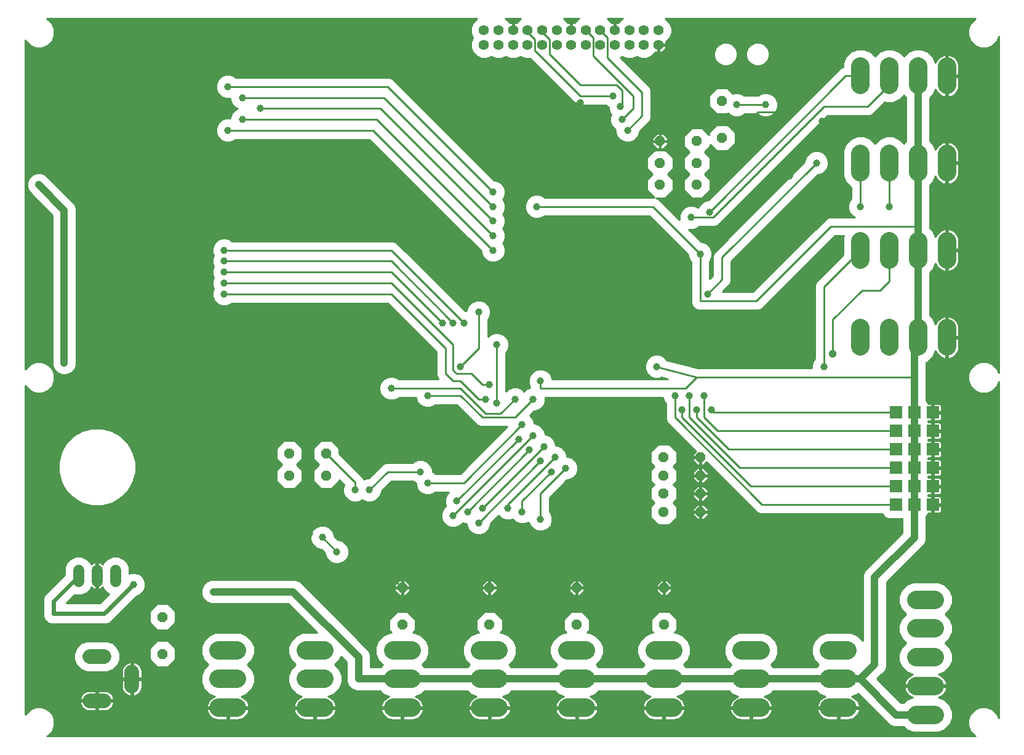
<source format=gbl>
G75*
G70*
%OFA0B0*%
%FSLAX24Y24*%
%IPPOS*%
%LPD*%
%AMOC8*
5,1,8,0,0,1.08239X$1,22.5*
%
%ADD10C,0.0600*%
%ADD11OC8,0.0520*%
%ADD12C,0.0787*%
%ADD13C,0.1004*%
%ADD14C,0.0554*%
%ADD15R,0.0650X0.0650*%
%ADD16C,0.0396*%
%ADD17C,0.0100*%
%ADD18C,0.0240*%
%ADD19C,0.0400*%
%ADD20OC8,0.0396*%
D10*
X003481Y009587D02*
X003481Y010187D01*
X004481Y010187D02*
X004481Y009587D01*
X005481Y009587D02*
X005481Y010187D01*
D11*
X008024Y007662D03*
X008024Y005662D03*
X014898Y015324D03*
X014898Y016505D03*
X016898Y016505D03*
X016898Y015324D03*
X021016Y009237D03*
X021016Y007237D03*
X025741Y007237D03*
X025741Y009237D03*
X030465Y009237D03*
X030465Y007237D03*
X035189Y007237D03*
X035189Y009237D03*
X035174Y013355D03*
X035174Y014339D03*
X035174Y015324D03*
X035174Y016308D03*
X037174Y016308D03*
X037174Y015324D03*
X037174Y014339D03*
X037174Y013355D03*
X036977Y031072D03*
X036977Y032253D03*
X036977Y033434D03*
X038339Y033615D03*
X038339Y035615D03*
X034977Y033434D03*
X034977Y032253D03*
X034977Y031072D03*
D12*
X004874Y005520D02*
X004087Y005520D01*
X006370Y004694D02*
X006370Y003906D01*
X004874Y003119D02*
X004087Y003119D01*
D13*
X011065Y002741D02*
X012069Y002741D01*
X012069Y004300D02*
X011065Y004300D01*
X011065Y005859D02*
X012069Y005859D01*
X015790Y005859D02*
X016794Y005859D01*
X016794Y004300D02*
X015790Y004300D01*
X015790Y002741D02*
X016794Y002741D01*
X020514Y002741D02*
X021518Y002741D01*
X021518Y004300D02*
X020514Y004300D01*
X020514Y005859D02*
X021518Y005859D01*
X025239Y005859D02*
X026243Y005859D01*
X026243Y004300D02*
X025239Y004300D01*
X025239Y002741D02*
X026243Y002741D01*
X029963Y002741D02*
X030967Y002741D01*
X030967Y004300D02*
X029963Y004300D01*
X029963Y005859D02*
X030967Y005859D01*
X034687Y005859D02*
X035691Y005859D01*
X035691Y004300D02*
X034687Y004300D01*
X034687Y002741D02*
X035691Y002741D01*
X039412Y002741D02*
X040416Y002741D01*
X040416Y004300D02*
X039412Y004300D01*
X039412Y005859D02*
X040416Y005859D01*
X044136Y005859D02*
X045140Y005859D01*
X045140Y004300D02*
X044136Y004300D01*
X044136Y002741D02*
X045140Y002741D01*
X048861Y002363D02*
X049865Y002363D01*
X049865Y003922D02*
X048861Y003922D01*
X048861Y005481D02*
X049865Y005481D01*
X049865Y007040D02*
X048861Y007040D01*
X048861Y008599D02*
X049865Y008599D01*
X050520Y022302D02*
X050520Y023306D01*
X048961Y023306D02*
X048961Y022302D01*
X047402Y022302D02*
X047402Y023306D01*
X045843Y023306D02*
X045843Y022302D01*
X045843Y027026D02*
X045843Y028030D01*
X047402Y028030D02*
X047402Y027026D01*
X048961Y027026D02*
X048961Y028030D01*
X050520Y028030D02*
X050520Y027026D01*
X050520Y031751D02*
X050520Y032755D01*
X048961Y032755D02*
X048961Y031751D01*
X047402Y031751D02*
X047402Y032755D01*
X045843Y032755D02*
X045843Y031751D01*
X045843Y036475D02*
X045843Y037479D01*
X047402Y037479D02*
X047402Y036475D01*
X048961Y036475D02*
X048961Y037479D01*
X050520Y037479D02*
X050520Y036475D01*
D14*
X034894Y038650D03*
X034107Y038650D03*
X034107Y039438D03*
X034894Y039438D03*
X033319Y039438D03*
X032532Y039438D03*
X032532Y038650D03*
X033319Y038650D03*
X031744Y038650D03*
X030957Y038650D03*
X030957Y039438D03*
X031744Y039438D03*
X030170Y039438D03*
X030170Y038650D03*
X029382Y038650D03*
X028595Y038650D03*
X028595Y039438D03*
X029382Y039438D03*
X027807Y039438D03*
X027020Y039438D03*
X027020Y038650D03*
X027807Y038650D03*
X026233Y038650D03*
X025445Y038650D03*
X025445Y039438D03*
X026233Y039438D03*
D15*
X047756Y018749D03*
X048756Y018749D03*
X049756Y018749D03*
X049756Y017749D03*
X048756Y017749D03*
X047756Y017749D03*
X047756Y016749D03*
X048756Y016749D03*
X049756Y016749D03*
X049756Y015749D03*
X048756Y015749D03*
X047756Y015749D03*
X047756Y014749D03*
X048756Y014749D03*
X049756Y014749D03*
X049756Y013749D03*
X048756Y013749D03*
X047756Y013749D03*
D16*
X045524Y011780D03*
X052315Y015028D03*
X043851Y021229D03*
X040603Y021623D03*
X037355Y019654D03*
X036567Y019654D03*
X035780Y019654D03*
X036174Y018867D03*
X036961Y018867D03*
X037748Y018867D03*
X034796Y021229D03*
X037552Y025166D03*
X037158Y027331D03*
X036666Y029300D03*
X037650Y029595D03*
X041981Y031564D03*
X043457Y032253D03*
X044737Y033434D03*
X043752Y034517D03*
X041882Y035009D03*
X040701Y035402D03*
X039126Y035402D03*
X039520Y034221D03*
X045819Y029891D03*
X047394Y029891D03*
X050347Y039536D03*
X033221Y034024D03*
X032926Y034615D03*
X032827Y035304D03*
X032433Y035894D03*
X030662Y035501D03*
X029087Y035501D03*
X024067Y037666D03*
X023280Y039241D03*
X017867Y037765D03*
X013339Y035206D03*
X012355Y035796D03*
X011567Y036387D03*
X012355Y034615D03*
X011567Y034024D03*
X005957Y035304D03*
X010681Y039339D03*
X001331Y031072D03*
X006252Y026544D03*
X011370Y026347D03*
X011370Y025757D03*
X011370Y025166D03*
X011370Y026938D03*
X011370Y027528D03*
X002709Y021426D03*
X013437Y019950D03*
X018063Y018473D03*
X020426Y020048D03*
X022394Y019654D03*
X024166Y021229D03*
X025741Y020245D03*
X025544Y019457D03*
X026134Y019261D03*
X027119Y019457D03*
X028103Y019457D03*
X028496Y020442D03*
X026134Y022410D03*
X024363Y023591D03*
X023772Y023591D03*
X023181Y023591D03*
X025150Y024182D03*
X026823Y024182D03*
X025937Y027528D03*
X025937Y028316D03*
X025937Y029103D03*
X025937Y029891D03*
X025937Y030678D03*
X027611Y031269D03*
X028300Y029891D03*
X027512Y018080D03*
X028103Y017489D03*
X027906Y016702D03*
X027315Y017292D03*
X028693Y016898D03*
X029284Y016308D03*
X029087Y015520D03*
X028496Y016111D03*
X029874Y015717D03*
X032040Y016308D03*
X027512Y013355D03*
X028496Y012961D03*
X026725Y013552D03*
X025347Y013552D03*
X024559Y013355D03*
X023772Y013158D03*
X023969Y013946D03*
X025150Y012765D03*
X022394Y014930D03*
X022000Y015520D03*
X023575Y017784D03*
X019244Y014536D03*
X018457Y014536D03*
X016685Y011977D03*
X015996Y012174D03*
X017473Y011190D03*
X020130Y011387D03*
X010780Y009024D03*
X009894Y010501D03*
X006449Y009418D03*
X001430Y004398D03*
X038437Y013552D03*
D17*
X001809Y001223D02*
X001771Y001207D01*
X052073Y001207D01*
X052034Y001223D01*
X051797Y001460D01*
X051669Y001770D01*
X051669Y002106D01*
X051797Y002416D01*
X052034Y002653D01*
X052344Y002781D01*
X052680Y002781D01*
X052990Y002653D01*
X053227Y002416D01*
X053330Y002168D01*
X053330Y020408D01*
X053227Y020161D01*
X052990Y019923D01*
X052680Y019795D01*
X052344Y019795D01*
X052034Y019923D01*
X051797Y020161D01*
X051669Y020471D01*
X051669Y020806D01*
X051797Y021116D01*
X052034Y021354D01*
X052344Y021482D01*
X052680Y021482D01*
X052990Y021354D01*
X053227Y021116D01*
X053330Y020869D01*
X053330Y039109D01*
X053227Y038861D01*
X052990Y038624D01*
X052680Y038496D01*
X052344Y038496D01*
X052034Y038624D01*
X051797Y038861D01*
X051669Y039172D01*
X035571Y039172D01*
X035612Y039270D02*
X051669Y039270D01*
X051669Y039172D02*
X051669Y039507D01*
X051797Y039817D01*
X052034Y040055D01*
X052073Y040070D01*
X035267Y040070D01*
X035306Y040054D01*
X035511Y039850D01*
X035621Y039582D01*
X035621Y039293D01*
X035511Y039026D01*
X035306Y038821D01*
X035290Y038815D01*
X035290Y038814D01*
X035311Y038750D01*
X035320Y038689D01*
X034933Y038689D01*
X034933Y038612D01*
X035320Y038612D01*
X035311Y038550D01*
X035290Y038486D01*
X035259Y038427D01*
X035220Y038372D01*
X035172Y038325D01*
X035118Y038285D01*
X035058Y038255D01*
X034994Y038234D01*
X034933Y038224D01*
X034933Y038612D01*
X034856Y038612D01*
X034856Y038224D01*
X034794Y038234D01*
X034730Y038255D01*
X034730Y038255D01*
X034723Y038238D01*
X034519Y038034D01*
X034251Y037923D01*
X033962Y037923D01*
X033713Y038026D01*
X033464Y037923D01*
X033175Y037923D01*
X032926Y038026D01*
X032823Y037984D01*
X034432Y036375D01*
X034508Y036191D01*
X034508Y034712D01*
X034432Y034529D01*
X034291Y034388D01*
X033869Y033965D01*
X033869Y033895D01*
X033770Y033657D01*
X033588Y033475D01*
X033350Y033376D01*
X033092Y033376D01*
X032854Y033475D01*
X032671Y033657D01*
X032573Y033895D01*
X032573Y034060D01*
X032558Y034066D01*
X032376Y034248D01*
X032277Y034486D01*
X032277Y034744D01*
X032334Y034880D01*
X032278Y034937D01*
X032179Y035175D01*
X032179Y035298D01*
X032066Y035345D01*
X032017Y035394D01*
X030562Y035394D01*
X030379Y035471D01*
X030238Y035611D01*
X027926Y037923D01*
X027663Y037923D01*
X027414Y038026D01*
X027165Y037923D01*
X026875Y037923D01*
X026626Y038026D01*
X026377Y037923D01*
X026088Y037923D01*
X025839Y038026D01*
X025590Y037923D01*
X025301Y037923D01*
X025033Y038034D01*
X024829Y038238D01*
X024718Y038506D01*
X024718Y038795D01*
X024821Y039044D01*
X024718Y039293D01*
X024718Y039582D01*
X024829Y039850D01*
X025033Y040054D01*
X025073Y040070D01*
X001771Y040070D01*
X001809Y040055D01*
X002046Y039817D01*
X002175Y039507D01*
X002175Y039172D01*
X024768Y039172D01*
X024728Y039270D02*
X002175Y039270D01*
X002175Y039172D02*
X002046Y038861D01*
X001809Y038624D01*
X001499Y038496D01*
X001163Y038496D01*
X000853Y038624D01*
X000616Y038861D01*
X000600Y038900D01*
X000600Y021078D01*
X000616Y021116D01*
X000853Y021354D01*
X001163Y021482D01*
X001499Y021482D01*
X001809Y021354D01*
X002046Y021116D01*
X002175Y020806D01*
X002175Y020471D01*
X002046Y020161D01*
X001809Y019923D01*
X001499Y019795D01*
X001163Y019795D01*
X000853Y019923D01*
X000616Y020161D01*
X000600Y020199D01*
X000600Y002377D01*
X000616Y002416D01*
X000853Y002653D01*
X001163Y002781D01*
X001499Y002781D01*
X001809Y002653D01*
X002046Y002416D01*
X002175Y002106D01*
X002175Y001770D01*
X002046Y001460D01*
X001809Y001223D01*
X001836Y001249D02*
X052008Y001249D01*
X051909Y001348D02*
X001934Y001348D01*
X002033Y001446D02*
X048586Y001446D01*
X048671Y001411D02*
X050054Y001411D01*
X050404Y001556D01*
X050672Y001824D01*
X050817Y002174D01*
X050817Y002552D01*
X050672Y002902D01*
X050404Y003170D01*
X050078Y003305D01*
X050154Y003336D01*
X050228Y003379D01*
X050295Y003431D01*
X050356Y003491D01*
X050408Y003559D01*
X050451Y003633D01*
X050483Y003712D01*
X050505Y003795D01*
X050516Y003872D01*
X049413Y003872D01*
X049413Y003972D01*
X050516Y003972D01*
X050505Y004050D01*
X050483Y004132D01*
X050451Y004211D01*
X050408Y004285D01*
X050356Y004353D01*
X050295Y004413D01*
X050228Y004465D01*
X050154Y004508D01*
X050078Y004539D01*
X050404Y004674D01*
X050672Y004942D01*
X050817Y005292D01*
X050817Y005670D01*
X050672Y006020D01*
X050431Y006261D01*
X050672Y006501D01*
X050817Y006851D01*
X050817Y007230D01*
X050672Y007579D01*
X050431Y007820D01*
X050672Y008060D01*
X050817Y008410D01*
X050817Y008789D01*
X050672Y009138D01*
X050404Y009406D01*
X050054Y009551D01*
X048671Y009551D01*
X048321Y009406D01*
X048054Y009138D01*
X047909Y008789D01*
X047909Y008410D01*
X048054Y008060D01*
X048294Y007820D01*
X048054Y007579D01*
X047909Y007230D01*
X047909Y006851D01*
X048054Y006501D01*
X048294Y006261D01*
X048054Y006020D01*
X047909Y005670D01*
X047909Y005292D01*
X048054Y004942D01*
X048321Y004674D01*
X048647Y004539D01*
X048572Y004508D01*
X048498Y004465D01*
X048430Y004413D01*
X048369Y004353D01*
X048317Y004285D01*
X048275Y004211D01*
X048242Y004132D01*
X048220Y004050D01*
X048210Y003972D01*
X049313Y003972D01*
X049313Y003872D01*
X048210Y003872D01*
X048220Y003795D01*
X048242Y003712D01*
X048275Y003633D01*
X048317Y003559D01*
X048369Y003491D01*
X048430Y003431D01*
X048498Y003379D01*
X048572Y003336D01*
X048647Y003305D01*
X048321Y003170D01*
X048164Y003013D01*
X048026Y003013D01*
X046739Y004300D01*
X046975Y004536D01*
X047158Y004719D01*
X047257Y004958D01*
X047257Y009543D01*
X049307Y011593D01*
X049406Y011832D01*
X049406Y013113D01*
X049463Y013169D01*
X049506Y013274D01*
X049706Y013274D01*
X049706Y013699D01*
X049806Y013699D01*
X049806Y013274D01*
X050101Y013274D01*
X050139Y013284D01*
X050173Y013304D01*
X050201Y013332D01*
X050221Y013366D01*
X050231Y013404D01*
X050231Y013699D01*
X049806Y013699D01*
X049806Y013799D01*
X049706Y013799D01*
X049706Y014224D01*
X049506Y014224D01*
X049496Y014249D01*
X049506Y014274D01*
X049706Y014274D01*
X049706Y014699D01*
X049806Y014699D01*
X049806Y014274D01*
X050101Y014274D01*
X050139Y014284D01*
X050173Y014304D01*
X050201Y014332D01*
X050221Y014366D01*
X050231Y014404D01*
X050231Y014699D01*
X049806Y014699D01*
X049806Y014799D01*
X049706Y014799D01*
X049706Y015224D01*
X049506Y015224D01*
X049496Y015249D01*
X049506Y015274D01*
X049706Y015274D01*
X049706Y015699D01*
X049806Y015699D01*
X049806Y015274D01*
X050101Y015274D01*
X050139Y015284D01*
X050173Y015304D01*
X050201Y015332D01*
X050221Y015366D01*
X050231Y015404D01*
X050231Y015699D01*
X049806Y015699D01*
X049806Y015799D01*
X049706Y015799D01*
X049706Y016224D01*
X049506Y016224D01*
X049496Y016249D01*
X049506Y016274D01*
X049706Y016274D01*
X049706Y016699D01*
X049806Y016699D01*
X049806Y016274D01*
X050101Y016274D01*
X050139Y016284D01*
X050173Y016304D01*
X050201Y016332D01*
X050221Y016366D01*
X050231Y016404D01*
X050231Y016699D01*
X049806Y016699D01*
X049806Y016799D01*
X049706Y016799D01*
X049706Y017224D01*
X049506Y017224D01*
X049496Y017249D01*
X049506Y017274D01*
X049706Y017274D01*
X049706Y017699D01*
X049806Y017699D01*
X049806Y017274D01*
X050101Y017274D01*
X050139Y017284D01*
X050173Y017304D01*
X050201Y017332D01*
X050221Y017366D01*
X050231Y017404D01*
X050231Y017699D01*
X049806Y017699D01*
X049806Y017799D01*
X049706Y017799D01*
X049706Y018224D01*
X049506Y018224D01*
X049496Y018249D01*
X049506Y018274D01*
X049706Y018274D01*
X049706Y018699D01*
X049806Y018699D01*
X049806Y018274D01*
X050101Y018274D01*
X050139Y018284D01*
X050173Y018304D01*
X050201Y018332D01*
X050221Y018366D01*
X050231Y018404D01*
X050231Y018699D01*
X049806Y018699D01*
X049806Y018799D01*
X049706Y018799D01*
X049706Y019224D01*
X049506Y019224D01*
X049463Y019329D01*
X049406Y019385D01*
X049406Y021456D01*
X049500Y021495D01*
X049768Y021763D01*
X049903Y022088D01*
X049934Y022013D01*
X049977Y021939D01*
X050029Y021871D01*
X050089Y021811D01*
X050157Y021759D01*
X050231Y021716D01*
X050310Y021683D01*
X050393Y021661D01*
X050470Y021651D01*
X050470Y022754D01*
X050570Y022754D01*
X050570Y021651D01*
X050648Y021661D01*
X050730Y021683D01*
X050809Y021716D01*
X050883Y021759D01*
X050951Y021811D01*
X051011Y021871D01*
X051063Y021939D01*
X051106Y022013D01*
X051139Y022092D01*
X051161Y022175D01*
X051172Y022259D01*
X051172Y022754D01*
X050570Y022754D01*
X050570Y022854D01*
X050470Y022854D01*
X050470Y023957D01*
X050393Y023947D01*
X050310Y023925D01*
X050231Y023892D01*
X050157Y023849D01*
X050089Y023797D01*
X050029Y023737D01*
X049977Y023669D01*
X049934Y023595D01*
X049903Y023520D01*
X049768Y023845D01*
X049611Y024002D01*
X049611Y026330D01*
X049768Y026487D01*
X049903Y026813D01*
X049934Y026737D01*
X049977Y026663D01*
X050029Y026596D01*
X050089Y026535D01*
X050157Y026483D01*
X050231Y026440D01*
X050310Y026408D01*
X050393Y026386D01*
X050470Y026375D01*
X050470Y027478D01*
X050570Y027478D01*
X050570Y026375D01*
X050648Y026386D01*
X050730Y026408D01*
X050809Y026440D01*
X050883Y026483D01*
X050951Y026535D01*
X051011Y026596D01*
X051063Y026663D01*
X051106Y026737D01*
X051139Y026816D01*
X051161Y026899D01*
X051172Y026984D01*
X051172Y027478D01*
X050570Y027478D01*
X050570Y027578D01*
X051172Y027578D01*
X051172Y028073D01*
X051161Y028158D01*
X051139Y028240D01*
X051106Y028319D01*
X051063Y028393D01*
X051011Y028461D01*
X050951Y028522D01*
X050883Y028574D01*
X050809Y028616D01*
X050730Y028649D01*
X050648Y028671D01*
X050570Y028681D01*
X050570Y027578D01*
X050470Y027578D01*
X050470Y028681D01*
X050393Y028671D01*
X050310Y028649D01*
X050231Y028616D01*
X050157Y028574D01*
X050089Y028522D01*
X050029Y028461D01*
X049977Y028393D01*
X049934Y028319D01*
X049903Y028244D01*
X049768Y028570D01*
X049611Y028727D01*
X049611Y031055D01*
X049768Y031212D01*
X049903Y031537D01*
X049934Y031462D01*
X049977Y031388D01*
X050029Y031320D01*
X050089Y031260D01*
X050157Y031208D01*
X050231Y031165D01*
X050310Y031132D01*
X050393Y031110D01*
X050470Y031100D01*
X050470Y032203D01*
X050570Y032203D01*
X050570Y032303D01*
X050470Y032303D01*
X050470Y033406D01*
X050393Y033396D01*
X050310Y033373D01*
X050231Y033341D01*
X050157Y033298D01*
X050089Y033246D01*
X050029Y033186D01*
X049977Y033118D01*
X049934Y033044D01*
X049903Y032968D01*
X049768Y033294D01*
X049611Y033451D01*
X049611Y035779D01*
X049768Y035936D01*
X049903Y036262D01*
X049934Y036186D01*
X049977Y036112D01*
X050029Y036044D01*
X050089Y035984D01*
X050157Y035932D01*
X050231Y035889D01*
X050310Y035857D01*
X050393Y035834D01*
X050470Y035824D01*
X050470Y036927D01*
X050570Y036927D01*
X050570Y035824D01*
X050648Y035834D01*
X050730Y035857D01*
X050809Y035889D01*
X050883Y035932D01*
X050951Y035984D01*
X051011Y036044D01*
X051063Y036112D01*
X051106Y036186D01*
X051139Y036265D01*
X051161Y036348D01*
X051172Y036432D01*
X051172Y036927D01*
X050570Y036927D01*
X050570Y037027D01*
X051172Y037027D01*
X051172Y037522D01*
X051161Y037607D01*
X051139Y037689D01*
X051106Y037768D01*
X051063Y037842D01*
X051011Y037910D01*
X050951Y037970D01*
X050883Y038022D01*
X050809Y038065D01*
X050730Y038098D01*
X050648Y038120D01*
X050570Y038130D01*
X050570Y037027D01*
X050470Y037027D01*
X050470Y038130D01*
X050393Y038120D01*
X050310Y038098D01*
X050231Y038065D01*
X050157Y038022D01*
X050089Y037970D01*
X050029Y037910D01*
X049977Y037842D01*
X049934Y037768D01*
X049903Y037693D01*
X049768Y038018D01*
X049500Y038286D01*
X049150Y038431D01*
X048772Y038431D01*
X048422Y038286D01*
X048181Y038046D01*
X047941Y038286D01*
X047591Y038431D01*
X047213Y038431D01*
X046863Y038286D01*
X046622Y038046D01*
X046382Y038286D01*
X046032Y038431D01*
X045654Y038431D01*
X045304Y038286D01*
X045036Y038018D01*
X044891Y037668D01*
X044891Y037460D01*
X044749Y037401D01*
X037591Y030243D01*
X037521Y030243D01*
X037283Y030145D01*
X037101Y029962D01*
X037048Y029835D01*
X037033Y029849D01*
X036795Y029948D01*
X036537Y029948D01*
X036299Y029849D01*
X036116Y029667D01*
X036018Y029429D01*
X036018Y029179D01*
X034882Y030314D01*
X034768Y030362D01*
X035271Y030362D01*
X035687Y030778D01*
X035687Y031366D01*
X035390Y031662D01*
X035687Y031959D01*
X035687Y032547D01*
X035271Y032963D01*
X034683Y032963D01*
X034267Y032547D01*
X034267Y031959D01*
X034563Y031662D01*
X034267Y031366D01*
X034267Y030778D01*
X034654Y030391D01*
X028716Y030391D01*
X028667Y030440D01*
X028429Y030539D01*
X028171Y030539D01*
X027932Y030440D01*
X027750Y030258D01*
X027651Y030019D01*
X027651Y029762D01*
X027750Y029523D01*
X027932Y029341D01*
X028171Y029242D01*
X028429Y029242D01*
X028667Y029341D01*
X028716Y029391D01*
X034392Y029391D01*
X036510Y027272D01*
X036510Y027203D01*
X036608Y026964D01*
X036658Y026915D01*
X036658Y024673D01*
X036734Y024489D01*
X036875Y024349D01*
X037058Y024272D01*
X040309Y024272D01*
X040492Y024349D01*
X044452Y028308D01*
X044927Y028308D01*
X044891Y028220D01*
X044891Y027283D01*
X043427Y025819D01*
X043351Y025636D01*
X043351Y021646D01*
X043301Y021596D01*
X043203Y021358D01*
X043203Y021139D01*
X037028Y021139D01*
X035343Y021598D01*
X035163Y021779D01*
X034925Y021877D01*
X034667Y021877D01*
X034429Y021779D01*
X034246Y021596D01*
X034148Y021358D01*
X034148Y021100D01*
X034246Y020862D01*
X034429Y020680D01*
X034667Y020581D01*
X034925Y020581D01*
X035062Y020638D01*
X035393Y020548D01*
X029145Y020548D01*
X029145Y020571D01*
X029046Y020809D01*
X028864Y020991D01*
X028625Y021090D01*
X028368Y021090D01*
X028129Y020991D01*
X027947Y020809D01*
X027848Y020571D01*
X027848Y020313D01*
X027940Y020092D01*
X027736Y020007D01*
X027611Y019882D01*
X027486Y020007D01*
X027247Y020106D01*
X026990Y020106D01*
X026751Y020007D01*
X026634Y019890D01*
X026634Y021994D01*
X026684Y022043D01*
X026782Y022281D01*
X026782Y022539D01*
X026684Y022777D01*
X026501Y022960D01*
X026263Y023058D01*
X026005Y023058D01*
X025767Y022960D01*
X025650Y022843D01*
X025650Y023765D01*
X025699Y023815D01*
X025798Y024053D01*
X025798Y024311D01*
X025699Y024549D01*
X025517Y024731D01*
X025279Y024830D01*
X025021Y024830D01*
X024783Y024731D01*
X024601Y024549D01*
X024502Y024311D01*
X024502Y024235D01*
X024492Y024239D01*
X024422Y024239D01*
X020709Y027952D01*
X020525Y028028D01*
X011787Y028028D01*
X011738Y028078D01*
X011499Y028176D01*
X011242Y028176D01*
X011003Y028078D01*
X010821Y027895D01*
X010722Y027657D01*
X010722Y027399D01*
X010791Y027233D01*
X010722Y027067D01*
X010722Y026809D01*
X010791Y026643D01*
X010722Y026476D01*
X010722Y026218D01*
X010791Y026052D01*
X010722Y025886D01*
X010722Y025628D01*
X010791Y025461D01*
X010722Y025295D01*
X010722Y025037D01*
X010821Y024799D01*
X011003Y024617D01*
X011242Y024518D01*
X011499Y024518D01*
X011738Y024617D01*
X011787Y024666D01*
X020218Y024666D01*
X022878Y022006D01*
X022878Y020736D01*
X022954Y020552D01*
X022959Y020548D01*
X020842Y020548D01*
X020793Y020597D01*
X020555Y020696D01*
X020297Y020696D01*
X020058Y020597D01*
X019876Y020415D01*
X019777Y020177D01*
X019777Y019919D01*
X019876Y019681D01*
X020058Y019499D01*
X020297Y019400D01*
X020555Y019400D01*
X020793Y019499D01*
X020842Y019548D01*
X021746Y019548D01*
X021746Y019525D01*
X021845Y019287D01*
X022027Y019105D01*
X022265Y019006D01*
X022523Y019006D01*
X022761Y019105D01*
X022811Y019154D01*
X023959Y019154D01*
X024923Y018190D01*
X025064Y018049D01*
X025247Y017973D01*
X026699Y017973D01*
X024155Y015430D01*
X022811Y015430D01*
X022761Y015479D01*
X022649Y015526D01*
X022649Y015649D01*
X022550Y015888D01*
X022368Y016070D01*
X022129Y016169D01*
X021871Y016169D01*
X021633Y016070D01*
X021584Y016020D01*
X020129Y016020D01*
X019946Y015944D01*
X019185Y015184D01*
X019116Y015184D01*
X018931Y015108D01*
X018881Y015229D01*
X017608Y016502D01*
X017608Y016799D01*
X017192Y017215D01*
X016604Y017215D01*
X016188Y016799D01*
X016188Y016211D01*
X016484Y015914D01*
X016188Y015618D01*
X016188Y015030D01*
X016604Y014614D01*
X017192Y014614D01*
X017608Y015030D01*
X017608Y015088D01*
X017874Y014822D01*
X017809Y014665D01*
X017809Y014407D01*
X017908Y014169D01*
X018090Y013987D01*
X018328Y013888D01*
X018586Y013888D01*
X018824Y013987D01*
X018851Y014013D01*
X018877Y013987D01*
X019116Y013888D01*
X019373Y013888D01*
X019612Y013987D01*
X019794Y014169D01*
X019893Y014407D01*
X019893Y014477D01*
X020436Y015020D01*
X021584Y015020D01*
X021633Y014971D01*
X021746Y014924D01*
X021746Y014801D01*
X021845Y014563D01*
X022027Y014380D01*
X022265Y014282D01*
X022523Y014282D01*
X022761Y014380D01*
X022811Y014430D01*
X023537Y014430D01*
X023419Y014313D01*
X023321Y014075D01*
X023321Y013817D01*
X023377Y013680D01*
X023223Y013525D01*
X023124Y013287D01*
X023124Y013029D01*
X023223Y012791D01*
X023405Y012609D01*
X023643Y012510D01*
X023901Y012510D01*
X024139Y012609D01*
X024294Y012764D01*
X024431Y012707D01*
X024502Y012707D01*
X024502Y012636D01*
X024601Y012397D01*
X024783Y012215D01*
X025021Y012116D01*
X025279Y012116D01*
X025517Y012215D01*
X025699Y012397D01*
X025798Y012636D01*
X025798Y012706D01*
X026226Y013134D01*
X026358Y013003D01*
X026596Y012904D01*
X026854Y012904D01*
X026990Y012960D01*
X027145Y012806D01*
X027383Y012707D01*
X027641Y012707D01*
X027862Y012799D01*
X027947Y012594D01*
X028129Y012412D01*
X028368Y012313D01*
X028625Y012313D01*
X028864Y012412D01*
X029046Y012594D01*
X029145Y012832D01*
X029145Y013090D01*
X029046Y013329D01*
X028996Y013378D01*
X028996Y014132D01*
X029933Y015069D01*
X030003Y015069D01*
X030242Y015168D01*
X030424Y015350D01*
X030523Y015588D01*
X030523Y015846D01*
X030424Y016084D01*
X030242Y016267D01*
X030003Y016365D01*
X029932Y016365D01*
X029932Y016437D01*
X029833Y016675D01*
X029651Y016857D01*
X029413Y016956D01*
X029341Y016956D01*
X029341Y017027D01*
X029243Y017266D01*
X029060Y017448D01*
X028822Y017547D01*
X028751Y017547D01*
X028751Y017618D01*
X028652Y017856D01*
X028470Y018038D01*
X028232Y018137D01*
X028160Y018137D01*
X028160Y018208D01*
X028062Y018447D01*
X027930Y018578D01*
X028162Y018809D01*
X028232Y018809D01*
X028470Y018908D01*
X028652Y019090D01*
X028751Y019329D01*
X028751Y019548D01*
X035132Y019548D01*
X035132Y019525D01*
X035230Y019287D01*
X035280Y019238D01*
X035280Y018374D01*
X035356Y018190D01*
X035497Y018049D01*
X036916Y016630D01*
X036764Y016478D01*
X036764Y016338D01*
X037144Y016338D01*
X037144Y016278D01*
X037204Y016278D01*
X037204Y015898D01*
X037343Y015898D01*
X037496Y016050D01*
X040221Y013325D01*
X040405Y013249D01*
X047017Y013249D01*
X047050Y013169D01*
X047177Y013043D01*
X047342Y012974D01*
X048106Y012974D01*
X048106Y012231D01*
X046056Y010180D01*
X045957Y009941D01*
X045957Y006375D01*
X045947Y006398D01*
X045679Y006666D01*
X045330Y006811D01*
X043947Y006811D01*
X043597Y006666D01*
X043329Y006398D01*
X043184Y006048D01*
X043184Y005670D01*
X043329Y005320D01*
X043569Y005080D01*
X043440Y004950D01*
X041112Y004950D01*
X040983Y005080D01*
X041223Y005320D01*
X041368Y005670D01*
X041368Y006048D01*
X041223Y006398D01*
X040955Y006666D01*
X040605Y006811D01*
X039222Y006811D01*
X038873Y006666D01*
X038605Y006398D01*
X038460Y006048D01*
X038460Y005670D01*
X038605Y005320D01*
X038845Y005080D01*
X038716Y004950D01*
X036388Y004950D01*
X036258Y005080D01*
X036498Y005320D01*
X036643Y005670D01*
X036643Y006048D01*
X036498Y006398D01*
X036231Y006666D01*
X035881Y006811D01*
X035767Y006811D01*
X035899Y006943D01*
X035899Y007531D01*
X035483Y007947D01*
X034895Y007947D01*
X034479Y007531D01*
X034479Y006943D01*
X034611Y006811D01*
X034498Y006811D01*
X034148Y006666D01*
X033880Y006398D01*
X033735Y006048D01*
X033735Y005670D01*
X033880Y005320D01*
X034121Y005080D01*
X033991Y004950D01*
X031663Y004950D01*
X031534Y005080D01*
X031774Y005320D01*
X031919Y005670D01*
X031919Y006048D01*
X031774Y006398D01*
X031506Y006666D01*
X031156Y006811D01*
X031043Y006811D01*
X031175Y006943D01*
X031175Y007531D01*
X030759Y007947D01*
X030171Y007947D01*
X029755Y007531D01*
X029755Y006943D01*
X029887Y006811D01*
X029774Y006811D01*
X029424Y006666D01*
X029156Y006398D01*
X029011Y006048D01*
X029011Y005670D01*
X029156Y005320D01*
X029396Y005080D01*
X029267Y004950D01*
X026939Y004950D01*
X026809Y005080D01*
X027050Y005320D01*
X027194Y005670D01*
X027194Y006048D01*
X027050Y006398D01*
X026782Y006666D01*
X026432Y006811D01*
X026319Y006811D01*
X026451Y006943D01*
X026451Y007531D01*
X026035Y007947D01*
X025446Y007947D01*
X025031Y007531D01*
X025031Y006943D01*
X025162Y006811D01*
X025049Y006811D01*
X024699Y006666D01*
X024432Y006398D01*
X024287Y006048D01*
X024287Y005670D01*
X024432Y005320D01*
X024672Y005080D01*
X024542Y004950D01*
X022214Y004950D01*
X022085Y005080D01*
X022325Y005320D01*
X022470Y005670D01*
X022470Y006048D01*
X022325Y006398D01*
X022057Y006666D01*
X021707Y006811D01*
X021594Y006811D01*
X021726Y006943D01*
X021726Y007531D01*
X021310Y007947D01*
X020722Y007947D01*
X020306Y007531D01*
X020306Y006943D01*
X020438Y006811D01*
X020325Y006811D01*
X019975Y006666D01*
X019707Y006398D01*
X019562Y006048D01*
X019562Y005670D01*
X019707Y005320D01*
X019947Y005080D01*
X019818Y004950D01*
X019304Y004950D01*
X019304Y005610D01*
X019205Y005849D01*
X019022Y006032D01*
X015479Y009575D01*
X015240Y009674D01*
X010651Y009674D01*
X010412Y009575D01*
X010229Y009393D01*
X010130Y009154D01*
X010130Y008895D01*
X010229Y008656D01*
X010412Y008473D01*
X010651Y008374D01*
X014841Y008374D01*
X016405Y006811D01*
X015600Y006811D01*
X015251Y006666D01*
X014983Y006398D01*
X014838Y006048D01*
X014838Y005670D01*
X014983Y005320D01*
X015223Y005080D01*
X014983Y004839D01*
X014838Y004489D01*
X014838Y004111D01*
X014983Y003761D01*
X015251Y003493D01*
X015576Y003358D01*
X015501Y003327D01*
X015427Y003284D01*
X015359Y003232D01*
X015299Y003172D01*
X015247Y003104D01*
X015204Y003030D01*
X015171Y002951D01*
X015149Y002868D01*
X015139Y002791D01*
X016242Y002791D01*
X016242Y002691D01*
X016342Y002691D01*
X016342Y002791D01*
X017445Y002791D01*
X017435Y002868D01*
X017412Y002951D01*
X017380Y003030D01*
X017337Y003104D01*
X017285Y003172D01*
X017224Y003232D01*
X017157Y003284D01*
X017083Y003327D01*
X017007Y003358D01*
X017333Y003493D01*
X017601Y003761D01*
X017746Y004111D01*
X017746Y004489D01*
X017601Y004839D01*
X017360Y005080D01*
X017601Y005320D01*
X017687Y005529D01*
X018004Y005212D01*
X018004Y004171D01*
X018103Y003932D01*
X018286Y003749D01*
X018525Y003650D01*
X019818Y003650D01*
X019975Y003493D01*
X020300Y003358D01*
X020225Y003327D01*
X020151Y003284D01*
X020083Y003232D01*
X020023Y003172D01*
X019971Y003104D01*
X019928Y003030D01*
X019895Y002951D01*
X019873Y002868D01*
X019863Y002791D01*
X020966Y002791D01*
X020966Y002691D01*
X019863Y002691D01*
X019873Y002613D01*
X019895Y002531D01*
X019928Y002452D01*
X019971Y002378D01*
X020023Y002310D01*
X020083Y002250D01*
X020151Y002198D01*
X020225Y002155D01*
X020304Y002122D01*
X020387Y002100D01*
X020471Y002089D01*
X020966Y002089D01*
X020966Y002691D01*
X021066Y002691D01*
X021066Y002089D01*
X021561Y002089D01*
X021646Y002100D01*
X021728Y002122D01*
X021807Y002155D01*
X021881Y002198D01*
X021949Y002250D01*
X022009Y002310D01*
X022061Y002378D01*
X022104Y002452D01*
X022137Y002531D01*
X022159Y002613D01*
X022169Y002691D01*
X021066Y002691D01*
X021066Y002791D01*
X022169Y002791D01*
X022159Y002868D01*
X022137Y002951D01*
X022104Y003030D01*
X022061Y003104D01*
X022009Y003172D01*
X021949Y003232D01*
X021881Y003284D01*
X021807Y003327D01*
X021732Y003358D01*
X022057Y003493D01*
X022214Y003650D01*
X024542Y003650D01*
X024699Y003493D01*
X025025Y003358D01*
X024950Y003327D01*
X024876Y003284D01*
X024808Y003232D01*
X024747Y003172D01*
X024695Y003104D01*
X024653Y003030D01*
X024620Y002951D01*
X024598Y002868D01*
X024588Y002791D01*
X025691Y002791D01*
X025691Y002691D01*
X025791Y002691D01*
X025791Y002791D01*
X026894Y002791D01*
X026883Y002868D01*
X026861Y002951D01*
X026829Y003030D01*
X026786Y003104D01*
X026734Y003172D01*
X026673Y003232D01*
X026606Y003284D01*
X026531Y003327D01*
X026456Y003358D01*
X026782Y003493D01*
X026939Y003650D01*
X029267Y003650D01*
X029424Y003493D01*
X029749Y003358D01*
X029674Y003327D01*
X029600Y003284D01*
X029532Y003232D01*
X029472Y003172D01*
X029420Y003104D01*
X029377Y003030D01*
X029344Y002951D01*
X029322Y002868D01*
X029312Y002791D01*
X030415Y002791D01*
X030415Y002691D01*
X029312Y002691D01*
X029322Y002613D01*
X029344Y002531D01*
X029377Y002452D01*
X029420Y002378D01*
X029472Y002310D01*
X029532Y002250D01*
X029600Y002198D01*
X029674Y002155D01*
X029753Y002122D01*
X029836Y002100D01*
X029920Y002089D01*
X030415Y002089D01*
X030415Y002691D01*
X030515Y002691D01*
X030515Y002791D01*
X031618Y002791D01*
X031608Y002868D01*
X031586Y002951D01*
X031553Y003030D01*
X031510Y003104D01*
X031458Y003172D01*
X031398Y003232D01*
X031330Y003284D01*
X031256Y003327D01*
X031181Y003358D01*
X031506Y003493D01*
X031663Y003650D01*
X033991Y003650D01*
X034148Y003493D01*
X034474Y003358D01*
X034398Y003327D01*
X034324Y003284D01*
X034257Y003232D01*
X034196Y003172D01*
X034144Y003104D01*
X034101Y003030D01*
X034069Y002951D01*
X034047Y002868D01*
X034036Y002791D01*
X035139Y002791D01*
X035139Y002691D01*
X034036Y002691D01*
X034047Y002613D01*
X034069Y002531D01*
X034101Y002452D01*
X034144Y002378D01*
X034196Y002310D01*
X034257Y002250D01*
X034324Y002198D01*
X034398Y002155D01*
X034477Y002122D01*
X034560Y002100D01*
X034645Y002089D01*
X035139Y002089D01*
X035139Y002691D01*
X035239Y002691D01*
X035239Y002089D01*
X035734Y002089D01*
X035819Y002100D01*
X035901Y002122D01*
X035980Y002155D01*
X036054Y002198D01*
X036122Y002250D01*
X036183Y002310D01*
X036235Y002378D01*
X036277Y002452D01*
X036310Y002531D01*
X036332Y002613D01*
X036342Y002691D01*
X035239Y002691D01*
X035239Y002791D01*
X036342Y002791D01*
X036332Y002868D01*
X036310Y002951D01*
X036277Y003030D01*
X036235Y003104D01*
X036183Y003172D01*
X036122Y003232D01*
X036054Y003284D01*
X035980Y003327D01*
X035905Y003358D01*
X036231Y003493D01*
X036388Y003650D01*
X038716Y003650D01*
X038873Y003493D01*
X039198Y003358D01*
X039123Y003327D01*
X039049Y003284D01*
X038981Y003232D01*
X038921Y003172D01*
X038869Y003104D01*
X038826Y003030D01*
X038793Y002951D01*
X038771Y002868D01*
X038761Y002791D01*
X039864Y002791D01*
X039864Y002691D01*
X039964Y002691D01*
X039964Y002791D01*
X041067Y002791D01*
X041057Y002868D01*
X041034Y002951D01*
X041002Y003030D01*
X040959Y003104D01*
X040907Y003172D01*
X040847Y003232D01*
X040779Y003284D01*
X040705Y003327D01*
X040629Y003358D01*
X040955Y003493D01*
X041112Y003650D01*
X043440Y003650D01*
X043597Y003493D01*
X043923Y003358D01*
X043847Y003327D01*
X043773Y003284D01*
X043705Y003232D01*
X043645Y003172D01*
X043593Y003104D01*
X043550Y003030D01*
X043518Y002951D01*
X043495Y002868D01*
X043485Y002791D01*
X044588Y002791D01*
X044588Y002691D01*
X043485Y002691D01*
X043495Y002613D01*
X043518Y002531D01*
X043550Y002452D01*
X043593Y002378D01*
X043645Y002310D01*
X043705Y002250D01*
X043773Y002198D01*
X043847Y002155D01*
X043926Y002122D01*
X044009Y002100D01*
X044093Y002089D01*
X044588Y002089D01*
X044588Y002691D01*
X044688Y002691D01*
X044688Y002089D01*
X045183Y002089D01*
X045268Y002100D01*
X045350Y002122D01*
X045429Y002155D01*
X045503Y002198D01*
X045571Y002250D01*
X045631Y002310D01*
X045683Y002378D01*
X045726Y002452D01*
X045759Y002531D01*
X045781Y002613D01*
X045791Y002691D01*
X044688Y002691D01*
X044688Y002791D01*
X045791Y002791D01*
X045781Y002868D01*
X045759Y002951D01*
X045726Y003030D01*
X045683Y003104D01*
X045631Y003172D01*
X045571Y003232D01*
X045503Y003284D01*
X045429Y003327D01*
X045354Y003358D01*
X045679Y003493D01*
X045693Y003507D01*
X047388Y001812D01*
X047627Y001713D01*
X048164Y001713D01*
X048321Y001556D01*
X048671Y001411D01*
X048349Y001545D02*
X002081Y001545D01*
X002122Y001643D02*
X048234Y001643D01*
X047558Y001742D02*
X002163Y001742D01*
X002175Y001840D02*
X047360Y001840D01*
X047261Y001939D02*
X002175Y001939D01*
X002175Y002037D02*
X047163Y002037D01*
X047064Y002136D02*
X045383Y002136D01*
X045551Y002234D02*
X046966Y002234D01*
X046867Y002333D02*
X045649Y002333D01*
X045714Y002431D02*
X046769Y002431D01*
X046670Y002530D02*
X045758Y002530D01*
X045783Y002628D02*
X046572Y002628D01*
X046473Y002727D02*
X044688Y002727D01*
X044688Y002628D02*
X044588Y002628D01*
X044588Y002530D02*
X044688Y002530D01*
X044688Y002431D02*
X044588Y002431D01*
X044588Y002333D02*
X044688Y002333D01*
X044688Y002234D02*
X044588Y002234D01*
X044588Y002136D02*
X044688Y002136D01*
X044588Y002727D02*
X039964Y002727D01*
X039964Y002691D02*
X041067Y002691D01*
X041057Y002613D01*
X041034Y002531D01*
X041002Y002452D01*
X040959Y002378D01*
X040907Y002310D01*
X040847Y002250D01*
X040779Y002198D01*
X040705Y002155D01*
X040626Y002122D01*
X040543Y002100D01*
X040458Y002089D01*
X039964Y002089D01*
X039964Y002691D01*
X039964Y002628D02*
X039864Y002628D01*
X039864Y002691D02*
X039864Y002089D01*
X039369Y002089D01*
X039284Y002100D01*
X039202Y002122D01*
X039123Y002155D01*
X039049Y002198D01*
X038981Y002250D01*
X038921Y002310D01*
X038869Y002378D01*
X038826Y002452D01*
X038793Y002531D01*
X038771Y002613D01*
X038761Y002691D01*
X039864Y002691D01*
X039864Y002727D02*
X035239Y002727D01*
X035239Y002628D02*
X035139Y002628D01*
X035139Y002530D02*
X035239Y002530D01*
X035239Y002431D02*
X035139Y002431D01*
X035139Y002333D02*
X035239Y002333D01*
X035239Y002234D02*
X035139Y002234D01*
X035139Y002136D02*
X035239Y002136D01*
X035139Y002727D02*
X030515Y002727D01*
X030515Y002691D02*
X031618Y002691D01*
X031608Y002613D01*
X031586Y002531D01*
X031553Y002452D01*
X031510Y002378D01*
X031458Y002310D01*
X031398Y002250D01*
X031330Y002198D01*
X031256Y002155D01*
X031177Y002122D01*
X031094Y002100D01*
X031010Y002089D01*
X030515Y002089D01*
X030515Y002691D01*
X030515Y002628D02*
X030415Y002628D01*
X030415Y002530D02*
X030515Y002530D01*
X030515Y002431D02*
X030415Y002431D01*
X030415Y002333D02*
X030515Y002333D01*
X030515Y002234D02*
X030415Y002234D01*
X030415Y002136D02*
X030515Y002136D01*
X030415Y002727D02*
X025791Y002727D01*
X025791Y002691D02*
X026894Y002691D01*
X026883Y002613D01*
X026861Y002531D01*
X026829Y002452D01*
X026786Y002378D01*
X026734Y002310D01*
X026673Y002250D01*
X026606Y002198D01*
X026531Y002155D01*
X026453Y002122D01*
X026370Y002100D01*
X026285Y002089D01*
X025791Y002089D01*
X025791Y002691D01*
X025791Y002628D02*
X025691Y002628D01*
X025691Y002691D02*
X025691Y002089D01*
X025196Y002089D01*
X025111Y002100D01*
X025029Y002122D01*
X024950Y002155D01*
X024876Y002198D01*
X024808Y002250D01*
X024747Y002310D01*
X024695Y002378D01*
X024653Y002452D01*
X024620Y002531D01*
X024598Y002613D01*
X024588Y002691D01*
X025691Y002691D01*
X025691Y002727D02*
X021066Y002727D01*
X021066Y002628D02*
X020966Y002628D01*
X020966Y002530D02*
X021066Y002530D01*
X021066Y002431D02*
X020966Y002431D01*
X020966Y002333D02*
X021066Y002333D01*
X021066Y002234D02*
X020966Y002234D01*
X020966Y002136D02*
X021066Y002136D01*
X020966Y002727D02*
X016342Y002727D01*
X016342Y002691D02*
X017445Y002691D01*
X017435Y002613D01*
X017412Y002531D01*
X017380Y002452D01*
X017337Y002378D01*
X017285Y002310D01*
X017224Y002250D01*
X017157Y002198D01*
X017083Y002155D01*
X017004Y002122D01*
X016921Y002100D01*
X016836Y002089D01*
X016342Y002089D01*
X016342Y002691D01*
X016342Y002628D02*
X016242Y002628D01*
X016242Y002691D02*
X016242Y002089D01*
X015747Y002089D01*
X015662Y002100D01*
X015580Y002122D01*
X015501Y002155D01*
X015427Y002198D01*
X015359Y002250D01*
X015299Y002310D01*
X015247Y002378D01*
X015204Y002452D01*
X015171Y002531D01*
X015149Y002613D01*
X015139Y002691D01*
X016242Y002691D01*
X016242Y002727D02*
X011617Y002727D01*
X011617Y002691D02*
X011617Y002791D01*
X012720Y002791D01*
X012710Y002868D01*
X012688Y002951D01*
X012655Y003030D01*
X012613Y003104D01*
X012561Y003172D01*
X012500Y003232D01*
X012432Y003284D01*
X012358Y003327D01*
X012283Y003358D01*
X012609Y003493D01*
X012876Y003761D01*
X013021Y004111D01*
X013021Y004489D01*
X012876Y004839D01*
X012636Y005080D01*
X012876Y005320D01*
X013021Y005670D01*
X013021Y006048D01*
X012876Y006398D01*
X012609Y006666D01*
X012259Y006811D01*
X010876Y006811D01*
X010526Y006666D01*
X010258Y006398D01*
X010113Y006048D01*
X010113Y005670D01*
X010258Y005320D01*
X010499Y005080D01*
X010258Y004839D01*
X010113Y004489D01*
X010113Y004111D01*
X010258Y003761D01*
X010526Y003493D01*
X010852Y003358D01*
X010776Y003327D01*
X010702Y003284D01*
X010635Y003232D01*
X010574Y003172D01*
X010522Y003104D01*
X010479Y003030D01*
X010447Y002951D01*
X010425Y002868D01*
X010414Y002791D01*
X011517Y002791D01*
X011517Y002691D01*
X010414Y002691D01*
X010425Y002613D01*
X010447Y002531D01*
X010479Y002452D01*
X010522Y002378D01*
X010574Y002310D01*
X010635Y002250D01*
X010702Y002198D01*
X010776Y002155D01*
X010855Y002122D01*
X010938Y002100D01*
X011023Y002089D01*
X011517Y002089D01*
X011517Y002691D01*
X011617Y002691D01*
X011617Y002089D01*
X012112Y002089D01*
X012197Y002100D01*
X012279Y002122D01*
X012358Y002155D01*
X012432Y002198D01*
X012500Y002250D01*
X012561Y002310D01*
X012613Y002378D01*
X012655Y002452D01*
X012688Y002531D01*
X012710Y002613D01*
X012720Y002691D01*
X011617Y002691D01*
X011617Y002628D02*
X011517Y002628D01*
X011517Y002530D02*
X011617Y002530D01*
X011617Y002431D02*
X011517Y002431D01*
X011517Y002333D02*
X011617Y002333D01*
X011617Y002234D02*
X011517Y002234D01*
X011517Y002136D02*
X011617Y002136D01*
X011517Y002727D02*
X005251Y002727D01*
X005229Y002704D02*
X005289Y002765D01*
X005339Y002834D01*
X005378Y002910D01*
X005405Y002992D01*
X005417Y003070D01*
X004529Y003070D01*
X004529Y002575D01*
X004917Y002575D01*
X005002Y002589D01*
X005083Y002615D01*
X005159Y002654D01*
X005229Y002704D01*
X005109Y002628D02*
X010423Y002628D01*
X010447Y002530D02*
X001932Y002530D01*
X001834Y002628D02*
X003852Y002628D01*
X003878Y002615D02*
X003960Y002589D01*
X004044Y002575D01*
X004432Y002575D01*
X004432Y003070D01*
X004529Y003070D01*
X004529Y003167D01*
X005417Y003167D01*
X005405Y003246D01*
X005378Y003328D01*
X005339Y003404D01*
X005289Y003473D01*
X005229Y003534D01*
X005159Y003584D01*
X005083Y003623D01*
X005002Y003649D01*
X004917Y003663D01*
X004529Y003663D01*
X004529Y003167D01*
X004432Y003167D01*
X004432Y003070D01*
X003544Y003070D01*
X003557Y002992D01*
X003583Y002910D01*
X003622Y002834D01*
X003672Y002765D01*
X003733Y002704D01*
X003802Y002654D01*
X003878Y002615D01*
X003710Y002727D02*
X001631Y002727D01*
X002031Y002431D02*
X010491Y002431D01*
X010557Y002333D02*
X002081Y002333D01*
X002122Y002234D02*
X010655Y002234D01*
X010823Y002136D02*
X002162Y002136D01*
X003628Y002825D02*
X000600Y002825D01*
X000600Y002727D02*
X001031Y002727D01*
X000828Y002628D02*
X000600Y002628D01*
X000600Y002530D02*
X000730Y002530D01*
X000631Y002431D02*
X000600Y002431D01*
X000600Y002924D02*
X003579Y002924D01*
X003552Y003022D02*
X000600Y003022D01*
X000600Y003121D02*
X004432Y003121D01*
X004432Y003167D02*
X003544Y003167D01*
X003557Y003246D01*
X003583Y003328D01*
X003622Y003404D01*
X003672Y003473D01*
X003733Y003534D01*
X003802Y003584D01*
X003878Y003623D01*
X003960Y003649D01*
X004044Y003663D01*
X004432Y003663D01*
X004432Y003167D01*
X004432Y003219D02*
X004529Y003219D01*
X004529Y003121D02*
X010535Y003121D01*
X010476Y003022D02*
X005410Y003022D01*
X005383Y002924D02*
X010439Y002924D01*
X010419Y002825D02*
X005333Y002825D01*
X005409Y003219D02*
X010622Y003219D01*
X010760Y003318D02*
X005381Y003318D01*
X005330Y003416D02*
X006135Y003416D01*
X006162Y003402D02*
X006243Y003376D01*
X006322Y003363D01*
X006322Y004252D01*
X005827Y004252D01*
X005827Y003864D01*
X005840Y003779D01*
X005867Y003698D01*
X005905Y003621D01*
X005956Y003552D01*
X006016Y003492D01*
X006086Y003441D01*
X006162Y003402D01*
X006322Y003416D02*
X006419Y003416D01*
X006419Y003363D02*
X006498Y003376D01*
X006579Y003402D01*
X006655Y003441D01*
X006725Y003492D01*
X006785Y003552D01*
X006835Y003621D01*
X006874Y003698D01*
X006901Y003779D01*
X006914Y003864D01*
X006914Y004252D01*
X006419Y004252D01*
X006419Y004348D01*
X006914Y004348D01*
X006914Y004736D01*
X006901Y004821D01*
X006874Y004902D01*
X006835Y004979D01*
X006785Y005048D01*
X006725Y005108D01*
X006655Y005159D01*
X006579Y005198D01*
X006498Y005224D01*
X006419Y005237D01*
X006419Y004348D01*
X006322Y004348D01*
X006322Y004252D01*
X006419Y004252D01*
X006419Y003363D01*
X006419Y003515D02*
X006322Y003515D01*
X006322Y003613D02*
X006419Y003613D01*
X006419Y003712D02*
X006322Y003712D01*
X006322Y003810D02*
X006419Y003810D01*
X006419Y003909D02*
X006322Y003909D01*
X006322Y004007D02*
X006419Y004007D01*
X006419Y004106D02*
X006322Y004106D01*
X006322Y004204D02*
X006419Y004204D01*
X006419Y004303D02*
X010113Y004303D01*
X010113Y004401D02*
X006914Y004401D01*
X006914Y004500D02*
X010118Y004500D01*
X010158Y004598D02*
X006914Y004598D01*
X006914Y004697D02*
X010199Y004697D01*
X010240Y004795D02*
X006905Y004795D01*
X006877Y004894D02*
X010313Y004894D01*
X010411Y004992D02*
X008358Y004992D01*
X008318Y004952D02*
X008734Y005368D01*
X008734Y005956D01*
X008318Y006372D01*
X007730Y006372D01*
X007314Y005956D01*
X007314Y005368D01*
X007730Y004952D01*
X008318Y004952D01*
X008457Y005091D02*
X010487Y005091D01*
X010389Y005189D02*
X008555Y005189D01*
X008654Y005288D02*
X010290Y005288D01*
X010231Y005386D02*
X008734Y005386D01*
X008734Y005485D02*
X010190Y005485D01*
X010149Y005583D02*
X008734Y005583D01*
X008734Y005682D02*
X010113Y005682D01*
X010113Y005780D02*
X008734Y005780D01*
X008734Y005879D02*
X010113Y005879D01*
X010113Y005977D02*
X008713Y005977D01*
X008615Y006076D02*
X010125Y006076D01*
X010165Y006174D02*
X008516Y006174D01*
X008418Y006273D02*
X010206Y006273D01*
X010247Y006371D02*
X008319Y006371D01*
X007729Y006371D02*
X000600Y006371D01*
X000600Y006273D02*
X003698Y006273D01*
X003609Y006236D02*
X003372Y005998D01*
X003243Y005688D01*
X003243Y005353D01*
X003372Y005043D01*
X003609Y004805D01*
X003919Y004677D01*
X005042Y004677D01*
X005352Y004805D01*
X005590Y005043D01*
X005718Y005353D01*
X005718Y005688D01*
X005590Y005998D01*
X005352Y006236D01*
X005042Y006364D01*
X003919Y006364D01*
X003609Y006236D01*
X003548Y006174D02*
X000600Y006174D01*
X000600Y006076D02*
X003449Y006076D01*
X003363Y005977D02*
X000600Y005977D01*
X000600Y005879D02*
X003322Y005879D01*
X003281Y005780D02*
X000600Y005780D01*
X000600Y005682D02*
X003243Y005682D01*
X003243Y005583D02*
X000600Y005583D01*
X000600Y005485D02*
X003243Y005485D01*
X003243Y005386D02*
X000600Y005386D01*
X000600Y005288D02*
X003270Y005288D01*
X003311Y005189D02*
X000600Y005189D01*
X000600Y005091D02*
X003352Y005091D01*
X003422Y004992D02*
X000600Y004992D01*
X000600Y004894D02*
X003521Y004894D01*
X003633Y004795D02*
X000600Y004795D01*
X000600Y004697D02*
X003871Y004697D01*
X005090Y004697D02*
X005827Y004697D01*
X005827Y004736D02*
X005827Y004348D01*
X006322Y004348D01*
X006322Y005237D01*
X006243Y005224D01*
X006162Y005198D01*
X006086Y005159D01*
X006016Y005108D01*
X005956Y005048D01*
X005905Y004979D01*
X005867Y004902D01*
X005840Y004821D01*
X005827Y004736D01*
X005836Y004795D02*
X005328Y004795D01*
X005441Y004894D02*
X005864Y004894D01*
X005915Y004992D02*
X005539Y004992D01*
X005610Y005091D02*
X005999Y005091D01*
X006145Y005189D02*
X005650Y005189D01*
X005691Y005288D02*
X007394Y005288D01*
X007314Y005386D02*
X005718Y005386D01*
X005718Y005485D02*
X007314Y005485D01*
X007314Y005583D02*
X005718Y005583D01*
X005718Y005682D02*
X007314Y005682D01*
X007314Y005780D02*
X005680Y005780D01*
X005639Y005879D02*
X007314Y005879D01*
X007335Y005977D02*
X005598Y005977D01*
X005512Y006076D02*
X007433Y006076D01*
X007532Y006174D02*
X005414Y006174D01*
X005263Y006273D02*
X007630Y006273D01*
X007730Y006952D02*
X008318Y006952D01*
X008734Y007368D01*
X008734Y007956D01*
X008318Y008372D01*
X007730Y008372D01*
X007314Y007956D01*
X007314Y007368D01*
X007730Y006952D01*
X007720Y006962D02*
X000600Y006962D01*
X000600Y006864D02*
X016352Y006864D01*
X016254Y006962D02*
X008328Y006962D01*
X008427Y007061D02*
X016155Y007061D01*
X016057Y007159D02*
X008525Y007159D01*
X008624Y007258D02*
X015958Y007258D01*
X015860Y007356D02*
X008722Y007356D01*
X008734Y007455D02*
X015761Y007455D01*
X015663Y007553D02*
X008734Y007553D01*
X008734Y007652D02*
X015564Y007652D01*
X015466Y007750D02*
X008734Y007750D01*
X008734Y007849D02*
X015367Y007849D01*
X015269Y007947D02*
X008734Y007947D01*
X008645Y008046D02*
X015170Y008046D01*
X015072Y008144D02*
X008546Y008144D01*
X008448Y008243D02*
X014973Y008243D01*
X014875Y008341D02*
X008349Y008341D01*
X007699Y008341D02*
X006178Y008341D01*
X006080Y008243D02*
X007600Y008243D01*
X007502Y008144D02*
X005981Y008144D01*
X005883Y008046D02*
X007403Y008046D01*
X007314Y007947D02*
X005784Y007947D01*
X005686Y007849D02*
X007314Y007849D01*
X007314Y007750D02*
X005587Y007750D01*
X005489Y007652D02*
X007314Y007652D01*
X007314Y007553D02*
X005390Y007553D01*
X005358Y007520D02*
X006628Y008791D01*
X006816Y008869D01*
X006999Y009051D01*
X007097Y009289D01*
X007097Y009547D01*
X006999Y009785D01*
X006816Y009968D01*
X006578Y010066D01*
X006320Y010066D01*
X006231Y010029D01*
X006231Y010336D01*
X006117Y010611D01*
X005906Y010822D01*
X005630Y010937D01*
X005332Y010937D01*
X005056Y010822D01*
X004845Y010611D01*
X004800Y010504D01*
X004774Y010530D01*
X004717Y010571D01*
X004653Y010604D01*
X004586Y010626D01*
X004531Y010634D01*
X004531Y009937D01*
X004431Y009937D01*
X004431Y010634D01*
X004375Y010626D01*
X004308Y010604D01*
X004245Y010571D01*
X004188Y010530D01*
X004161Y010504D01*
X004117Y010611D01*
X003906Y010822D01*
X003630Y010937D01*
X003332Y010937D01*
X003056Y010822D01*
X002845Y010611D01*
X002731Y010336D01*
X002731Y009943D01*
X001635Y008847D01*
X001549Y008638D01*
X001549Y007730D01*
X001635Y007520D01*
X001796Y007360D01*
X002005Y007273D01*
X004988Y007273D01*
X005197Y007360D01*
X005358Y007520D01*
X005292Y007455D02*
X007314Y007455D01*
X007326Y007356D02*
X005188Y007356D01*
X004638Y008413D02*
X002814Y008413D01*
X003265Y008864D01*
X003332Y008837D01*
X003630Y008837D01*
X003906Y008951D01*
X004117Y009162D01*
X004161Y009270D01*
X004188Y009243D01*
X004245Y009202D01*
X004308Y009170D01*
X004375Y009148D01*
X004431Y009139D01*
X004431Y009837D01*
X004531Y009837D01*
X004531Y009139D01*
X004586Y009148D01*
X004653Y009170D01*
X004717Y009202D01*
X004774Y009243D01*
X004800Y009270D01*
X004845Y009162D01*
X005056Y008951D01*
X005141Y008916D01*
X004638Y008413D01*
X004665Y008440D02*
X002840Y008440D01*
X002938Y008538D02*
X004763Y008538D01*
X004862Y008637D02*
X003037Y008637D01*
X003135Y008735D02*
X004960Y008735D01*
X005059Y008834D02*
X003234Y008834D01*
X003861Y008932D02*
X005101Y008932D01*
X004976Y009031D02*
X003985Y009031D01*
X004084Y009129D02*
X004877Y009129D01*
X004818Y009228D02*
X004752Y009228D01*
X004531Y009228D02*
X004431Y009228D01*
X004431Y009326D02*
X004531Y009326D01*
X004531Y009425D02*
X004431Y009425D01*
X004431Y009523D02*
X004531Y009523D01*
X004531Y009622D02*
X004431Y009622D01*
X004431Y009720D02*
X004531Y009720D01*
X004531Y009819D02*
X004431Y009819D01*
X004431Y010016D02*
X004531Y010016D01*
X004531Y010114D02*
X004431Y010114D01*
X004431Y010213D02*
X004531Y010213D01*
X004531Y010311D02*
X004431Y010311D01*
X004431Y010410D02*
X004531Y010410D01*
X004531Y010508D02*
X004431Y010508D01*
X004431Y010607D02*
X004531Y010607D01*
X004644Y010607D02*
X004843Y010607D01*
X004802Y010508D02*
X004795Y010508D01*
X004939Y010705D02*
X004023Y010705D01*
X004118Y010607D02*
X004317Y010607D01*
X004166Y010508D02*
X004159Y010508D01*
X003924Y010804D02*
X005037Y010804D01*
X005248Y010902D02*
X003713Y010902D01*
X003248Y010902D02*
X000600Y010902D01*
X000600Y010804D02*
X003037Y010804D01*
X002939Y010705D02*
X000600Y010705D01*
X000600Y010607D02*
X002843Y010607D01*
X002802Y010508D02*
X000600Y010508D01*
X000600Y010410D02*
X002761Y010410D01*
X002731Y010311D02*
X000600Y010311D01*
X000600Y010213D02*
X002731Y010213D01*
X002731Y010114D02*
X000600Y010114D01*
X000600Y010016D02*
X002731Y010016D01*
X002705Y009917D02*
X000600Y009917D01*
X000600Y009819D02*
X002607Y009819D01*
X002508Y009720D02*
X000600Y009720D01*
X000600Y009622D02*
X002410Y009622D01*
X002311Y009523D02*
X000600Y009523D01*
X000600Y009425D02*
X002213Y009425D01*
X002114Y009326D02*
X000600Y009326D01*
X000600Y009228D02*
X002016Y009228D01*
X001917Y009129D02*
X000600Y009129D01*
X000600Y009031D02*
X001819Y009031D01*
X001720Y008932D02*
X000600Y008932D01*
X000600Y008834D02*
X001630Y008834D01*
X001589Y008735D02*
X000600Y008735D01*
X000600Y008637D02*
X001549Y008637D01*
X001549Y008538D02*
X000600Y008538D01*
X000600Y008440D02*
X001549Y008440D01*
X001549Y008341D02*
X000600Y008341D01*
X000600Y008243D02*
X001549Y008243D01*
X001549Y008144D02*
X000600Y008144D01*
X000600Y008046D02*
X001549Y008046D01*
X001549Y007947D02*
X000600Y007947D01*
X000600Y007849D02*
X001549Y007849D01*
X001549Y007750D02*
X000600Y007750D01*
X000600Y007652D02*
X001581Y007652D01*
X001622Y007553D02*
X000600Y007553D01*
X000600Y007455D02*
X001701Y007455D01*
X001805Y007356D02*
X000600Y007356D01*
X000600Y007258D02*
X007424Y007258D01*
X007523Y007159D02*
X000600Y007159D01*
X000600Y007061D02*
X007621Y007061D01*
X006277Y008440D02*
X010493Y008440D01*
X010347Y008538D02*
X006375Y008538D01*
X006474Y008637D02*
X010248Y008637D01*
X010196Y008735D02*
X006572Y008735D01*
X006732Y008834D02*
X010155Y008834D01*
X010130Y008932D02*
X006880Y008932D01*
X006978Y009031D02*
X010130Y009031D01*
X010130Y009129D02*
X007031Y009129D01*
X007072Y009228D02*
X010161Y009228D01*
X010201Y009326D02*
X007097Y009326D01*
X007097Y009425D02*
X010261Y009425D01*
X010359Y009523D02*
X007097Y009523D01*
X007066Y009622D02*
X010523Y009622D01*
X007026Y009720D02*
X045957Y009720D01*
X045957Y009622D02*
X035384Y009622D01*
X035359Y009647D02*
X035219Y009647D01*
X035219Y009267D01*
X035159Y009267D01*
X035159Y009207D01*
X034779Y009207D01*
X034779Y009067D01*
X035020Y008827D01*
X035159Y008827D01*
X035159Y009207D01*
X035219Y009207D01*
X035219Y008827D01*
X035359Y008827D01*
X035599Y009067D01*
X035599Y009207D01*
X035219Y009207D01*
X035219Y009267D01*
X035599Y009267D01*
X035599Y009407D01*
X035359Y009647D01*
X035219Y009622D02*
X035159Y009622D01*
X035159Y009647D02*
X035020Y009647D01*
X034779Y009407D01*
X034779Y009267D01*
X035159Y009267D01*
X035159Y009647D01*
X035159Y009523D02*
X035219Y009523D01*
X035219Y009425D02*
X035159Y009425D01*
X035159Y009326D02*
X035219Y009326D01*
X035219Y009228D02*
X045957Y009228D01*
X045957Y009326D02*
X035599Y009326D01*
X035581Y009425D02*
X045957Y009425D01*
X045957Y009523D02*
X035483Y009523D01*
X035599Y009129D02*
X045957Y009129D01*
X045957Y009031D02*
X035563Y009031D01*
X035464Y008932D02*
X045957Y008932D01*
X045957Y008834D02*
X035366Y008834D01*
X035219Y008834D02*
X035159Y008834D01*
X035159Y008932D02*
X035219Y008932D01*
X035219Y009031D02*
X035159Y009031D01*
X035159Y009129D02*
X035219Y009129D01*
X035159Y009228D02*
X030495Y009228D01*
X030495Y009207D02*
X030495Y009267D01*
X030875Y009267D01*
X030875Y009407D01*
X030635Y009647D01*
X030495Y009647D01*
X030495Y009267D01*
X030435Y009267D01*
X030435Y009647D01*
X030295Y009647D01*
X030055Y009407D01*
X030055Y009267D01*
X030435Y009267D01*
X030435Y009207D01*
X030495Y009207D01*
X030875Y009207D01*
X030875Y009067D01*
X030635Y008827D01*
X030495Y008827D01*
X030495Y009207D01*
X030435Y009207D02*
X030435Y008827D01*
X030295Y008827D01*
X030055Y009067D01*
X030055Y009207D01*
X030435Y009207D01*
X030435Y009228D02*
X025771Y009228D01*
X025771Y009207D02*
X025771Y009267D01*
X026151Y009267D01*
X026151Y009407D01*
X025910Y009647D01*
X025771Y009647D01*
X025771Y009267D01*
X025711Y009267D01*
X025711Y009647D01*
X025571Y009647D01*
X025331Y009407D01*
X025331Y009267D01*
X025711Y009267D01*
X025711Y009207D01*
X025771Y009207D01*
X026151Y009207D01*
X026151Y009067D01*
X025910Y008827D01*
X025771Y008827D01*
X025771Y009207D01*
X025711Y009207D02*
X025711Y008827D01*
X025571Y008827D01*
X025331Y009067D01*
X025331Y009207D01*
X025711Y009207D01*
X025711Y009228D02*
X021046Y009228D01*
X021046Y009207D02*
X021046Y009267D01*
X020986Y009267D01*
X020986Y009207D01*
X020606Y009207D01*
X020606Y009067D01*
X020846Y008827D01*
X020986Y008827D01*
X020986Y009207D01*
X021046Y009207D01*
X021046Y008827D01*
X021186Y008827D01*
X021426Y009067D01*
X021426Y009207D01*
X021046Y009207D01*
X021016Y009237D02*
X020130Y010123D01*
X020130Y011387D01*
X020846Y009647D02*
X020606Y009407D01*
X020606Y009267D01*
X020986Y009267D01*
X020986Y009647D01*
X020846Y009647D01*
X020821Y009622D02*
X015367Y009622D01*
X015531Y009523D02*
X020723Y009523D01*
X020624Y009425D02*
X015630Y009425D01*
X015728Y009326D02*
X020606Y009326D01*
X020606Y009129D02*
X015925Y009129D01*
X016024Y009031D02*
X020643Y009031D01*
X020741Y008932D02*
X016122Y008932D01*
X016221Y008834D02*
X020840Y008834D01*
X020986Y008834D02*
X021046Y008834D01*
X021046Y008932D02*
X020986Y008932D01*
X020986Y009031D02*
X021046Y009031D01*
X021046Y009129D02*
X020986Y009129D01*
X020986Y009228D02*
X015827Y009228D01*
X016319Y008735D02*
X045957Y008735D01*
X045957Y008637D02*
X016418Y008637D01*
X016516Y008538D02*
X045957Y008538D01*
X045957Y008440D02*
X016615Y008440D01*
X016713Y008341D02*
X045957Y008341D01*
X045957Y008243D02*
X016812Y008243D01*
X016910Y008144D02*
X045957Y008144D01*
X045957Y008046D02*
X017009Y008046D01*
X017107Y007947D02*
X045957Y007947D01*
X045957Y007849D02*
X035582Y007849D01*
X035680Y007750D02*
X045957Y007750D01*
X045957Y007652D02*
X035779Y007652D01*
X035877Y007553D02*
X045957Y007553D01*
X045957Y007455D02*
X035899Y007455D01*
X035899Y007356D02*
X045957Y007356D01*
X045957Y007258D02*
X035899Y007258D01*
X035899Y007159D02*
X045957Y007159D01*
X045957Y007061D02*
X035899Y007061D01*
X035899Y006962D02*
X045957Y006962D01*
X045957Y006864D02*
X035820Y006864D01*
X035991Y006765D02*
X039112Y006765D01*
X038874Y006667D02*
X036229Y006667D01*
X036328Y006568D02*
X038775Y006568D01*
X038676Y006470D02*
X036427Y006470D01*
X036510Y006371D02*
X038594Y006371D01*
X038553Y006273D02*
X036550Y006273D01*
X036591Y006174D02*
X038512Y006174D01*
X038471Y006076D02*
X036632Y006076D01*
X036643Y005977D02*
X038460Y005977D01*
X038460Y005879D02*
X036643Y005879D01*
X036643Y005780D02*
X038460Y005780D01*
X038460Y005682D02*
X036643Y005682D01*
X036607Y005583D02*
X038496Y005583D01*
X038536Y005485D02*
X036567Y005485D01*
X036526Y005386D02*
X038577Y005386D01*
X038637Y005288D02*
X036466Y005288D01*
X036368Y005189D02*
X038735Y005189D01*
X038834Y005091D02*
X036269Y005091D01*
X036345Y004992D02*
X038758Y004992D01*
X038752Y003613D02*
X036351Y003613D01*
X036252Y003515D02*
X038851Y003515D01*
X039058Y003416D02*
X036045Y003416D01*
X035996Y003318D02*
X039107Y003318D01*
X038968Y003219D02*
X036135Y003219D01*
X036222Y003121D02*
X038881Y003121D01*
X038823Y003022D02*
X036281Y003022D01*
X036317Y002924D02*
X038786Y002924D01*
X038765Y002825D02*
X036338Y002825D01*
X036334Y002628D02*
X038769Y002628D01*
X038794Y002530D02*
X036310Y002530D01*
X036265Y002431D02*
X038838Y002431D01*
X038903Y002333D02*
X036200Y002333D01*
X036102Y002234D02*
X039001Y002234D01*
X039169Y002136D02*
X035934Y002136D01*
X034445Y002136D02*
X031209Y002136D01*
X031377Y002234D02*
X034277Y002234D01*
X034179Y002333D02*
X031475Y002333D01*
X031541Y002431D02*
X034113Y002431D01*
X034069Y002530D02*
X031585Y002530D01*
X031610Y002628D02*
X034045Y002628D01*
X034041Y002825D02*
X031613Y002825D01*
X031593Y002924D02*
X034061Y002924D01*
X034098Y003022D02*
X031556Y003022D01*
X031497Y003121D02*
X034157Y003121D01*
X034244Y003219D02*
X031411Y003219D01*
X031272Y003318D02*
X034382Y003318D01*
X034333Y003416D02*
X031321Y003416D01*
X031528Y003515D02*
X034126Y003515D01*
X034028Y003613D02*
X031626Y003613D01*
X029721Y002136D02*
X026485Y002136D01*
X026653Y002234D02*
X029552Y002234D01*
X029454Y002333D02*
X026751Y002333D01*
X026817Y002431D02*
X029389Y002431D01*
X029345Y002530D02*
X026861Y002530D01*
X026885Y002628D02*
X029320Y002628D01*
X029316Y002825D02*
X026889Y002825D01*
X026869Y002924D02*
X029337Y002924D01*
X029374Y003022D02*
X026832Y003022D01*
X026773Y003121D02*
X029433Y003121D01*
X029519Y003219D02*
X026686Y003219D01*
X026547Y003318D02*
X029658Y003318D01*
X029609Y003416D02*
X026596Y003416D01*
X026804Y003515D02*
X029402Y003515D01*
X029304Y003613D02*
X026902Y003613D01*
X025791Y002530D02*
X025691Y002530D01*
X025691Y002431D02*
X025791Y002431D01*
X025791Y002333D02*
X025691Y002333D01*
X025691Y002234D02*
X025791Y002234D01*
X025791Y002136D02*
X025691Y002136D01*
X024996Y002136D02*
X021761Y002136D01*
X021929Y002234D02*
X024828Y002234D01*
X024730Y002333D02*
X022027Y002333D01*
X022092Y002431D02*
X024665Y002431D01*
X024620Y002530D02*
X022136Y002530D01*
X022161Y002628D02*
X024596Y002628D01*
X024592Y002825D02*
X022165Y002825D01*
X022144Y002924D02*
X024613Y002924D01*
X024649Y003022D02*
X022107Y003022D01*
X022049Y003121D02*
X024708Y003121D01*
X024795Y003219D02*
X021962Y003219D01*
X021823Y003318D02*
X024934Y003318D01*
X024885Y003416D02*
X021872Y003416D01*
X022079Y003515D02*
X024678Y003515D01*
X024579Y003613D02*
X022178Y003613D01*
X022172Y004992D02*
X024585Y004992D01*
X024661Y005091D02*
X022096Y005091D01*
X022195Y005189D02*
X024562Y005189D01*
X024464Y005288D02*
X022293Y005288D01*
X022353Y005386D02*
X024404Y005386D01*
X024363Y005485D02*
X022393Y005485D01*
X022434Y005583D02*
X024322Y005583D01*
X024287Y005682D02*
X022470Y005682D01*
X022470Y005780D02*
X024287Y005780D01*
X024287Y005879D02*
X022470Y005879D01*
X022470Y005977D02*
X024287Y005977D01*
X024298Y006076D02*
X022459Y006076D01*
X022418Y006174D02*
X024339Y006174D01*
X024380Y006273D02*
X022377Y006273D01*
X022336Y006371D02*
X024420Y006371D01*
X024503Y006470D02*
X022254Y006470D01*
X022155Y006568D02*
X024601Y006568D01*
X024701Y006667D02*
X022056Y006667D01*
X021818Y006765D02*
X024939Y006765D01*
X025110Y006864D02*
X021647Y006864D01*
X021726Y006962D02*
X025031Y006962D01*
X025031Y007061D02*
X021726Y007061D01*
X021726Y007159D02*
X025031Y007159D01*
X025031Y007258D02*
X021726Y007258D01*
X021726Y007356D02*
X025031Y007356D01*
X025031Y007455D02*
X021726Y007455D01*
X021704Y007553D02*
X025053Y007553D01*
X025151Y007652D02*
X021606Y007652D01*
X021507Y007750D02*
X025250Y007750D01*
X025348Y007849D02*
X021409Y007849D01*
X020624Y007849D02*
X017206Y007849D01*
X017304Y007750D02*
X020525Y007750D01*
X020427Y007652D02*
X017403Y007652D01*
X017501Y007553D02*
X020328Y007553D01*
X020306Y007455D02*
X017600Y007455D01*
X017698Y007356D02*
X020306Y007356D01*
X020306Y007258D02*
X017797Y007258D01*
X017895Y007159D02*
X020306Y007159D01*
X020306Y007061D02*
X017994Y007061D01*
X018092Y006962D02*
X020306Y006962D01*
X020385Y006864D02*
X018191Y006864D01*
X018289Y006765D02*
X020214Y006765D01*
X019976Y006667D02*
X018388Y006667D01*
X018486Y006568D02*
X019877Y006568D01*
X019779Y006470D02*
X018585Y006470D01*
X018683Y006371D02*
X019696Y006371D01*
X019655Y006273D02*
X018782Y006273D01*
X018880Y006174D02*
X019614Y006174D01*
X019574Y006076D02*
X018979Y006076D01*
X019077Y005977D02*
X019562Y005977D01*
X019562Y005879D02*
X019176Y005879D01*
X019234Y005780D02*
X019562Y005780D01*
X019562Y005682D02*
X019274Y005682D01*
X019304Y005583D02*
X019598Y005583D01*
X019639Y005485D02*
X019304Y005485D01*
X019304Y005386D02*
X019680Y005386D01*
X019739Y005288D02*
X019304Y005288D01*
X019304Y005189D02*
X019838Y005189D01*
X019936Y005091D02*
X019304Y005091D01*
X019304Y004992D02*
X019860Y004992D01*
X018004Y004992D02*
X017448Y004992D01*
X017372Y005091D02*
X018004Y005091D01*
X018004Y005189D02*
X017470Y005189D01*
X017569Y005288D02*
X017928Y005288D01*
X017830Y005386D02*
X017628Y005386D01*
X017669Y005485D02*
X017731Y005485D01*
X017546Y004894D02*
X018004Y004894D01*
X018004Y004795D02*
X017619Y004795D01*
X017660Y004697D02*
X018004Y004697D01*
X018004Y004598D02*
X017701Y004598D01*
X017741Y004500D02*
X018004Y004500D01*
X018004Y004401D02*
X017746Y004401D01*
X017746Y004303D02*
X018004Y004303D01*
X018004Y004204D02*
X017746Y004204D01*
X017744Y004106D02*
X018031Y004106D01*
X018072Y004007D02*
X017703Y004007D01*
X017662Y003909D02*
X018126Y003909D01*
X018224Y003810D02*
X017621Y003810D01*
X017552Y003712D02*
X018376Y003712D01*
X017453Y003613D02*
X019855Y003613D01*
X019953Y003515D02*
X017355Y003515D01*
X017148Y003416D02*
X020160Y003416D01*
X020209Y003318D02*
X017099Y003318D01*
X017237Y003219D02*
X020070Y003219D01*
X019984Y003121D02*
X017324Y003121D01*
X017383Y003022D02*
X019925Y003022D01*
X019888Y002924D02*
X017420Y002924D01*
X017440Y002825D02*
X019868Y002825D01*
X019871Y002628D02*
X017436Y002628D01*
X017412Y002530D02*
X019896Y002530D01*
X019940Y002431D02*
X017368Y002431D01*
X017302Y002333D02*
X020006Y002333D01*
X020104Y002234D02*
X017204Y002234D01*
X017036Y002136D02*
X020272Y002136D01*
X016342Y002136D02*
X016242Y002136D01*
X016242Y002234D02*
X016342Y002234D01*
X016342Y002333D02*
X016242Y002333D01*
X016242Y002431D02*
X016342Y002431D01*
X016342Y002530D02*
X016242Y002530D01*
X015547Y002136D02*
X012312Y002136D01*
X012480Y002234D02*
X015379Y002234D01*
X015281Y002333D02*
X012578Y002333D01*
X012643Y002431D02*
X015216Y002431D01*
X015172Y002530D02*
X012687Y002530D01*
X012712Y002628D02*
X015147Y002628D01*
X015143Y002825D02*
X012716Y002825D01*
X012695Y002924D02*
X015164Y002924D01*
X015201Y003022D02*
X012658Y003022D01*
X012600Y003121D02*
X015259Y003121D01*
X015346Y003219D02*
X012513Y003219D01*
X012374Y003318D02*
X015485Y003318D01*
X015436Y003416D02*
X012423Y003416D01*
X012630Y003515D02*
X015229Y003515D01*
X015130Y003613D02*
X012729Y003613D01*
X012827Y003712D02*
X015032Y003712D01*
X014962Y003810D02*
X012897Y003810D01*
X012938Y003909D02*
X014921Y003909D01*
X014881Y004007D02*
X012978Y004007D01*
X013019Y004106D02*
X014840Y004106D01*
X014838Y004204D02*
X013021Y004204D01*
X013021Y004303D02*
X014838Y004303D01*
X014838Y004401D02*
X013021Y004401D01*
X013017Y004500D02*
X014842Y004500D01*
X014883Y004598D02*
X012976Y004598D01*
X012935Y004697D02*
X014924Y004697D01*
X014964Y004795D02*
X012895Y004795D01*
X012822Y004894D02*
X015037Y004894D01*
X015136Y004992D02*
X012723Y004992D01*
X012647Y005091D02*
X015212Y005091D01*
X015113Y005189D02*
X012746Y005189D01*
X012844Y005288D02*
X015015Y005288D01*
X014955Y005386D02*
X012904Y005386D01*
X012945Y005485D02*
X014914Y005485D01*
X014874Y005583D02*
X012985Y005583D01*
X013021Y005682D02*
X014838Y005682D01*
X014838Y005780D02*
X013021Y005780D01*
X013021Y005879D02*
X014838Y005879D01*
X014838Y005977D02*
X013021Y005977D01*
X013010Y006076D02*
X014849Y006076D01*
X014890Y006174D02*
X012969Y006174D01*
X012928Y006273D02*
X014931Y006273D01*
X014972Y006371D02*
X012888Y006371D01*
X012805Y006470D02*
X015054Y006470D01*
X015153Y006568D02*
X012706Y006568D01*
X012607Y006667D02*
X015252Y006667D01*
X015490Y006765D02*
X012369Y006765D01*
X010765Y006765D02*
X000600Y006765D01*
X000600Y006667D02*
X010528Y006667D01*
X010428Y006568D02*
X000600Y006568D01*
X000600Y006470D02*
X010330Y006470D01*
X010113Y004204D02*
X006914Y004204D01*
X006914Y004106D02*
X010115Y004106D01*
X010156Y004007D02*
X006914Y004007D01*
X006914Y003909D02*
X010197Y003909D01*
X010238Y003810D02*
X006906Y003810D01*
X006879Y003712D02*
X010307Y003712D01*
X010406Y003613D02*
X006830Y003613D01*
X006748Y003515D02*
X010504Y003515D01*
X010711Y003416D02*
X006606Y003416D01*
X005993Y003515D02*
X005248Y003515D01*
X005102Y003613D02*
X005911Y003613D01*
X005862Y003712D02*
X000600Y003712D01*
X000600Y003810D02*
X005835Y003810D01*
X005827Y003909D02*
X000600Y003909D01*
X000600Y004007D02*
X005827Y004007D01*
X005827Y004106D02*
X000600Y004106D01*
X000600Y004204D02*
X005827Y004204D01*
X005827Y004401D02*
X000600Y004401D01*
X000600Y004303D02*
X006322Y004303D01*
X006322Y004401D02*
X006419Y004401D01*
X006419Y004500D02*
X006322Y004500D01*
X006322Y004598D02*
X006419Y004598D01*
X006419Y004697D02*
X006322Y004697D01*
X006322Y004795D02*
X006419Y004795D01*
X006419Y004894D02*
X006322Y004894D01*
X006322Y004992D02*
X006419Y004992D01*
X006419Y005091D02*
X006322Y005091D01*
X006322Y005189D02*
X006419Y005189D01*
X006596Y005189D02*
X007493Y005189D01*
X007591Y005091D02*
X006742Y005091D01*
X006826Y004992D02*
X007690Y004992D01*
X005827Y004598D02*
X000600Y004598D01*
X000600Y004500D02*
X005827Y004500D01*
X004529Y003613D02*
X004432Y003613D01*
X004432Y003515D02*
X004529Y003515D01*
X004529Y003416D02*
X004432Y003416D01*
X004432Y003318D02*
X004529Y003318D01*
X004529Y003022D02*
X004432Y003022D01*
X004432Y002924D02*
X004529Y002924D01*
X004529Y002825D02*
X004432Y002825D01*
X004432Y002727D02*
X004529Y002727D01*
X004529Y002628D02*
X004432Y002628D01*
X003552Y003219D02*
X000600Y003219D01*
X000600Y003318D02*
X003580Y003318D01*
X003631Y003416D02*
X000600Y003416D01*
X000600Y003515D02*
X003714Y003515D01*
X003860Y003613D02*
X000600Y003613D01*
X004144Y009228D02*
X004209Y009228D01*
X006231Y010114D02*
X046028Y010114D01*
X045988Y010016D02*
X006700Y010016D01*
X006867Y009917D02*
X045957Y009917D01*
X045957Y009819D02*
X006965Y009819D01*
X006231Y010213D02*
X046088Y010213D01*
X046187Y010311D02*
X006231Y010311D01*
X006200Y010410D02*
X046285Y010410D01*
X046384Y010508D02*
X006159Y010508D01*
X006118Y010607D02*
X017187Y010607D01*
X017106Y010640D02*
X017344Y010542D01*
X017602Y010542D01*
X017840Y010640D01*
X018022Y010823D01*
X018121Y011061D01*
X018121Y011319D01*
X018022Y011557D01*
X017840Y011739D01*
X017602Y011838D01*
X017532Y011838D01*
X017334Y012036D01*
X017334Y012106D01*
X017235Y012344D01*
X017053Y012527D01*
X016814Y012625D01*
X016557Y012625D01*
X016318Y012527D01*
X016136Y012344D01*
X016037Y012106D01*
X016037Y011848D01*
X016136Y011610D01*
X016318Y011428D01*
X016557Y011329D01*
X016626Y011329D01*
X016825Y011131D01*
X016825Y011061D01*
X016923Y010823D01*
X017106Y010640D01*
X017041Y010705D02*
X006023Y010705D01*
X005924Y010804D02*
X016942Y010804D01*
X016890Y010902D02*
X005713Y010902D01*
X005026Y013759D02*
X023345Y013759D01*
X023357Y013660D02*
X000600Y013660D01*
X000600Y013562D02*
X023259Y013562D01*
X023197Y013463D02*
X000600Y013463D01*
X000600Y013365D02*
X023156Y013365D01*
X023124Y013266D02*
X000600Y013266D01*
X000600Y013168D02*
X023124Y013168D01*
X023124Y013069D02*
X000600Y013069D01*
X000600Y012971D02*
X023148Y012971D01*
X023189Y012872D02*
X000600Y012872D01*
X000600Y012774D02*
X023240Y012774D01*
X023339Y012675D02*
X000600Y012675D01*
X000600Y012577D02*
X016439Y012577D01*
X016270Y012478D02*
X000600Y012478D01*
X000600Y012380D02*
X016171Y012380D01*
X016110Y012281D02*
X000600Y012281D01*
X000600Y012183D02*
X016069Y012183D01*
X015996Y012174D02*
X015012Y012174D01*
X011370Y015816D01*
X011370Y018473D01*
X011469Y018572D01*
X014188Y016799D02*
X014188Y016211D01*
X014484Y015914D01*
X014188Y015618D01*
X014188Y015030D01*
X014604Y014614D01*
X015192Y014614D01*
X015608Y015030D01*
X015608Y015618D01*
X015312Y015914D01*
X015608Y016211D01*
X015608Y016799D01*
X015192Y017215D01*
X014604Y017215D01*
X014188Y016799D01*
X014201Y016812D02*
X006313Y016812D01*
X006257Y016911D02*
X014300Y016911D01*
X014398Y017009D02*
X006200Y017009D01*
X006161Y017076D02*
X005770Y017467D01*
X005291Y017744D01*
X004757Y017887D01*
X004204Y017887D01*
X003670Y017744D01*
X003191Y017467D01*
X002800Y017076D01*
X002524Y016597D01*
X002381Y016063D01*
X002381Y015510D01*
X002524Y014976D01*
X002800Y014497D01*
X003191Y014106D01*
X003670Y013830D01*
X004204Y013687D01*
X004757Y013687D01*
X005291Y013830D01*
X005770Y014106D01*
X006161Y014497D01*
X006438Y014976D01*
X006581Y015510D01*
X006581Y016063D01*
X006438Y016597D01*
X006161Y017076D01*
X006129Y017108D02*
X014497Y017108D01*
X014595Y017206D02*
X006031Y017206D01*
X005932Y017305D02*
X026030Y017305D01*
X025932Y017206D02*
X017201Y017206D01*
X017299Y017108D02*
X025833Y017108D01*
X025735Y017009D02*
X017398Y017009D01*
X017496Y016911D02*
X025636Y016911D01*
X025538Y016812D02*
X017595Y016812D01*
X017608Y016714D02*
X025439Y016714D01*
X025341Y016615D02*
X017608Y016615D01*
X017608Y016517D02*
X025242Y016517D01*
X025144Y016418D02*
X017692Y016418D01*
X017790Y016320D02*
X025045Y016320D01*
X024947Y016221D02*
X017889Y016221D01*
X017987Y016123D02*
X021761Y016123D01*
X021588Y016024D02*
X018086Y016024D01*
X018184Y015926D02*
X019927Y015926D01*
X019828Y015827D02*
X018283Y015827D01*
X018381Y015729D02*
X019730Y015729D01*
X019631Y015630D02*
X018480Y015630D01*
X018578Y015532D02*
X019533Y015532D01*
X019434Y015433D02*
X018677Y015433D01*
X018775Y015335D02*
X019336Y015335D01*
X019237Y015236D02*
X018874Y015236D01*
X018919Y015138D02*
X019003Y015138D01*
X018457Y014946D02*
X016898Y016505D01*
X016398Y017009D02*
X015398Y017009D01*
X015496Y016911D02*
X016300Y016911D01*
X016201Y016812D02*
X015595Y016812D01*
X015608Y016714D02*
X016188Y016714D01*
X016188Y016615D02*
X015608Y016615D01*
X015608Y016517D02*
X016188Y016517D01*
X016188Y016418D02*
X015608Y016418D01*
X015608Y016320D02*
X016188Y016320D01*
X016188Y016221D02*
X015608Y016221D01*
X015520Y016123D02*
X016276Y016123D01*
X016374Y016024D02*
X015422Y016024D01*
X015323Y015926D02*
X016473Y015926D01*
X016398Y015827D02*
X015399Y015827D01*
X015497Y015729D02*
X016299Y015729D01*
X016201Y015630D02*
X015596Y015630D01*
X015608Y015532D02*
X016188Y015532D01*
X016188Y015433D02*
X015608Y015433D01*
X015608Y015335D02*
X016188Y015335D01*
X016188Y015236D02*
X015608Y015236D01*
X015608Y015138D02*
X016188Y015138D01*
X016188Y015039D02*
X015608Y015039D01*
X015519Y014941D02*
X016277Y014941D01*
X016375Y014842D02*
X015421Y014842D01*
X015322Y014744D02*
X016474Y014744D01*
X016572Y014645D02*
X015224Y014645D01*
X014572Y014645D02*
X006247Y014645D01*
X006303Y014744D02*
X014474Y014744D01*
X014375Y014842D02*
X006360Y014842D01*
X006417Y014941D02*
X014277Y014941D01*
X014188Y015039D02*
X006455Y015039D01*
X006481Y015138D02*
X014188Y015138D01*
X014188Y015236D02*
X006507Y015236D01*
X006534Y015335D02*
X014188Y015335D01*
X014188Y015433D02*
X006560Y015433D01*
X006581Y015532D02*
X014188Y015532D01*
X014201Y015630D02*
X006581Y015630D01*
X006581Y015729D02*
X014299Y015729D01*
X014398Y015827D02*
X006581Y015827D01*
X006581Y015926D02*
X014473Y015926D01*
X014374Y016024D02*
X006581Y016024D01*
X006565Y016123D02*
X014276Y016123D01*
X014188Y016221D02*
X006538Y016221D01*
X006512Y016320D02*
X014188Y016320D01*
X014188Y016418D02*
X006486Y016418D01*
X006459Y016517D02*
X014188Y016517D01*
X014188Y016615D02*
X006427Y016615D01*
X006370Y016714D02*
X014188Y016714D01*
X015201Y017206D02*
X016595Y017206D01*
X016497Y017108D02*
X015299Y017108D01*
X017608Y015039D02*
X017656Y015039D01*
X017755Y014941D02*
X017519Y014941D01*
X017421Y014842D02*
X017853Y014842D01*
X017842Y014744D02*
X017322Y014744D01*
X017224Y014645D02*
X017809Y014645D01*
X017809Y014547D02*
X006190Y014547D01*
X006112Y014448D02*
X017809Y014448D01*
X017833Y014350D02*
X006014Y014350D01*
X005915Y014251D02*
X017874Y014251D01*
X017924Y014153D02*
X005817Y014153D01*
X005680Y014054D02*
X018023Y014054D01*
X018165Y013956D02*
X005510Y013956D01*
X005339Y013857D02*
X023321Y013857D01*
X023321Y013956D02*
X019537Y013956D01*
X019679Y014054D02*
X023321Y014054D01*
X023353Y014153D02*
X019778Y014153D01*
X019828Y014251D02*
X023394Y014251D01*
X023456Y014350D02*
X022687Y014350D01*
X022394Y014930D02*
X024363Y014930D01*
X027512Y018080D01*
X027119Y018473D02*
X028103Y019457D01*
X028751Y019472D02*
X035154Y019472D01*
X035195Y019373D02*
X028751Y019373D01*
X028729Y019275D02*
X035243Y019275D01*
X035280Y019176D02*
X028688Y019176D01*
X028640Y019078D02*
X035280Y019078D01*
X035280Y018979D02*
X028541Y018979D01*
X028404Y018881D02*
X035280Y018881D01*
X035280Y018782D02*
X028135Y018782D01*
X028036Y018684D02*
X035280Y018684D01*
X035280Y018585D02*
X027938Y018585D01*
X028022Y018487D02*
X035280Y018487D01*
X035280Y018388D02*
X028086Y018388D01*
X028127Y018290D02*
X035315Y018290D01*
X035356Y018191D02*
X028160Y018191D01*
X028339Y018093D02*
X035453Y018093D01*
X035552Y017994D02*
X028514Y017994D01*
X028613Y017896D02*
X035650Y017896D01*
X035749Y017797D02*
X028677Y017797D01*
X028717Y017699D02*
X035847Y017699D01*
X035946Y017600D02*
X028751Y017600D01*
X028930Y017502D02*
X036044Y017502D01*
X036143Y017403D02*
X029105Y017403D01*
X029204Y017305D02*
X036241Y017305D01*
X036340Y017206D02*
X029267Y017206D01*
X029308Y017108D02*
X036438Y017108D01*
X036537Y017009D02*
X035476Y017009D01*
X035468Y017018D02*
X034880Y017018D01*
X034464Y016602D01*
X034464Y016014D01*
X034662Y015816D01*
X034464Y015618D01*
X034464Y015030D01*
X034662Y014831D01*
X034464Y014633D01*
X034464Y014045D01*
X034662Y013847D01*
X034464Y013649D01*
X034464Y013061D01*
X034880Y012645D01*
X035468Y012645D01*
X035884Y013061D01*
X035884Y013649D01*
X035686Y013847D01*
X035884Y014045D01*
X035884Y014633D01*
X035686Y014831D01*
X035884Y015030D01*
X035884Y015618D01*
X035686Y015816D01*
X035884Y016014D01*
X035884Y016602D01*
X035468Y017018D01*
X035575Y016911D02*
X036635Y016911D01*
X036734Y016812D02*
X035673Y016812D01*
X035772Y016714D02*
X036832Y016714D01*
X036901Y016615D02*
X035870Y016615D01*
X035884Y016517D02*
X036803Y016517D01*
X036764Y016418D02*
X035884Y016418D01*
X035884Y016320D02*
X037144Y016320D01*
X037144Y016278D02*
X036764Y016278D01*
X036764Y016138D01*
X037004Y015898D01*
X037144Y015898D01*
X037144Y016278D01*
X037144Y016221D02*
X037204Y016221D01*
X037204Y016123D02*
X037144Y016123D01*
X037144Y016024D02*
X037204Y016024D01*
X037204Y015926D02*
X037144Y015926D01*
X036976Y015926D02*
X035796Y015926D01*
X035884Y016024D02*
X036877Y016024D01*
X036779Y016123D02*
X035884Y016123D01*
X035884Y016221D02*
X036764Y016221D01*
X037004Y015734D02*
X036764Y015493D01*
X036764Y015354D01*
X037144Y015354D01*
X037144Y015734D01*
X037004Y015734D01*
X036999Y015729D02*
X035773Y015729D01*
X035697Y015827D02*
X037719Y015827D01*
X037817Y015729D02*
X037348Y015729D01*
X037343Y015734D02*
X037204Y015734D01*
X037204Y015354D01*
X037584Y015354D01*
X037584Y015493D01*
X037343Y015734D01*
X037204Y015729D02*
X037144Y015729D01*
X037144Y015630D02*
X037204Y015630D01*
X037204Y015532D02*
X037144Y015532D01*
X037144Y015433D02*
X037204Y015433D01*
X037204Y015354D02*
X037144Y015354D01*
X037144Y015294D01*
X037204Y015294D01*
X037204Y015354D01*
X037204Y015335D02*
X038211Y015335D01*
X038113Y015433D02*
X037584Y015433D01*
X037545Y015532D02*
X038014Y015532D01*
X037916Y015630D02*
X037447Y015630D01*
X037371Y015926D02*
X037620Y015926D01*
X037522Y016024D02*
X037470Y016024D01*
X036900Y015630D02*
X035871Y015630D01*
X035884Y015532D02*
X036802Y015532D01*
X036764Y015433D02*
X035884Y015433D01*
X035884Y015335D02*
X037144Y015335D01*
X037144Y015294D02*
X036764Y015294D01*
X036764Y015154D01*
X037004Y014914D01*
X037144Y014914D01*
X037144Y015294D01*
X037144Y015236D02*
X037204Y015236D01*
X037204Y015294D02*
X037204Y014914D01*
X037343Y014914D01*
X037584Y015154D01*
X037584Y015294D01*
X037204Y015294D01*
X037204Y015138D02*
X037144Y015138D01*
X037144Y015039D02*
X037204Y015039D01*
X037204Y014941D02*
X037144Y014941D01*
X036977Y014941D02*
X035795Y014941D01*
X035884Y015039D02*
X036878Y015039D01*
X036780Y015138D02*
X035884Y015138D01*
X035884Y015236D02*
X036764Y015236D01*
X037004Y014749D02*
X036764Y014509D01*
X036764Y014369D01*
X037144Y014369D01*
X037144Y014309D01*
X037204Y014309D01*
X037204Y014369D01*
X037584Y014369D01*
X037584Y014509D01*
X037343Y014749D01*
X037204Y014749D01*
X037204Y014369D01*
X037144Y014369D01*
X037144Y014749D01*
X037004Y014749D01*
X036998Y014744D02*
X035773Y014744D01*
X035696Y014842D02*
X038704Y014842D01*
X038802Y014744D02*
X037349Y014744D01*
X037448Y014645D02*
X038901Y014645D01*
X038999Y014547D02*
X037546Y014547D01*
X037584Y014448D02*
X039098Y014448D01*
X039196Y014350D02*
X037204Y014350D01*
X037204Y014309D02*
X037584Y014309D01*
X037584Y014170D01*
X037343Y013929D01*
X037204Y013929D01*
X037204Y014309D01*
X037204Y014251D02*
X037144Y014251D01*
X037144Y014309D02*
X037144Y013929D01*
X037004Y013929D01*
X036764Y014170D01*
X036764Y014309D01*
X037144Y014309D01*
X037144Y014350D02*
X035884Y014350D01*
X035884Y014448D02*
X036764Y014448D01*
X036801Y014547D02*
X035884Y014547D01*
X035872Y014645D02*
X036900Y014645D01*
X037144Y014645D02*
X037204Y014645D01*
X037204Y014547D02*
X037144Y014547D01*
X037144Y014448D02*
X037204Y014448D01*
X037204Y014153D02*
X037144Y014153D01*
X037144Y014054D02*
X037204Y014054D01*
X037204Y013956D02*
X037144Y013956D01*
X036977Y013956D02*
X035794Y013956D01*
X035884Y014054D02*
X036879Y014054D01*
X036780Y014153D02*
X035884Y014153D01*
X035884Y014251D02*
X036764Y014251D01*
X037144Y014744D02*
X037204Y014744D01*
X037371Y014941D02*
X038605Y014941D01*
X038507Y015039D02*
X037469Y015039D01*
X037568Y015138D02*
X038408Y015138D01*
X038310Y015236D02*
X037584Y015236D01*
X037584Y014251D02*
X039295Y014251D01*
X039393Y014153D02*
X037567Y014153D01*
X037468Y014054D02*
X039492Y014054D01*
X039590Y013956D02*
X037370Y013956D01*
X037343Y013765D02*
X037204Y013765D01*
X037204Y013385D01*
X037584Y013385D01*
X037584Y013525D01*
X037343Y013765D01*
X037350Y013759D02*
X039787Y013759D01*
X039689Y013857D02*
X035696Y013857D01*
X035774Y013759D02*
X036997Y013759D01*
X037004Y013765D02*
X036764Y013525D01*
X036764Y013385D01*
X037144Y013385D01*
X037144Y013765D01*
X037004Y013765D01*
X037144Y013759D02*
X037204Y013759D01*
X037204Y013660D02*
X037144Y013660D01*
X037144Y013562D02*
X037204Y013562D01*
X037204Y013463D02*
X037144Y013463D01*
X037144Y013385D02*
X037204Y013385D01*
X037204Y013325D01*
X037584Y013325D01*
X037584Y013185D01*
X037343Y012945D01*
X037204Y012945D01*
X037204Y013325D01*
X037144Y013325D01*
X037144Y012945D01*
X037004Y012945D01*
X036764Y013185D01*
X036764Y013325D01*
X037144Y013325D01*
X037144Y013385D01*
X037144Y013365D02*
X035884Y013365D01*
X035884Y013463D02*
X036764Y013463D01*
X036800Y013562D02*
X035884Y013562D01*
X035873Y013660D02*
X036899Y013660D01*
X036764Y013266D02*
X035884Y013266D01*
X035884Y013168D02*
X036781Y013168D01*
X036880Y013069D02*
X035884Y013069D01*
X035793Y012971D02*
X036978Y012971D01*
X037144Y012971D02*
X037204Y012971D01*
X037204Y013069D02*
X037144Y013069D01*
X037144Y013168D02*
X037204Y013168D01*
X037204Y013266D02*
X037144Y013266D01*
X037204Y013365D02*
X040181Y013365D01*
X040083Y013463D02*
X037584Y013463D01*
X037547Y013562D02*
X039984Y013562D01*
X039886Y013660D02*
X037448Y013660D01*
X037584Y013266D02*
X040363Y013266D01*
X040504Y013749D02*
X035780Y018473D01*
X035780Y019654D01*
X036370Y020048D02*
X036961Y020639D01*
X048756Y020639D01*
X049406Y020654D02*
X051669Y020654D01*
X051669Y020752D02*
X049406Y020752D01*
X049406Y020851D02*
X051687Y020851D01*
X051728Y020949D02*
X049406Y020949D01*
X049406Y021048D02*
X051768Y021048D01*
X051827Y021146D02*
X049406Y021146D01*
X049406Y021245D02*
X051925Y021245D01*
X052024Y021343D02*
X049406Y021343D01*
X049406Y021442D02*
X052247Y021442D01*
X052778Y021442D02*
X053330Y021442D01*
X053330Y021540D02*
X049546Y021540D01*
X049644Y021639D02*
X053330Y021639D01*
X053330Y021737D02*
X050846Y021737D01*
X050976Y021836D02*
X053330Y021836D01*
X053330Y021934D02*
X051060Y021934D01*
X051114Y022033D02*
X053330Y022033D01*
X053330Y022131D02*
X051149Y022131D01*
X051168Y022230D02*
X053330Y022230D01*
X053330Y022328D02*
X051172Y022328D01*
X051172Y022427D02*
X053330Y022427D01*
X053330Y022525D02*
X051172Y022525D01*
X051172Y022624D02*
X053330Y022624D01*
X053330Y022722D02*
X051172Y022722D01*
X051172Y022854D02*
X050570Y022854D01*
X050570Y023957D01*
X050648Y023947D01*
X050730Y023925D01*
X050809Y023892D01*
X050883Y023849D01*
X050951Y023797D01*
X051011Y023737D01*
X051063Y023669D01*
X051106Y023595D01*
X051139Y023516D01*
X051161Y023433D01*
X051172Y023349D01*
X051172Y022854D01*
X051172Y022919D02*
X053330Y022919D01*
X053330Y022821D02*
X050570Y022821D01*
X050570Y022919D02*
X050470Y022919D01*
X050470Y023018D02*
X050570Y023018D01*
X050570Y023116D02*
X050470Y023116D01*
X050470Y023215D02*
X050570Y023215D01*
X050570Y023313D02*
X050470Y023313D01*
X050470Y023412D02*
X050570Y023412D01*
X050570Y023510D02*
X050470Y023510D01*
X050470Y023609D02*
X050570Y023609D01*
X050570Y023707D02*
X050470Y023707D01*
X050470Y023806D02*
X050570Y023806D01*
X050570Y023904D02*
X050470Y023904D01*
X050261Y023904D02*
X049709Y023904D01*
X049784Y023806D02*
X050101Y023806D01*
X050006Y023707D02*
X049825Y023707D01*
X049866Y023609D02*
X049942Y023609D01*
X049611Y024003D02*
X053330Y024003D01*
X053330Y024101D02*
X049611Y024101D01*
X049611Y024200D02*
X053330Y024200D01*
X053330Y024298D02*
X049611Y024298D01*
X049611Y024397D02*
X053330Y024397D01*
X053330Y024495D02*
X049611Y024495D01*
X049611Y024594D02*
X053330Y024594D01*
X053330Y024692D02*
X049611Y024692D01*
X049611Y024791D02*
X053330Y024791D01*
X053330Y024889D02*
X049611Y024889D01*
X049611Y024988D02*
X053330Y024988D01*
X053330Y025086D02*
X049611Y025086D01*
X049611Y025185D02*
X053330Y025185D01*
X053330Y025283D02*
X049611Y025283D01*
X049611Y025382D02*
X053330Y025382D01*
X053330Y025480D02*
X049611Y025480D01*
X049611Y025579D02*
X053330Y025579D01*
X053330Y025677D02*
X049611Y025677D01*
X049611Y025776D02*
X053330Y025776D01*
X053330Y025874D02*
X049611Y025874D01*
X049611Y025973D02*
X053330Y025973D01*
X053330Y026071D02*
X049611Y026071D01*
X049611Y026170D02*
X053330Y026170D01*
X053330Y026268D02*
X049611Y026268D01*
X049648Y026367D02*
X053330Y026367D01*
X053330Y026465D02*
X050852Y026465D01*
X050979Y026564D02*
X053330Y026564D01*
X053330Y026662D02*
X051062Y026662D01*
X051116Y026761D02*
X053330Y026761D01*
X053330Y026859D02*
X051150Y026859D01*
X051169Y026958D02*
X053330Y026958D01*
X053330Y027056D02*
X051172Y027056D01*
X051172Y027155D02*
X053330Y027155D01*
X053330Y027253D02*
X051172Y027253D01*
X051172Y027352D02*
X053330Y027352D01*
X053330Y027450D02*
X051172Y027450D01*
X051172Y027647D02*
X053330Y027647D01*
X053330Y027549D02*
X050570Y027549D01*
X050570Y027647D02*
X050470Y027647D01*
X050470Y027746D02*
X050570Y027746D01*
X050570Y027844D02*
X050470Y027844D01*
X050470Y027943D02*
X050570Y027943D01*
X050570Y028041D02*
X050470Y028041D01*
X050470Y028140D02*
X050570Y028140D01*
X050570Y028238D02*
X050470Y028238D01*
X050470Y028337D02*
X050570Y028337D01*
X050570Y028435D02*
X050470Y028435D01*
X050470Y028534D02*
X050570Y028534D01*
X050570Y028632D02*
X050470Y028632D01*
X050270Y028632D02*
X049705Y028632D01*
X049783Y028534D02*
X050105Y028534D01*
X050009Y028435D02*
X049824Y028435D01*
X049864Y028337D02*
X049944Y028337D01*
X049611Y028731D02*
X053330Y028731D01*
X053330Y028829D02*
X049611Y028829D01*
X049611Y028928D02*
X053330Y028928D01*
X053330Y029026D02*
X049611Y029026D01*
X049611Y029125D02*
X053330Y029125D01*
X053330Y029223D02*
X049611Y029223D01*
X049611Y029322D02*
X053330Y029322D01*
X053330Y029420D02*
X049611Y029420D01*
X049611Y029519D02*
X053330Y029519D01*
X053330Y029617D02*
X049611Y029617D01*
X049611Y029716D02*
X053330Y029716D01*
X053330Y029814D02*
X049611Y029814D01*
X049611Y029913D02*
X053330Y029913D01*
X053330Y030011D02*
X049611Y030011D01*
X049611Y030110D02*
X053330Y030110D01*
X053330Y030208D02*
X049611Y030208D01*
X049611Y030307D02*
X053330Y030307D01*
X053330Y030405D02*
X049611Y030405D01*
X049611Y030504D02*
X053330Y030504D01*
X053330Y030602D02*
X049611Y030602D01*
X049611Y030701D02*
X053330Y030701D01*
X053330Y030799D02*
X049611Y030799D01*
X049611Y030898D02*
X053330Y030898D01*
X053330Y030996D02*
X049611Y030996D01*
X049651Y031095D02*
X053330Y031095D01*
X053330Y031193D02*
X050858Y031193D01*
X050883Y031208D02*
X050951Y031260D01*
X051011Y031320D01*
X051063Y031388D01*
X051106Y031462D01*
X051139Y031541D01*
X051161Y031623D01*
X051172Y031708D01*
X051172Y032203D01*
X050570Y032203D01*
X050570Y031100D01*
X050648Y031110D01*
X050730Y031132D01*
X050809Y031165D01*
X050883Y031208D01*
X050983Y031292D02*
X053330Y031292D01*
X053330Y031390D02*
X051065Y031390D01*
X051117Y031489D02*
X053330Y031489D01*
X053330Y031587D02*
X051151Y031587D01*
X051169Y031686D02*
X053330Y031686D01*
X053330Y031784D02*
X051172Y031784D01*
X051172Y031883D02*
X053330Y031883D01*
X053330Y031981D02*
X051172Y031981D01*
X051172Y032080D02*
X053330Y032080D01*
X053330Y032178D02*
X051172Y032178D01*
X051172Y032303D02*
X051172Y032797D01*
X051161Y032882D01*
X051139Y032965D01*
X051106Y033044D01*
X051063Y033118D01*
X051011Y033186D01*
X050951Y033246D01*
X050883Y033298D01*
X050809Y033341D01*
X050730Y033373D01*
X050648Y033396D01*
X050570Y033406D01*
X050570Y032303D01*
X051172Y032303D01*
X051172Y032375D02*
X053330Y032375D01*
X053330Y032277D02*
X050570Y032277D01*
X050570Y032375D02*
X050470Y032375D01*
X050470Y032474D02*
X050570Y032474D01*
X050570Y032572D02*
X050470Y032572D01*
X050470Y032671D02*
X050570Y032671D01*
X050570Y032769D02*
X050470Y032769D01*
X050470Y032868D02*
X050570Y032868D01*
X050570Y032966D02*
X050470Y032966D01*
X050470Y033065D02*
X050570Y033065D01*
X050570Y033163D02*
X050470Y033163D01*
X050470Y033262D02*
X050570Y033262D01*
X050570Y033360D02*
X050470Y033360D01*
X050278Y033360D02*
X049702Y033360D01*
X049781Y033262D02*
X050110Y033262D01*
X050012Y033163D02*
X049822Y033163D01*
X049863Y033065D02*
X049946Y033065D01*
X049611Y033459D02*
X053330Y033459D01*
X053330Y033557D02*
X049611Y033557D01*
X049611Y033656D02*
X053330Y033656D01*
X053330Y033754D02*
X049611Y033754D01*
X049611Y033853D02*
X053330Y033853D01*
X053330Y033951D02*
X049611Y033951D01*
X049611Y034050D02*
X053330Y034050D01*
X053330Y034148D02*
X049611Y034148D01*
X049611Y034247D02*
X053330Y034247D01*
X053330Y034345D02*
X049611Y034345D01*
X049611Y034444D02*
X053330Y034444D01*
X053330Y034542D02*
X049611Y034542D01*
X049611Y034641D02*
X053330Y034641D01*
X053330Y034739D02*
X049611Y034739D01*
X049611Y034838D02*
X053330Y034838D01*
X053330Y034936D02*
X049611Y034936D01*
X049611Y035035D02*
X053330Y035035D01*
X053330Y035133D02*
X049611Y035133D01*
X049611Y035232D02*
X053330Y035232D01*
X053330Y035330D02*
X049611Y035330D01*
X049611Y035429D02*
X053330Y035429D01*
X053330Y035527D02*
X049611Y035527D01*
X049611Y035626D02*
X053330Y035626D01*
X053330Y035724D02*
X049611Y035724D01*
X049655Y035823D02*
X053330Y035823D01*
X053330Y035921D02*
X050865Y035921D01*
X050987Y036020D02*
X053330Y036020D01*
X053330Y036118D02*
X051067Y036118D01*
X051119Y036217D02*
X053330Y036217D01*
X053330Y036315D02*
X051152Y036315D01*
X051170Y036414D02*
X053330Y036414D01*
X053330Y036512D02*
X051172Y036512D01*
X051172Y036611D02*
X053330Y036611D01*
X053330Y036709D02*
X051172Y036709D01*
X051172Y036808D02*
X053330Y036808D01*
X053330Y036906D02*
X051172Y036906D01*
X051172Y037103D02*
X053330Y037103D01*
X053330Y037005D02*
X050570Y037005D01*
X050570Y037103D02*
X050470Y037103D01*
X050470Y037202D02*
X050570Y037202D01*
X050570Y037300D02*
X050470Y037300D01*
X050470Y037399D02*
X050570Y037399D01*
X050570Y037497D02*
X050470Y037497D01*
X050470Y037596D02*
X050570Y037596D01*
X050570Y037694D02*
X050470Y037694D01*
X050470Y037793D02*
X050570Y037793D01*
X050570Y037891D02*
X050470Y037891D01*
X050470Y037990D02*
X050570Y037990D01*
X050570Y038088D02*
X050470Y038088D01*
X050287Y038088D02*
X049698Y038088D01*
X049780Y037990D02*
X050115Y037990D01*
X050015Y037891D02*
X049821Y037891D01*
X049862Y037793D02*
X049948Y037793D01*
X049904Y037694D02*
X049902Y037694D01*
X049600Y038187D02*
X053330Y038187D01*
X053330Y038285D02*
X049501Y038285D01*
X049265Y038384D02*
X053330Y038384D01*
X053330Y038482D02*
X040809Y038482D01*
X040800Y038506D02*
X040623Y038682D01*
X040393Y038778D01*
X040143Y038778D01*
X039913Y038682D01*
X039736Y038506D01*
X039641Y038275D01*
X039641Y038026D01*
X039736Y037795D01*
X039913Y037619D01*
X040143Y037523D01*
X040393Y037523D01*
X040623Y037619D01*
X040800Y037795D01*
X040895Y038026D01*
X040895Y038275D01*
X040800Y038506D01*
X040725Y038581D02*
X052139Y038581D01*
X051979Y038679D02*
X040626Y038679D01*
X040850Y038384D02*
X045539Y038384D01*
X045303Y038285D02*
X040891Y038285D01*
X040895Y038187D02*
X045204Y038187D01*
X045106Y038088D02*
X040895Y038088D01*
X040880Y037990D02*
X045024Y037990D01*
X044983Y037891D02*
X040840Y037891D01*
X040797Y037793D02*
X044942Y037793D01*
X044902Y037694D02*
X040699Y037694D01*
X040568Y037596D02*
X044891Y037596D01*
X044891Y037497D02*
X033309Y037497D01*
X033211Y037596D02*
X038236Y037596D01*
X038181Y037619D02*
X038411Y037523D01*
X038661Y037523D01*
X038891Y037619D01*
X039068Y037795D01*
X039163Y038026D01*
X039163Y038275D01*
X039068Y038506D01*
X038891Y038682D01*
X038661Y038778D01*
X038411Y038778D01*
X038181Y038682D01*
X038004Y038506D01*
X037909Y038275D01*
X037909Y038026D01*
X038004Y037795D01*
X038181Y037619D01*
X038105Y037694D02*
X033112Y037694D01*
X033014Y037793D02*
X038006Y037793D01*
X037964Y037891D02*
X032915Y037891D01*
X032837Y037990D02*
X033014Y037990D01*
X033625Y037990D02*
X033801Y037990D01*
X034412Y037990D02*
X037924Y037990D01*
X037909Y038088D02*
X034573Y038088D01*
X034671Y038187D02*
X037909Y038187D01*
X037913Y038285D02*
X035118Y038285D01*
X035228Y038384D02*
X037954Y038384D01*
X037994Y038482D02*
X035288Y038482D01*
X035316Y038581D02*
X038079Y038581D01*
X038178Y038679D02*
X034933Y038679D01*
X034933Y038581D02*
X034856Y038581D01*
X034856Y038482D02*
X034933Y038482D01*
X034933Y038384D02*
X034856Y038384D01*
X034856Y038285D02*
X034933Y038285D01*
X035302Y038778D02*
X051881Y038778D01*
X051791Y038876D02*
X035361Y038876D01*
X035459Y038975D02*
X051750Y038975D01*
X051709Y039073D02*
X035530Y039073D01*
X035621Y039369D02*
X051669Y039369D01*
X051669Y039467D02*
X035621Y039467D01*
X035621Y039566D02*
X051693Y039566D01*
X051734Y039664D02*
X035587Y039664D01*
X035547Y039763D02*
X051774Y039763D01*
X051841Y039861D02*
X035499Y039861D01*
X035400Y039960D02*
X051939Y039960D01*
X052043Y040058D02*
X035296Y040058D01*
X032947Y040070D02*
X032907Y040054D01*
X032703Y039850D01*
X032696Y039834D01*
X032632Y039854D01*
X032570Y039864D01*
X032570Y039476D01*
X032493Y039476D01*
X032493Y039864D01*
X032432Y039854D01*
X032368Y039834D01*
X032368Y039834D01*
X032361Y039850D01*
X032156Y040054D01*
X032117Y040070D01*
X032947Y040070D01*
X032917Y040058D02*
X032147Y040058D01*
X032251Y039960D02*
X032813Y039960D01*
X032714Y039861D02*
X032589Y039861D01*
X032570Y039861D02*
X032493Y039861D01*
X032475Y039861D02*
X032349Y039861D01*
X032493Y039763D02*
X032570Y039763D01*
X032570Y039664D02*
X032493Y039664D01*
X032493Y039566D02*
X032570Y039566D01*
X032696Y039834D02*
X032696Y039834D01*
X032138Y039044D02*
X031744Y039438D01*
X031351Y039044D02*
X030957Y039438D01*
X031351Y039044D02*
X031351Y038060D01*
X033516Y035894D01*
X033516Y035206D01*
X032926Y034615D01*
X032377Y034247D02*
X023076Y034247D01*
X023174Y034148D02*
X032476Y034148D01*
X032573Y034050D02*
X023273Y034050D01*
X023371Y033951D02*
X032573Y033951D01*
X032590Y033853D02*
X023470Y033853D01*
X023568Y033754D02*
X032631Y033754D01*
X032673Y033656D02*
X023667Y033656D01*
X023765Y033557D02*
X032771Y033557D01*
X032893Y033459D02*
X023864Y033459D01*
X023962Y033360D02*
X034567Y033360D01*
X034567Y033404D02*
X034567Y033264D01*
X034807Y033024D01*
X034947Y033024D01*
X034947Y033404D01*
X035007Y033404D01*
X035007Y033464D01*
X035387Y033464D01*
X035387Y033604D01*
X035147Y033844D01*
X035007Y033844D01*
X035007Y033464D01*
X034947Y033464D01*
X034947Y033844D01*
X034807Y033844D01*
X034567Y033604D01*
X034567Y033464D01*
X034947Y033464D01*
X034947Y033404D01*
X034567Y033404D01*
X034569Y033262D02*
X024061Y033262D01*
X024159Y033163D02*
X034668Y033163D01*
X034766Y033065D02*
X024258Y033065D01*
X024356Y032966D02*
X036440Y032966D01*
X036539Y032868D02*
X035366Y032868D01*
X035464Y032769D02*
X036489Y032769D01*
X036563Y032843D02*
X036267Y032547D01*
X036267Y031959D01*
X036563Y031662D01*
X036267Y031366D01*
X036267Y030778D01*
X036683Y030362D01*
X037271Y030362D01*
X037687Y030778D01*
X037687Y031366D01*
X037390Y031662D01*
X037687Y031959D01*
X037687Y032547D01*
X037390Y032843D01*
X037687Y033140D01*
X037687Y033263D01*
X038045Y032905D01*
X038633Y032905D01*
X039049Y033321D01*
X039049Y033909D01*
X038633Y034325D01*
X038045Y034325D01*
X037629Y033909D01*
X037629Y033786D01*
X037271Y034144D01*
X036683Y034144D01*
X036267Y033728D01*
X036267Y033140D01*
X036563Y032843D01*
X036391Y032671D02*
X035563Y032671D01*
X035661Y032572D02*
X036292Y032572D01*
X036267Y032474D02*
X035687Y032474D01*
X035687Y032375D02*
X036267Y032375D01*
X036267Y032277D02*
X035687Y032277D01*
X035687Y032178D02*
X036267Y032178D01*
X036267Y032080D02*
X035687Y032080D01*
X035687Y031981D02*
X036267Y031981D01*
X036343Y031883D02*
X035611Y031883D01*
X035512Y031784D02*
X036441Y031784D01*
X036540Y031686D02*
X035414Y031686D01*
X035465Y031587D02*
X036488Y031587D01*
X036390Y031489D02*
X035564Y031489D01*
X035662Y031390D02*
X036291Y031390D01*
X036267Y031292D02*
X035687Y031292D01*
X035687Y031193D02*
X036267Y031193D01*
X036267Y031095D02*
X035687Y031095D01*
X035687Y030996D02*
X036267Y030996D01*
X036267Y030898D02*
X035687Y030898D01*
X035687Y030799D02*
X036267Y030799D01*
X036344Y030701D02*
X035610Y030701D01*
X035511Y030602D02*
X036442Y030602D01*
X036541Y030504D02*
X035413Y030504D01*
X035314Y030405D02*
X036639Y030405D01*
X036452Y029913D02*
X035284Y029913D01*
X035382Y029814D02*
X036263Y029814D01*
X036165Y029716D02*
X035481Y029716D01*
X035579Y029617D02*
X036096Y029617D01*
X036055Y029519D02*
X035678Y029519D01*
X035776Y029420D02*
X036018Y029420D01*
X036018Y029322D02*
X035875Y029322D01*
X035973Y029223D02*
X036018Y029223D01*
X036666Y029300D02*
X037847Y029300D01*
X043851Y035304D01*
X046213Y035304D01*
X047402Y036493D01*
X047402Y036977D01*
X048181Y035908D02*
X048311Y035779D01*
X048311Y033451D01*
X048181Y033321D01*
X047941Y033562D01*
X047591Y033707D01*
X047213Y033707D01*
X046863Y033562D01*
X046622Y033321D01*
X046382Y033562D01*
X046032Y033707D01*
X045654Y033707D01*
X045304Y033562D01*
X045036Y033294D01*
X044891Y032944D01*
X044891Y031561D01*
X045036Y031212D01*
X045304Y030944D01*
X045343Y030927D01*
X045343Y030331D01*
X045270Y030258D01*
X045171Y030019D01*
X045171Y029762D01*
X045270Y029523D01*
X045452Y029341D01*
X045532Y029308D01*
X044145Y029308D01*
X043961Y029232D01*
X043821Y029091D01*
X040002Y025272D01*
X038365Y025272D01*
X038763Y025670D01*
X038839Y025854D01*
X038839Y026928D01*
X043516Y031605D01*
X043586Y031605D01*
X043824Y031703D01*
X044007Y031886D01*
X044105Y032124D01*
X044105Y032382D01*
X044007Y032620D01*
X043824Y032802D01*
X043586Y032901D01*
X043328Y032901D01*
X043090Y032802D01*
X042908Y032620D01*
X042809Y032382D01*
X042809Y032312D01*
X038056Y027559D01*
X037915Y027418D01*
X037839Y027234D01*
X037839Y026161D01*
X037658Y025980D01*
X037658Y026915D01*
X037707Y026964D01*
X037806Y027203D01*
X037806Y027460D01*
X037707Y027699D01*
X037525Y027881D01*
X037287Y027980D01*
X037217Y027980D01*
X036545Y028652D01*
X036795Y028652D01*
X037033Y028751D01*
X037082Y028800D01*
X037946Y028800D01*
X038130Y028876D01*
X038271Y029017D01*
X044058Y034804D01*
X046312Y034804D01*
X046496Y034880D01*
X046637Y035021D01*
X047161Y035545D01*
X047213Y035523D01*
X047591Y035523D01*
X047941Y035668D01*
X048181Y035908D01*
X048096Y035823D02*
X048267Y035823D01*
X048311Y035724D02*
X047997Y035724D01*
X047839Y035626D02*
X048311Y035626D01*
X048311Y035527D02*
X047601Y035527D01*
X047203Y035527D02*
X047143Y035527D01*
X047045Y035429D02*
X048311Y035429D01*
X048311Y035330D02*
X046946Y035330D01*
X046848Y035232D02*
X048311Y035232D01*
X048311Y035133D02*
X046749Y035133D01*
X046651Y035035D02*
X048311Y035035D01*
X048311Y034936D02*
X046552Y034936D01*
X046394Y034838D02*
X048311Y034838D01*
X048311Y034739D02*
X043993Y034739D01*
X043895Y034641D02*
X048311Y034641D01*
X048311Y034542D02*
X043796Y034542D01*
X043752Y034517D02*
X044244Y034517D01*
X044737Y034024D01*
X044737Y033434D01*
X045023Y033262D02*
X042516Y033262D01*
X042614Y033360D02*
X045102Y033360D01*
X045201Y033459D02*
X042713Y033459D01*
X042811Y033557D02*
X045299Y033557D01*
X045531Y033656D02*
X042910Y033656D01*
X043008Y033754D02*
X048311Y033754D01*
X048311Y033656D02*
X047714Y033656D01*
X047946Y033557D02*
X048311Y033557D01*
X048311Y033459D02*
X048044Y033459D01*
X048143Y033360D02*
X048220Y033360D01*
X048311Y033853D02*
X043107Y033853D01*
X043205Y033951D02*
X048311Y033951D01*
X048311Y034050D02*
X043304Y034050D01*
X043402Y034148D02*
X048311Y034148D01*
X048311Y034247D02*
X043501Y034247D01*
X043599Y034345D02*
X048311Y034345D01*
X048311Y034444D02*
X043698Y034444D01*
X043752Y034517D02*
X041981Y032745D01*
X041981Y031564D01*
X041986Y031489D02*
X040743Y031489D01*
X040841Y031587D02*
X042084Y031587D01*
X042183Y031686D02*
X040940Y031686D01*
X041038Y031784D02*
X042281Y031784D01*
X042380Y031883D02*
X041137Y031883D01*
X041235Y031981D02*
X042478Y031981D01*
X042577Y032080D02*
X041334Y032080D01*
X041432Y032178D02*
X042675Y032178D01*
X042774Y032277D02*
X041531Y032277D01*
X041629Y032375D02*
X042809Y032375D01*
X042847Y032474D02*
X041728Y032474D01*
X041826Y032572D02*
X042888Y032572D01*
X042959Y032671D02*
X041925Y032671D01*
X042023Y032769D02*
X043057Y032769D01*
X043248Y032868D02*
X042122Y032868D01*
X042220Y032966D02*
X044900Y032966D01*
X044891Y032868D02*
X043666Y032868D01*
X043857Y032769D02*
X044891Y032769D01*
X044891Y032671D02*
X043956Y032671D01*
X044026Y032572D02*
X044891Y032572D01*
X044891Y032474D02*
X044067Y032474D01*
X044105Y032375D02*
X044891Y032375D01*
X044891Y032277D02*
X044105Y032277D01*
X044105Y032178D02*
X044891Y032178D01*
X044891Y032080D02*
X044087Y032080D01*
X044046Y031981D02*
X044891Y031981D01*
X044891Y031883D02*
X044004Y031883D01*
X043905Y031784D02*
X044891Y031784D01*
X044891Y031686D02*
X043782Y031686D01*
X043499Y031587D02*
X044891Y031587D01*
X044921Y031489D02*
X043400Y031489D01*
X043302Y031390D02*
X044962Y031390D01*
X045003Y031292D02*
X043203Y031292D01*
X043105Y031193D02*
X045054Y031193D01*
X045153Y031095D02*
X043006Y031095D01*
X042908Y030996D02*
X045251Y030996D01*
X045343Y030898D02*
X042809Y030898D01*
X042711Y030799D02*
X045343Y030799D01*
X045343Y030701D02*
X042612Y030701D01*
X042514Y030602D02*
X045343Y030602D01*
X045343Y030504D02*
X042415Y030504D01*
X042317Y030405D02*
X045343Y030405D01*
X045319Y030307D02*
X042218Y030307D01*
X042120Y030208D02*
X045249Y030208D01*
X045209Y030110D02*
X042021Y030110D01*
X041923Y030011D02*
X045171Y030011D01*
X045171Y029913D02*
X041824Y029913D01*
X041726Y029814D02*
X045171Y029814D01*
X045190Y029716D02*
X041627Y029716D01*
X041529Y029617D02*
X045231Y029617D01*
X045275Y029519D02*
X041430Y029519D01*
X041332Y029420D02*
X045373Y029420D01*
X045499Y029322D02*
X041233Y029322D01*
X041135Y029223D02*
X043953Y029223D01*
X043854Y029125D02*
X041036Y029125D01*
X040938Y029026D02*
X043756Y029026D01*
X043657Y028928D02*
X040839Y028928D01*
X040741Y028829D02*
X043559Y028829D01*
X043460Y028731D02*
X040642Y028731D01*
X040544Y028632D02*
X043362Y028632D01*
X043263Y028534D02*
X040445Y028534D01*
X040347Y028435D02*
X043165Y028435D01*
X043066Y028337D02*
X040248Y028337D01*
X040150Y028238D02*
X042968Y028238D01*
X042869Y028140D02*
X040051Y028140D01*
X039953Y028041D02*
X042771Y028041D01*
X042672Y027943D02*
X039854Y027943D01*
X039756Y027844D02*
X042574Y027844D01*
X042475Y027746D02*
X039657Y027746D01*
X039559Y027647D02*
X042377Y027647D01*
X042278Y027549D02*
X039460Y027549D01*
X039362Y027450D02*
X042180Y027450D01*
X042081Y027352D02*
X039263Y027352D01*
X039165Y027253D02*
X041983Y027253D01*
X041884Y027155D02*
X039066Y027155D01*
X038968Y027056D02*
X041786Y027056D01*
X041687Y026958D02*
X038869Y026958D01*
X038839Y026859D02*
X041589Y026859D01*
X041490Y026761D02*
X038839Y026761D01*
X038839Y026662D02*
X041392Y026662D01*
X041293Y026564D02*
X038839Y026564D01*
X038839Y026465D02*
X041195Y026465D01*
X041096Y026367D02*
X038839Y026367D01*
X038839Y026268D02*
X040998Y026268D01*
X040899Y026170D02*
X038839Y026170D01*
X038839Y026071D02*
X040801Y026071D01*
X040702Y025973D02*
X038839Y025973D01*
X038839Y025874D02*
X040604Y025874D01*
X040505Y025776D02*
X038807Y025776D01*
X038766Y025677D02*
X040407Y025677D01*
X040308Y025579D02*
X038671Y025579D01*
X038573Y025480D02*
X040210Y025480D01*
X040111Y025382D02*
X038474Y025382D01*
X038376Y025283D02*
X040013Y025283D01*
X040209Y024772D02*
X044244Y028808D01*
X048961Y028808D01*
X047402Y029898D02*
X047394Y029891D01*
X047402Y029898D02*
X047402Y032253D01*
X046661Y033360D02*
X046584Y033360D01*
X046485Y033459D02*
X046760Y033459D01*
X046858Y033557D02*
X046387Y033557D01*
X046155Y033656D02*
X047090Y033656D01*
X045843Y032253D02*
X045843Y029914D01*
X045819Y029891D01*
X044899Y028238D02*
X044382Y028238D01*
X044283Y028140D02*
X044891Y028140D01*
X044891Y028041D02*
X044185Y028041D01*
X044086Y027943D02*
X044891Y027943D01*
X044891Y027844D02*
X043988Y027844D01*
X043889Y027746D02*
X044891Y027746D01*
X044891Y027647D02*
X043791Y027647D01*
X043692Y027549D02*
X044891Y027549D01*
X044891Y027450D02*
X043594Y027450D01*
X043495Y027352D02*
X044891Y027352D01*
X044861Y027253D02*
X043397Y027253D01*
X043298Y027155D02*
X044762Y027155D01*
X044664Y027056D02*
X043200Y027056D01*
X043101Y026958D02*
X044565Y026958D01*
X044467Y026859D02*
X043003Y026859D01*
X042904Y026761D02*
X044368Y026761D01*
X044270Y026662D02*
X042806Y026662D01*
X042707Y026564D02*
X044171Y026564D01*
X044073Y026465D02*
X042609Y026465D01*
X042510Y026367D02*
X043974Y026367D01*
X043876Y026268D02*
X042412Y026268D01*
X042313Y026170D02*
X043777Y026170D01*
X043679Y026071D02*
X042215Y026071D01*
X042116Y025973D02*
X043580Y025973D01*
X043482Y025874D02*
X042018Y025874D01*
X041919Y025776D02*
X043409Y025776D01*
X043368Y025677D02*
X041821Y025677D01*
X041722Y025579D02*
X043351Y025579D01*
X043351Y025480D02*
X041624Y025480D01*
X041525Y025382D02*
X043351Y025382D01*
X043351Y025283D02*
X041427Y025283D01*
X041328Y025185D02*
X043351Y025185D01*
X043351Y025086D02*
X041230Y025086D01*
X041131Y024988D02*
X043351Y024988D01*
X043351Y024889D02*
X041033Y024889D01*
X040934Y024791D02*
X043351Y024791D01*
X043351Y024692D02*
X040836Y024692D01*
X040737Y024594D02*
X043351Y024594D01*
X043351Y024495D02*
X040639Y024495D01*
X040540Y024397D02*
X043351Y024397D01*
X043351Y024298D02*
X040371Y024298D01*
X040209Y024772D02*
X037158Y024772D01*
X037158Y027331D01*
X034599Y029891D01*
X028300Y029891D01*
X027651Y029913D02*
X026586Y029913D01*
X026586Y030011D02*
X027651Y030011D01*
X027689Y030110D02*
X026548Y030110D01*
X026586Y030019D02*
X026487Y030258D01*
X026460Y030284D01*
X026487Y030311D01*
X026586Y030549D01*
X026586Y030807D01*
X026487Y031045D01*
X026305Y031227D01*
X026066Y031326D01*
X025996Y031326D01*
X020512Y036810D01*
X020328Y036887D01*
X011984Y036887D01*
X011934Y036936D01*
X011696Y037035D01*
X011438Y037035D01*
X011200Y036936D01*
X011018Y036754D01*
X010919Y036516D01*
X010919Y036258D01*
X011018Y036019D01*
X011200Y035837D01*
X011438Y035739D01*
X011696Y035739D01*
X011707Y035743D01*
X011707Y035667D01*
X011805Y035429D01*
X011988Y035247D01*
X012087Y035206D01*
X011988Y035164D01*
X011805Y034982D01*
X011707Y034744D01*
X011707Y034668D01*
X011696Y034673D01*
X011438Y034673D01*
X011200Y034574D01*
X011018Y034392D01*
X010919Y034153D01*
X010919Y033895D01*
X011018Y033657D01*
X011200Y033475D01*
X011438Y033376D01*
X011696Y033376D01*
X011934Y033475D01*
X011984Y033524D01*
X019234Y033524D01*
X025289Y027469D01*
X025289Y027399D01*
X025388Y027161D01*
X025570Y026979D01*
X025808Y026880D01*
X026066Y026880D01*
X026305Y026979D01*
X026487Y027161D01*
X026586Y027399D01*
X026586Y027657D01*
X026487Y027895D01*
X026460Y027922D01*
X026487Y027949D01*
X026586Y028187D01*
X026586Y028445D01*
X026487Y028683D01*
X026460Y028709D01*
X026487Y028736D01*
X026586Y028974D01*
X026586Y029232D01*
X026487Y029470D01*
X026460Y029497D01*
X026487Y029523D01*
X026586Y029762D01*
X026586Y030019D01*
X026586Y029814D02*
X027651Y029814D01*
X027670Y029716D02*
X026567Y029716D01*
X026526Y029617D02*
X027711Y029617D01*
X027755Y029519D02*
X026482Y029519D01*
X026508Y029420D02*
X027853Y029420D01*
X027979Y029322D02*
X026548Y029322D01*
X026586Y029223D02*
X034559Y029223D01*
X034657Y029125D02*
X026586Y029125D01*
X026586Y029026D02*
X034756Y029026D01*
X034854Y028928D02*
X026566Y028928D01*
X026525Y028829D02*
X034953Y028829D01*
X035051Y028731D02*
X026482Y028731D01*
X026508Y028632D02*
X035150Y028632D01*
X035249Y028534D02*
X026549Y028534D01*
X026586Y028435D02*
X035347Y028435D01*
X035446Y028337D02*
X026586Y028337D01*
X026586Y028238D02*
X035544Y028238D01*
X035643Y028140D02*
X026566Y028140D01*
X026525Y028041D02*
X035741Y028041D01*
X035840Y027943D02*
X026481Y027943D01*
X026508Y027844D02*
X035938Y027844D01*
X036037Y027746D02*
X026549Y027746D01*
X026586Y027647D02*
X036135Y027647D01*
X036234Y027549D02*
X026586Y027549D01*
X026586Y027450D02*
X036332Y027450D01*
X036431Y027352D02*
X026566Y027352D01*
X026525Y027253D02*
X036510Y027253D01*
X036530Y027155D02*
X026480Y027155D01*
X026382Y027056D02*
X036570Y027056D01*
X036615Y026958D02*
X026253Y026958D01*
X025621Y026958D02*
X021703Y026958D01*
X021605Y027056D02*
X025493Y027056D01*
X025394Y027155D02*
X021506Y027155D01*
X021408Y027253D02*
X025350Y027253D01*
X025309Y027352D02*
X021309Y027352D01*
X021211Y027450D02*
X025289Y027450D01*
X025210Y027549D02*
X021112Y027549D01*
X021014Y027647D02*
X025111Y027647D01*
X025013Y027746D02*
X020915Y027746D01*
X020817Y027844D02*
X024914Y027844D01*
X024816Y027943D02*
X020718Y027943D01*
X020426Y027528D02*
X024363Y023591D01*
X023772Y023591D02*
X020426Y026938D01*
X011370Y026938D01*
X011370Y027528D02*
X020426Y027528D01*
X020426Y026347D02*
X023181Y023591D01*
X024166Y024495D02*
X024578Y024495D01*
X024537Y024397D02*
X024264Y024397D01*
X024363Y024298D02*
X024502Y024298D01*
X024645Y024594D02*
X024067Y024594D01*
X023969Y024692D02*
X024744Y024692D01*
X024926Y024791D02*
X023870Y024791D01*
X023772Y024889D02*
X036658Y024889D01*
X036658Y024791D02*
X025374Y024791D01*
X025556Y024692D02*
X036658Y024692D01*
X036691Y024594D02*
X025655Y024594D01*
X025722Y024495D02*
X036731Y024495D01*
X036826Y024397D02*
X025763Y024397D01*
X025798Y024298D02*
X036996Y024298D01*
X036658Y024988D02*
X023673Y024988D01*
X023575Y025086D02*
X036658Y025086D01*
X036658Y025185D02*
X023476Y025185D01*
X023378Y025283D02*
X036658Y025283D01*
X036658Y025382D02*
X023279Y025382D01*
X023181Y025480D02*
X036658Y025480D01*
X036658Y025579D02*
X023082Y025579D01*
X022984Y025677D02*
X036658Y025677D01*
X036658Y025776D02*
X022885Y025776D01*
X022787Y025874D02*
X036658Y025874D01*
X036658Y025973D02*
X022688Y025973D01*
X022590Y026071D02*
X036658Y026071D01*
X036658Y026170D02*
X022491Y026170D01*
X022393Y026268D02*
X036658Y026268D01*
X036658Y026367D02*
X022294Y026367D01*
X022196Y026465D02*
X036658Y026465D01*
X036658Y026564D02*
X022097Y026564D01*
X021999Y026662D02*
X036658Y026662D01*
X036658Y026761D02*
X021900Y026761D01*
X021802Y026859D02*
X036658Y026859D01*
X037658Y026859D02*
X037839Y026859D01*
X037839Y026761D02*
X037658Y026761D01*
X037658Y026662D02*
X037839Y026662D01*
X037839Y026564D02*
X037658Y026564D01*
X037658Y026465D02*
X037839Y026465D01*
X037839Y026367D02*
X037658Y026367D01*
X037658Y026268D02*
X037839Y026268D01*
X037839Y026170D02*
X037658Y026170D01*
X037658Y026071D02*
X037750Y026071D01*
X038339Y025954D02*
X038339Y027135D01*
X043457Y032253D01*
X042417Y033163D02*
X044982Y033163D01*
X044941Y033065D02*
X042319Y033065D01*
X041397Y034050D02*
X038908Y034050D01*
X038810Y034148D02*
X041496Y034148D01*
X041594Y034247D02*
X038711Y034247D01*
X039007Y033951D02*
X041299Y033951D01*
X041200Y033853D02*
X039049Y033853D01*
X039049Y033754D02*
X041102Y033754D01*
X041003Y033656D02*
X039049Y033656D01*
X039049Y033557D02*
X040905Y033557D01*
X040806Y033459D02*
X039049Y033459D01*
X039049Y033360D02*
X040708Y033360D01*
X040609Y033262D02*
X038990Y033262D01*
X038891Y033163D02*
X040511Y033163D01*
X040412Y033065D02*
X038793Y033065D01*
X038694Y032966D02*
X040314Y032966D01*
X040215Y032868D02*
X037415Y032868D01*
X037464Y032769D02*
X040117Y032769D01*
X040018Y032671D02*
X037563Y032671D01*
X037661Y032572D02*
X039920Y032572D01*
X039821Y032474D02*
X037687Y032474D01*
X037687Y032375D02*
X039723Y032375D01*
X039624Y032277D02*
X037687Y032277D01*
X037687Y032178D02*
X039526Y032178D01*
X039427Y032080D02*
X037687Y032080D01*
X037687Y031981D02*
X039329Y031981D01*
X039230Y031883D02*
X037611Y031883D01*
X037512Y031784D02*
X039132Y031784D01*
X039033Y031686D02*
X037414Y031686D01*
X037465Y031587D02*
X038935Y031587D01*
X038836Y031489D02*
X037564Y031489D01*
X037662Y031390D02*
X038738Y031390D01*
X038639Y031292D02*
X037687Y031292D01*
X037687Y031193D02*
X038541Y031193D01*
X038442Y031095D02*
X037687Y031095D01*
X037687Y030996D02*
X038344Y030996D01*
X038245Y030898D02*
X037687Y030898D01*
X037687Y030799D02*
X038147Y030799D01*
X038048Y030701D02*
X037610Y030701D01*
X037511Y030602D02*
X037950Y030602D01*
X037851Y030504D02*
X037413Y030504D01*
X037314Y030405D02*
X037753Y030405D01*
X037654Y030307D02*
X034890Y030307D01*
X034988Y030208D02*
X037436Y030208D01*
X037248Y030110D02*
X035087Y030110D01*
X035185Y030011D02*
X037149Y030011D01*
X037080Y029913D02*
X036880Y029913D01*
X037650Y029595D02*
X045032Y036977D01*
X045843Y036977D01*
X044746Y037399D02*
X033408Y037399D01*
X033506Y037300D02*
X044648Y037300D01*
X044549Y037202D02*
X033605Y037202D01*
X033703Y037103D02*
X044451Y037103D01*
X044352Y037005D02*
X033802Y037005D01*
X033900Y036906D02*
X044254Y036906D01*
X044155Y036808D02*
X033999Y036808D01*
X034097Y036709D02*
X044057Y036709D01*
X043958Y036611D02*
X034196Y036611D01*
X034294Y036512D02*
X043860Y036512D01*
X043761Y036414D02*
X034393Y036414D01*
X034457Y036315D02*
X038035Y036315D01*
X038045Y036325D02*
X037629Y035909D01*
X037629Y035321D01*
X038045Y034905D01*
X038633Y034905D01*
X038670Y034942D01*
X038759Y034853D01*
X038997Y034754D01*
X039255Y034754D01*
X039494Y034853D01*
X039543Y034902D01*
X040285Y034902D01*
X040334Y034853D01*
X040572Y034754D01*
X040830Y034754D01*
X041068Y034853D01*
X041251Y035035D01*
X041349Y035273D01*
X041349Y035531D01*
X041251Y035769D01*
X041068Y035952D01*
X040830Y036050D01*
X040572Y036050D01*
X040334Y035952D01*
X040285Y035902D01*
X039543Y035902D01*
X039494Y035952D01*
X039255Y036050D01*
X038997Y036050D01*
X038934Y036024D01*
X038633Y036325D01*
X038045Y036325D01*
X037937Y036217D02*
X034498Y036217D01*
X034508Y036118D02*
X037838Y036118D01*
X037740Y036020D02*
X034508Y036020D01*
X034508Y035921D02*
X037641Y035921D01*
X037629Y035823D02*
X034508Y035823D01*
X034508Y035724D02*
X037629Y035724D01*
X037629Y035626D02*
X034508Y035626D01*
X034508Y035527D02*
X037629Y035527D01*
X037629Y035429D02*
X034508Y035429D01*
X034508Y035330D02*
X037629Y035330D01*
X037718Y035232D02*
X034508Y035232D01*
X034508Y035133D02*
X037817Y035133D01*
X037915Y035035D02*
X034508Y035035D01*
X034508Y034936D02*
X038014Y034936D01*
X038664Y034936D02*
X038676Y034936D01*
X038796Y034838D02*
X034508Y034838D01*
X034508Y034739D02*
X042087Y034739D01*
X041988Y034641D02*
X034479Y034641D01*
X034438Y034542D02*
X041890Y034542D01*
X041791Y034444D02*
X034347Y034444D01*
X034249Y034345D02*
X041693Y034345D01*
X042185Y034838D02*
X041032Y034838D01*
X041152Y034936D02*
X042284Y034936D01*
X042382Y035035D02*
X041250Y035035D01*
X041291Y035133D02*
X042481Y035133D01*
X042579Y035232D02*
X041332Y035232D01*
X041349Y035330D02*
X042678Y035330D01*
X042776Y035429D02*
X041349Y035429D01*
X041349Y035527D02*
X042875Y035527D01*
X042973Y035626D02*
X041310Y035626D01*
X041269Y035724D02*
X043072Y035724D01*
X043170Y035823D02*
X041197Y035823D01*
X041099Y035921D02*
X043269Y035921D01*
X043367Y036020D02*
X040904Y036020D01*
X040498Y036020D02*
X039329Y036020D01*
X039524Y035921D02*
X040304Y035921D01*
X040701Y035402D02*
X039126Y035402D01*
X038840Y036118D02*
X043466Y036118D01*
X043564Y036217D02*
X038741Y036217D01*
X038643Y036315D02*
X043663Y036315D01*
X041882Y035009D02*
X040307Y035009D01*
X039520Y034221D01*
X039457Y034838D02*
X040371Y034838D01*
X037967Y034247D02*
X034150Y034247D01*
X034052Y034148D02*
X037868Y034148D01*
X037770Y034050D02*
X037365Y034050D01*
X037463Y033951D02*
X037671Y033951D01*
X037629Y033853D02*
X037562Y033853D01*
X037687Y033262D02*
X037688Y033262D01*
X037687Y033163D02*
X037787Y033163D01*
X037885Y033065D02*
X037612Y033065D01*
X037513Y032966D02*
X037984Y032966D01*
X036342Y033065D02*
X035188Y033065D01*
X035147Y033024D02*
X035387Y033264D01*
X035387Y033404D01*
X035007Y033404D01*
X035007Y033024D01*
X035147Y033024D01*
X035007Y033065D02*
X034947Y033065D01*
X034947Y033163D02*
X035007Y033163D01*
X035007Y033262D02*
X034947Y033262D01*
X034947Y033360D02*
X035007Y033360D01*
X035007Y033459D02*
X036267Y033459D01*
X036267Y033557D02*
X035387Y033557D01*
X035335Y033656D02*
X036267Y033656D01*
X036293Y033754D02*
X035236Y033754D01*
X035007Y033754D02*
X034947Y033754D01*
X034947Y033656D02*
X035007Y033656D01*
X035007Y033557D02*
X034947Y033557D01*
X034947Y033459D02*
X033549Y033459D01*
X033670Y033557D02*
X034567Y033557D01*
X034619Y033656D02*
X033769Y033656D01*
X033810Y033754D02*
X034717Y033754D01*
X035387Y033360D02*
X036267Y033360D01*
X036267Y033262D02*
X035385Y033262D01*
X035286Y033163D02*
X036267Y033163D01*
X036392Y033853D02*
X033851Y033853D01*
X033869Y033951D02*
X036490Y033951D01*
X036589Y034050D02*
X033953Y034050D01*
X033221Y034024D02*
X034008Y034812D01*
X034008Y036091D01*
X032138Y037961D01*
X032138Y039044D01*
X030584Y040070D02*
X030545Y040054D01*
X030341Y039850D01*
X030334Y039834D01*
X030270Y039854D01*
X030208Y039864D01*
X030208Y039476D01*
X030131Y039476D01*
X030131Y039864D01*
X030070Y039854D01*
X030006Y039834D01*
X030005Y039834D01*
X029999Y039850D01*
X029794Y040054D01*
X029755Y040070D01*
X030584Y040070D01*
X030555Y040058D02*
X029784Y040058D01*
X029889Y039960D02*
X030451Y039960D01*
X030352Y039861D02*
X030226Y039861D01*
X030208Y039861D02*
X030131Y039861D01*
X030113Y039861D02*
X029987Y039861D01*
X030131Y039763D02*
X030208Y039763D01*
X030208Y039664D02*
X030131Y039664D01*
X030131Y039566D02*
X030208Y039566D01*
X030334Y039834D02*
X030334Y039834D01*
X028989Y038946D02*
X028989Y038158D01*
X030662Y036485D01*
X032630Y036485D01*
X032926Y036190D01*
X032926Y035402D01*
X032827Y035304D01*
X032237Y035035D02*
X022288Y035035D01*
X022386Y034936D02*
X032278Y034936D01*
X032316Y034838D02*
X022485Y034838D01*
X022583Y034739D02*
X032277Y034739D01*
X032277Y034641D02*
X022682Y034641D01*
X022780Y034542D02*
X032277Y034542D01*
X032295Y034444D02*
X022879Y034444D01*
X022977Y034345D02*
X032336Y034345D01*
X032196Y035133D02*
X022189Y035133D01*
X022091Y035232D02*
X032179Y035232D01*
X032102Y035330D02*
X021992Y035330D01*
X021894Y035429D02*
X030480Y035429D01*
X030322Y035527D02*
X021795Y035527D01*
X021697Y035626D02*
X030223Y035626D01*
X030125Y035724D02*
X021598Y035724D01*
X021500Y035823D02*
X030026Y035823D01*
X029928Y035921D02*
X021401Y035921D01*
X021303Y036020D02*
X029829Y036020D01*
X029731Y036118D02*
X021204Y036118D01*
X021106Y036217D02*
X029632Y036217D01*
X029534Y036315D02*
X021007Y036315D01*
X020909Y036414D02*
X029435Y036414D01*
X029337Y036512D02*
X020810Y036512D01*
X020712Y036611D02*
X029238Y036611D01*
X029140Y036709D02*
X020613Y036709D01*
X020515Y036808D02*
X029041Y036808D01*
X028943Y036906D02*
X011964Y036906D01*
X011769Y037005D02*
X028844Y037005D01*
X028746Y037103D02*
X000600Y037103D01*
X000600Y037005D02*
X011366Y037005D01*
X011170Y036906D02*
X000600Y036906D01*
X000600Y036808D02*
X011072Y036808D01*
X010999Y036709D02*
X000600Y036709D01*
X000600Y036611D02*
X010959Y036611D01*
X010919Y036512D02*
X000600Y036512D01*
X000600Y036414D02*
X010919Y036414D01*
X010919Y036315D02*
X000600Y036315D01*
X000600Y036217D02*
X010936Y036217D01*
X010977Y036118D02*
X000600Y036118D01*
X000600Y036020D02*
X011018Y036020D01*
X011116Y035921D02*
X000600Y035921D01*
X000600Y035823D02*
X011235Y035823D01*
X011707Y035724D02*
X000600Y035724D01*
X000600Y035626D02*
X011724Y035626D01*
X011765Y035527D02*
X000600Y035527D01*
X000600Y035429D02*
X011805Y035429D01*
X011904Y035330D02*
X000600Y035330D01*
X000600Y035232D02*
X012023Y035232D01*
X011956Y035133D02*
X000600Y035133D01*
X000600Y035035D02*
X011858Y035035D01*
X011786Y034936D02*
X000600Y034936D01*
X000600Y034838D02*
X011746Y034838D01*
X011707Y034739D02*
X000600Y034739D01*
X000600Y034641D02*
X011362Y034641D01*
X011169Y034542D02*
X000600Y034542D01*
X000600Y034444D02*
X011070Y034444D01*
X010999Y034345D02*
X000600Y034345D01*
X000600Y034247D02*
X010958Y034247D01*
X010919Y034148D02*
X000600Y034148D01*
X000600Y034050D02*
X010919Y034050D01*
X010919Y033951D02*
X000600Y033951D01*
X000600Y033853D02*
X010937Y033853D01*
X010978Y033754D02*
X000600Y033754D01*
X000600Y033656D02*
X011019Y033656D01*
X011118Y033557D02*
X000600Y033557D01*
X000600Y033459D02*
X011239Y033459D01*
X011567Y034024D02*
X019441Y034024D01*
X025937Y027528D01*
X025937Y028316D02*
X019638Y034615D01*
X012355Y034615D01*
X013339Y035206D02*
X019835Y035206D01*
X025937Y029103D01*
X025937Y029891D02*
X020032Y035796D01*
X012355Y035796D01*
X011567Y036387D02*
X020229Y036387D01*
X025937Y030678D01*
X026586Y030701D02*
X034344Y030701D01*
X034267Y030799D02*
X026586Y030799D01*
X026548Y030898D02*
X034267Y030898D01*
X034267Y030996D02*
X026507Y030996D01*
X026437Y031095D02*
X034267Y031095D01*
X034267Y031193D02*
X026339Y031193D01*
X026149Y031292D02*
X034267Y031292D01*
X034291Y031390D02*
X025932Y031390D01*
X025834Y031489D02*
X034390Y031489D01*
X034488Y031587D02*
X025735Y031587D01*
X025637Y031686D02*
X034540Y031686D01*
X034441Y031784D02*
X025538Y031784D01*
X025440Y031883D02*
X034343Y031883D01*
X034267Y031981D02*
X025341Y031981D01*
X025243Y032080D02*
X034267Y032080D01*
X034267Y032178D02*
X025144Y032178D01*
X025046Y032277D02*
X034267Y032277D01*
X034267Y032375D02*
X024947Y032375D01*
X024849Y032474D02*
X034267Y032474D01*
X034292Y032572D02*
X024750Y032572D01*
X024652Y032671D02*
X034391Y032671D01*
X034489Y032769D02*
X024553Y032769D01*
X024455Y032868D02*
X034588Y032868D01*
X034442Y030602D02*
X026586Y030602D01*
X026567Y030504D02*
X028086Y030504D01*
X027898Y030405D02*
X026526Y030405D01*
X026483Y030307D02*
X027799Y030307D01*
X027730Y030208D02*
X026507Y030208D01*
X027611Y031269D02*
X027611Y033139D01*
X029973Y035501D01*
X030662Y035501D01*
X029087Y035501D01*
X030662Y035894D02*
X032433Y035894D01*
X030662Y035894D02*
X028201Y038355D01*
X028201Y038946D01*
X027807Y039339D01*
X027807Y039438D01*
X027184Y039834D02*
X027184Y039834D01*
X027120Y039854D01*
X027059Y039864D01*
X027059Y039476D01*
X026981Y039476D01*
X026981Y039864D01*
X026920Y039854D01*
X026856Y039834D01*
X026856Y039834D01*
X026849Y039850D01*
X026645Y040054D01*
X026605Y040070D01*
X027435Y040070D01*
X027396Y040054D01*
X027191Y039850D01*
X027184Y039834D01*
X027203Y039861D02*
X027077Y039861D01*
X027059Y039861D02*
X026981Y039861D01*
X026963Y039861D02*
X026838Y039861D01*
X026739Y039960D02*
X027301Y039960D01*
X027405Y040058D02*
X026635Y040058D01*
X026981Y039763D02*
X027059Y039763D01*
X027059Y039664D02*
X026981Y039664D01*
X026981Y039566D02*
X027059Y039566D01*
X028595Y039438D02*
X028595Y039339D01*
X028989Y038946D01*
X027958Y037891D02*
X000600Y037891D01*
X000600Y037793D02*
X028056Y037793D01*
X028155Y037694D02*
X000600Y037694D01*
X000600Y037596D02*
X028253Y037596D01*
X028352Y037497D02*
X000600Y037497D01*
X000600Y037399D02*
X028450Y037399D01*
X028549Y037300D02*
X000600Y037300D01*
X000600Y037202D02*
X028647Y037202D01*
X027502Y037990D02*
X027325Y037990D01*
X026715Y037990D02*
X026538Y037990D01*
X025927Y037990D02*
X025751Y037990D01*
X025140Y037990D02*
X000600Y037990D01*
X000600Y038088D02*
X024979Y038088D01*
X024881Y038187D02*
X000600Y038187D01*
X000600Y038285D02*
X024809Y038285D01*
X024769Y038384D02*
X000600Y038384D01*
X000600Y038482D02*
X024728Y038482D01*
X024718Y038581D02*
X001704Y038581D01*
X001864Y038679D02*
X024718Y038679D01*
X024718Y038778D02*
X001963Y038778D01*
X002053Y038876D02*
X024752Y038876D01*
X024793Y038975D02*
X002093Y038975D01*
X002134Y039073D02*
X024809Y039073D01*
X024718Y039369D02*
X002175Y039369D01*
X002175Y039467D02*
X024718Y039467D01*
X024718Y039566D02*
X002151Y039566D01*
X002110Y039664D02*
X024752Y039664D01*
X024793Y039763D02*
X002069Y039763D01*
X002002Y039861D02*
X024840Y039861D01*
X024939Y039960D02*
X001904Y039960D01*
X001800Y040058D02*
X025043Y040058D01*
X023280Y039241D02*
X024067Y037666D01*
X019398Y033360D02*
X000600Y033360D01*
X000600Y033262D02*
X019497Y033262D01*
X019595Y033163D02*
X000600Y033163D01*
X000600Y033065D02*
X019694Y033065D01*
X019792Y032966D02*
X000600Y032966D01*
X000600Y032868D02*
X019891Y032868D01*
X019989Y032769D02*
X000600Y032769D01*
X000600Y032671D02*
X020088Y032671D01*
X020186Y032572D02*
X000600Y032572D01*
X000600Y032474D02*
X020285Y032474D01*
X020383Y032375D02*
X000600Y032375D01*
X000600Y032277D02*
X020482Y032277D01*
X020580Y032178D02*
X000600Y032178D01*
X000600Y032080D02*
X020679Y032080D01*
X020777Y031981D02*
X000600Y031981D01*
X000600Y031883D02*
X020876Y031883D01*
X020974Y031784D02*
X000600Y031784D01*
X000600Y031686D02*
X001115Y031686D01*
X001202Y031722D02*
X000963Y031623D01*
X000780Y031440D01*
X000681Y031201D01*
X000681Y030942D01*
X000780Y030703D01*
X002059Y029424D01*
X002059Y021297D01*
X002158Y021058D01*
X002341Y020875D01*
X002580Y020776D01*
X002838Y020776D01*
X003077Y020875D01*
X003260Y021058D01*
X003359Y021297D01*
X003359Y029823D01*
X003260Y030062D01*
X001699Y031623D01*
X001460Y031722D01*
X001202Y031722D01*
X000927Y031587D02*
X000600Y031587D01*
X000600Y031489D02*
X000829Y031489D01*
X000760Y031390D02*
X000600Y031390D01*
X000600Y031292D02*
X000719Y031292D01*
X000681Y031193D02*
X000600Y031193D01*
X000600Y031095D02*
X000681Y031095D01*
X000681Y030996D02*
X000600Y030996D01*
X000600Y030898D02*
X000700Y030898D01*
X000740Y030799D02*
X000600Y030799D01*
X000600Y030701D02*
X000783Y030701D01*
X000881Y030602D02*
X000600Y030602D01*
X000600Y030504D02*
X000980Y030504D01*
X001078Y030405D02*
X000600Y030405D01*
X000600Y030307D02*
X001177Y030307D01*
X001275Y030208D02*
X000600Y030208D01*
X000600Y030110D02*
X001374Y030110D01*
X001472Y030011D02*
X000600Y030011D01*
X000600Y029913D02*
X001571Y029913D01*
X001669Y029814D02*
X000600Y029814D01*
X000600Y029716D02*
X001768Y029716D01*
X001866Y029617D02*
X000600Y029617D01*
X000600Y029519D02*
X001965Y029519D01*
X002059Y029420D02*
X000600Y029420D01*
X000600Y029322D02*
X002059Y029322D01*
X002059Y029223D02*
X000600Y029223D01*
X000600Y029125D02*
X002059Y029125D01*
X002059Y029026D02*
X000600Y029026D01*
X000600Y028928D02*
X002059Y028928D01*
X002059Y028829D02*
X000600Y028829D01*
X000600Y028731D02*
X002059Y028731D01*
X002059Y028632D02*
X000600Y028632D01*
X000600Y028534D02*
X002059Y028534D01*
X002059Y028435D02*
X000600Y028435D01*
X000600Y028337D02*
X002059Y028337D01*
X002059Y028238D02*
X000600Y028238D01*
X000600Y028140D02*
X002059Y028140D01*
X002059Y028041D02*
X000600Y028041D01*
X000600Y027943D02*
X002059Y027943D01*
X002059Y027844D02*
X000600Y027844D01*
X000600Y027746D02*
X002059Y027746D01*
X002059Y027647D02*
X000600Y027647D01*
X000600Y027549D02*
X002059Y027549D01*
X002059Y027450D02*
X000600Y027450D01*
X000600Y027352D02*
X002059Y027352D01*
X002059Y027253D02*
X000600Y027253D01*
X000600Y027155D02*
X002059Y027155D01*
X002059Y027056D02*
X000600Y027056D01*
X000600Y026958D02*
X002059Y026958D01*
X002059Y026859D02*
X000600Y026859D01*
X000600Y026761D02*
X002059Y026761D01*
X002059Y026662D02*
X000600Y026662D01*
X000600Y026564D02*
X002059Y026564D01*
X002059Y026465D02*
X000600Y026465D01*
X000600Y026367D02*
X002059Y026367D01*
X002059Y026268D02*
X000600Y026268D01*
X000600Y026170D02*
X002059Y026170D01*
X002059Y026071D02*
X000600Y026071D01*
X000600Y025973D02*
X002059Y025973D01*
X002059Y025874D02*
X000600Y025874D01*
X000600Y025776D02*
X002059Y025776D01*
X002059Y025677D02*
X000600Y025677D01*
X000600Y025579D02*
X002059Y025579D01*
X002059Y025480D02*
X000600Y025480D01*
X000600Y025382D02*
X002059Y025382D01*
X002059Y025283D02*
X000600Y025283D01*
X000600Y025185D02*
X002059Y025185D01*
X002059Y025086D02*
X000600Y025086D01*
X000600Y024988D02*
X002059Y024988D01*
X002059Y024889D02*
X000600Y024889D01*
X000600Y024791D02*
X002059Y024791D01*
X002059Y024692D02*
X000600Y024692D01*
X000600Y024594D02*
X002059Y024594D01*
X002059Y024495D02*
X000600Y024495D01*
X000600Y024397D02*
X002059Y024397D01*
X002059Y024298D02*
X000600Y024298D01*
X000600Y024200D02*
X002059Y024200D01*
X002059Y024101D02*
X000600Y024101D01*
X000600Y024003D02*
X002059Y024003D01*
X002059Y023904D02*
X000600Y023904D01*
X000600Y023806D02*
X002059Y023806D01*
X002059Y023707D02*
X000600Y023707D01*
X000600Y023609D02*
X002059Y023609D01*
X002059Y023510D02*
X000600Y023510D01*
X000600Y023412D02*
X002059Y023412D01*
X002059Y023313D02*
X000600Y023313D01*
X000600Y023215D02*
X002059Y023215D01*
X002059Y023116D02*
X000600Y023116D01*
X000600Y023018D02*
X002059Y023018D01*
X002059Y022919D02*
X000600Y022919D01*
X000600Y022821D02*
X002059Y022821D01*
X002059Y022722D02*
X000600Y022722D01*
X000600Y022624D02*
X002059Y022624D01*
X002059Y022525D02*
X000600Y022525D01*
X000600Y022427D02*
X002059Y022427D01*
X002059Y022328D02*
X000600Y022328D01*
X000600Y022230D02*
X002059Y022230D01*
X002059Y022131D02*
X000600Y022131D01*
X000600Y022033D02*
X002059Y022033D01*
X002059Y021934D02*
X000600Y021934D01*
X000600Y021836D02*
X002059Y021836D01*
X002059Y021737D02*
X000600Y021737D01*
X000600Y021639D02*
X002059Y021639D01*
X002059Y021540D02*
X000600Y021540D01*
X000600Y021442D02*
X001065Y021442D01*
X000843Y021343D02*
X000600Y021343D01*
X000600Y021245D02*
X000744Y021245D01*
X000646Y021146D02*
X000600Y021146D01*
X001597Y021442D02*
X002059Y021442D01*
X002059Y021343D02*
X001820Y021343D01*
X001918Y021245D02*
X002081Y021245D01*
X002121Y021146D02*
X002017Y021146D01*
X002075Y021048D02*
X002168Y021048D01*
X002116Y020949D02*
X002267Y020949D01*
X002156Y020851D02*
X002399Y020851D01*
X002175Y020752D02*
X022878Y020752D01*
X022878Y020851D02*
X003019Y020851D01*
X003152Y020949D02*
X022878Y020949D01*
X022878Y021048D02*
X003250Y021048D01*
X003297Y021146D02*
X022878Y021146D01*
X022878Y021245D02*
X003338Y021245D01*
X003359Y021343D02*
X022878Y021343D01*
X022878Y021442D02*
X003359Y021442D01*
X003359Y021540D02*
X022878Y021540D01*
X022878Y021639D02*
X003359Y021639D01*
X003359Y021737D02*
X022878Y021737D01*
X022878Y021836D02*
X003359Y021836D01*
X003359Y021934D02*
X022878Y021934D01*
X022852Y022033D02*
X003359Y022033D01*
X003359Y022131D02*
X022753Y022131D01*
X022655Y022230D02*
X003359Y022230D01*
X003359Y022328D02*
X022556Y022328D01*
X022458Y022427D02*
X003359Y022427D01*
X003359Y022525D02*
X022359Y022525D01*
X022261Y022624D02*
X003359Y022624D01*
X003359Y022722D02*
X022162Y022722D01*
X022064Y022821D02*
X003359Y022821D01*
X003359Y022919D02*
X021965Y022919D01*
X021867Y023018D02*
X003359Y023018D01*
X003359Y023116D02*
X021768Y023116D01*
X021670Y023215D02*
X003359Y023215D01*
X003359Y023313D02*
X021571Y023313D01*
X021473Y023412D02*
X003359Y023412D01*
X003359Y023510D02*
X021374Y023510D01*
X021276Y023609D02*
X003359Y023609D01*
X003359Y023707D02*
X021177Y023707D01*
X021079Y023806D02*
X003359Y023806D01*
X003359Y023904D02*
X020980Y023904D01*
X020882Y024003D02*
X003359Y024003D01*
X003359Y024101D02*
X020783Y024101D01*
X020685Y024200D02*
X003359Y024200D01*
X003359Y024298D02*
X020586Y024298D01*
X020488Y024397D02*
X003359Y024397D01*
X003359Y024495D02*
X020389Y024495D01*
X020291Y024594D02*
X011682Y024594D01*
X011059Y024594D02*
X003359Y024594D01*
X003359Y024692D02*
X010928Y024692D01*
X010829Y024791D02*
X003359Y024791D01*
X003359Y024889D02*
X010784Y024889D01*
X010743Y024988D02*
X003359Y024988D01*
X003359Y025086D02*
X010722Y025086D01*
X010722Y025185D02*
X003359Y025185D01*
X003359Y025283D02*
X010722Y025283D01*
X010758Y025382D02*
X003359Y025382D01*
X003359Y025480D02*
X010783Y025480D01*
X010743Y025579D02*
X003359Y025579D01*
X003359Y025677D02*
X010722Y025677D01*
X010722Y025776D02*
X003359Y025776D01*
X003359Y025874D02*
X010722Y025874D01*
X010758Y025973D02*
X003359Y025973D01*
X003359Y026071D02*
X010783Y026071D01*
X010742Y026170D02*
X003359Y026170D01*
X003359Y026268D02*
X010722Y026268D01*
X010722Y026367D02*
X003359Y026367D01*
X003359Y026465D02*
X010722Y026465D01*
X010759Y026564D02*
X003359Y026564D01*
X003359Y026662D02*
X010783Y026662D01*
X010742Y026761D02*
X003359Y026761D01*
X003359Y026859D02*
X010722Y026859D01*
X010722Y026958D02*
X003359Y026958D01*
X003359Y027056D02*
X010722Y027056D01*
X010759Y027155D02*
X003359Y027155D01*
X003359Y027253D02*
X010783Y027253D01*
X010742Y027352D02*
X003359Y027352D01*
X003359Y027450D02*
X010722Y027450D01*
X010722Y027549D02*
X003359Y027549D01*
X003359Y027647D02*
X010722Y027647D01*
X010759Y027746D02*
X003359Y027746D01*
X003359Y027844D02*
X010800Y027844D01*
X010868Y027943D02*
X003359Y027943D01*
X003359Y028041D02*
X010967Y028041D01*
X011153Y028140D02*
X003359Y028140D01*
X003359Y028238D02*
X024520Y028238D01*
X024422Y028337D02*
X003359Y028337D01*
X003359Y028435D02*
X024323Y028435D01*
X024225Y028534D02*
X003359Y028534D01*
X003359Y028632D02*
X024126Y028632D01*
X024028Y028731D02*
X003359Y028731D01*
X003359Y028829D02*
X023929Y028829D01*
X023831Y028928D02*
X003359Y028928D01*
X003359Y029026D02*
X023732Y029026D01*
X023634Y029125D02*
X003359Y029125D01*
X003359Y029223D02*
X023535Y029223D01*
X023437Y029322D02*
X003359Y029322D01*
X003359Y029420D02*
X023338Y029420D01*
X023240Y029519D02*
X003359Y029519D01*
X003359Y029617D02*
X023141Y029617D01*
X023043Y029716D02*
X003359Y029716D01*
X003359Y029814D02*
X022944Y029814D01*
X022846Y029913D02*
X003322Y029913D01*
X003281Y030011D02*
X022747Y030011D01*
X022649Y030110D02*
X003212Y030110D01*
X003114Y030208D02*
X022550Y030208D01*
X022452Y030307D02*
X003015Y030307D01*
X002917Y030405D02*
X022353Y030405D01*
X022255Y030504D02*
X002818Y030504D01*
X002720Y030602D02*
X022156Y030602D01*
X022058Y030701D02*
X002621Y030701D01*
X002523Y030799D02*
X021959Y030799D01*
X021861Y030898D02*
X002424Y030898D01*
X002326Y030996D02*
X021762Y030996D01*
X021664Y031095D02*
X002227Y031095D01*
X002129Y031193D02*
X021565Y031193D01*
X021467Y031292D02*
X002030Y031292D01*
X001932Y031390D02*
X021368Y031390D01*
X021270Y031489D02*
X001833Y031489D01*
X001735Y031587D02*
X021171Y031587D01*
X021073Y031686D02*
X001547Y031686D01*
X000958Y038581D02*
X000600Y038581D01*
X000600Y038679D02*
X000798Y038679D01*
X000700Y038778D02*
X000600Y038778D01*
X000600Y038876D02*
X000610Y038876D01*
X011895Y033459D02*
X019300Y033459D01*
X024619Y028140D02*
X011588Y028140D01*
X011774Y028041D02*
X024717Y028041D01*
X028513Y030504D02*
X034541Y030504D01*
X034639Y030405D02*
X028701Y030405D01*
X028620Y029322D02*
X034460Y029322D01*
X036564Y028632D02*
X039129Y028632D01*
X039031Y028534D02*
X036663Y028534D01*
X036761Y028435D02*
X038932Y028435D01*
X038834Y028337D02*
X036860Y028337D01*
X036958Y028238D02*
X038735Y028238D01*
X038637Y028140D02*
X037057Y028140D01*
X037155Y028041D02*
X038538Y028041D01*
X038440Y027943D02*
X037376Y027943D01*
X037562Y027844D02*
X038341Y027844D01*
X038243Y027746D02*
X037660Y027746D01*
X037729Y027647D02*
X038144Y027647D01*
X038046Y027549D02*
X037769Y027549D01*
X037806Y027450D02*
X037947Y027450D01*
X037888Y027352D02*
X037806Y027352D01*
X037806Y027253D02*
X037847Y027253D01*
X037839Y027155D02*
X037786Y027155D01*
X037745Y027056D02*
X037839Y027056D01*
X037839Y026958D02*
X037701Y026958D01*
X038339Y025954D02*
X037552Y025166D01*
X035204Y021737D02*
X043351Y021737D01*
X043344Y021639D02*
X035303Y021639D01*
X035555Y021540D02*
X043278Y021540D01*
X043237Y021442D02*
X035916Y021442D01*
X036278Y021343D02*
X043203Y021343D01*
X043203Y021245D02*
X036639Y021245D01*
X037000Y021146D02*
X043203Y021146D01*
X043851Y021229D02*
X043851Y025536D01*
X045843Y027528D01*
X047402Y027528D02*
X047402Y025863D01*
X046902Y025363D01*
X045918Y025363D01*
X044343Y023788D01*
X044343Y021918D01*
X043351Y021934D02*
X026634Y021934D01*
X026634Y021836D02*
X034567Y021836D01*
X034387Y021737D02*
X026634Y021737D01*
X026634Y021639D02*
X034289Y021639D01*
X034223Y021540D02*
X026634Y021540D01*
X026634Y021442D02*
X034182Y021442D01*
X034148Y021343D02*
X026634Y021343D01*
X026634Y021245D02*
X034148Y021245D01*
X034148Y021146D02*
X026634Y021146D01*
X026634Y021048D02*
X028266Y021048D01*
X028087Y020949D02*
X026634Y020949D01*
X026634Y020851D02*
X027989Y020851D01*
X027924Y020752D02*
X026634Y020752D01*
X026634Y020654D02*
X027883Y020654D01*
X027848Y020555D02*
X026634Y020555D01*
X026634Y020457D02*
X027848Y020457D01*
X027848Y020358D02*
X026634Y020358D01*
X026634Y020260D02*
X027870Y020260D01*
X027911Y020161D02*
X026634Y020161D01*
X026634Y020063D02*
X026886Y020063D01*
X026709Y019964D02*
X026634Y019964D01*
X027351Y020063D02*
X027870Y020063D01*
X027693Y019964D02*
X027528Y019964D01*
X028496Y020048D02*
X028496Y020442D01*
X028496Y020048D02*
X036370Y020048D01*
X036567Y019654D02*
X036567Y018473D01*
X039292Y015749D01*
X047756Y015749D01*
X047756Y014749D02*
X039898Y014749D01*
X036174Y018473D01*
X036174Y018867D01*
X036961Y018867D02*
X036961Y018473D01*
X038685Y016749D01*
X047756Y016749D01*
X047756Y017749D02*
X038079Y017749D01*
X037355Y018473D01*
X037355Y019654D01*
X037748Y018867D02*
X037867Y018749D01*
X047756Y018749D01*
X049418Y019373D02*
X053330Y019373D01*
X053330Y019275D02*
X049485Y019275D01*
X049406Y019472D02*
X053330Y019472D01*
X053330Y019570D02*
X049406Y019570D01*
X049406Y019669D02*
X053330Y019669D01*
X053330Y019767D02*
X049406Y019767D01*
X049406Y019866D02*
X052173Y019866D01*
X051993Y019964D02*
X049406Y019964D01*
X049406Y020063D02*
X051895Y020063D01*
X051797Y020161D02*
X049406Y020161D01*
X049406Y020260D02*
X051756Y020260D01*
X051715Y020358D02*
X049406Y020358D01*
X049406Y020457D02*
X051674Y020457D01*
X051669Y020555D02*
X049406Y020555D01*
X049743Y021737D02*
X050194Y021737D01*
X050064Y021836D02*
X049798Y021836D01*
X049839Y021934D02*
X049980Y021934D01*
X049926Y022033D02*
X049880Y022033D01*
X050470Y022033D02*
X050570Y022033D01*
X050570Y022131D02*
X050470Y022131D01*
X050470Y022230D02*
X050570Y022230D01*
X050570Y022328D02*
X050470Y022328D01*
X050470Y022427D02*
X050570Y022427D01*
X050570Y022525D02*
X050470Y022525D01*
X050470Y022624D02*
X050570Y022624D01*
X050570Y022722D02*
X050470Y022722D01*
X051172Y023018D02*
X053330Y023018D01*
X053330Y023116D02*
X051172Y023116D01*
X051172Y023215D02*
X053330Y023215D01*
X053330Y023313D02*
X051172Y023313D01*
X051164Y023412D02*
X053330Y023412D01*
X053330Y023510D02*
X051140Y023510D01*
X051098Y023609D02*
X053330Y023609D01*
X053330Y023707D02*
X051034Y023707D01*
X050940Y023806D02*
X053330Y023806D01*
X053330Y023904D02*
X050779Y023904D01*
X048961Y024969D02*
X048764Y024772D01*
X049746Y026465D02*
X050188Y026465D01*
X050061Y026564D02*
X049800Y026564D01*
X049841Y026662D02*
X049978Y026662D01*
X049924Y026761D02*
X049881Y026761D01*
X050470Y026761D02*
X050570Y026761D01*
X050570Y026859D02*
X050470Y026859D01*
X050470Y026958D02*
X050570Y026958D01*
X050570Y027056D02*
X050470Y027056D01*
X050470Y027155D02*
X050570Y027155D01*
X050570Y027253D02*
X050470Y027253D01*
X050470Y027352D02*
X050570Y027352D01*
X050570Y027450D02*
X050470Y027450D01*
X051172Y027746D02*
X053330Y027746D01*
X053330Y027844D02*
X051172Y027844D01*
X051172Y027943D02*
X053330Y027943D01*
X053330Y028041D02*
X051172Y028041D01*
X051163Y028140D02*
X053330Y028140D01*
X053330Y028238D02*
X051139Y028238D01*
X051096Y028337D02*
X053330Y028337D01*
X053330Y028435D02*
X051031Y028435D01*
X050935Y028534D02*
X053330Y028534D01*
X053330Y028632D02*
X050771Y028632D01*
X050570Y026662D02*
X050470Y026662D01*
X050470Y026564D02*
X050570Y026564D01*
X050570Y026465D02*
X050470Y026465D01*
X050470Y031193D02*
X050570Y031193D01*
X050570Y031292D02*
X050470Y031292D01*
X050470Y031390D02*
X050570Y031390D01*
X050570Y031489D02*
X050470Y031489D01*
X050470Y031587D02*
X050570Y031587D01*
X050570Y031686D02*
X050470Y031686D01*
X050470Y031784D02*
X050570Y031784D01*
X050570Y031883D02*
X050470Y031883D01*
X050470Y031981D02*
X050570Y031981D01*
X050570Y032080D02*
X050470Y032080D01*
X050470Y032178D02*
X050570Y032178D01*
X051172Y032474D02*
X053330Y032474D01*
X053330Y032572D02*
X051172Y032572D01*
X051172Y032671D02*
X053330Y032671D01*
X053330Y032769D02*
X051172Y032769D01*
X051163Y032868D02*
X053330Y032868D01*
X053330Y032966D02*
X051138Y032966D01*
X051094Y033065D02*
X053330Y033065D01*
X053330Y033163D02*
X051028Y033163D01*
X050930Y033262D02*
X053330Y033262D01*
X053330Y033360D02*
X050762Y033360D01*
X049923Y031489D02*
X049883Y031489D01*
X049842Y031390D02*
X049975Y031390D01*
X050057Y031292D02*
X049801Y031292D01*
X049750Y031193D02*
X050182Y031193D01*
X050176Y035921D02*
X049753Y035921D01*
X049803Y036020D02*
X050053Y036020D01*
X049973Y036118D02*
X049844Y036118D01*
X049884Y036217D02*
X049921Y036217D01*
X050470Y036217D02*
X050570Y036217D01*
X050570Y036315D02*
X050470Y036315D01*
X050470Y036414D02*
X050570Y036414D01*
X050570Y036512D02*
X050470Y036512D01*
X050470Y036611D02*
X050570Y036611D01*
X050570Y036709D02*
X050470Y036709D01*
X050470Y036808D02*
X050570Y036808D01*
X050570Y036906D02*
X050470Y036906D01*
X051172Y037202D02*
X053330Y037202D01*
X053330Y037300D02*
X051172Y037300D01*
X051172Y037399D02*
X053330Y037399D01*
X053330Y037497D02*
X051172Y037497D01*
X051162Y037596D02*
X053330Y037596D01*
X053330Y037694D02*
X051137Y037694D01*
X051092Y037793D02*
X053330Y037793D01*
X053330Y037891D02*
X051026Y037891D01*
X050926Y037990D02*
X053330Y037990D01*
X053330Y038088D02*
X050753Y038088D01*
X048657Y038384D02*
X047706Y038384D01*
X047942Y038285D02*
X048421Y038285D01*
X048322Y038187D02*
X048041Y038187D01*
X048139Y038088D02*
X048224Y038088D01*
X047098Y038384D02*
X046146Y038384D01*
X046383Y038285D02*
X046862Y038285D01*
X046763Y038187D02*
X046482Y038187D01*
X046580Y038088D02*
X046665Y038088D01*
X050470Y036118D02*
X050570Y036118D01*
X050570Y036020D02*
X050470Y036020D01*
X050470Y035921D02*
X050570Y035921D01*
X052886Y038581D02*
X053330Y038581D01*
X053330Y038679D02*
X053045Y038679D01*
X053144Y038778D02*
X053330Y038778D01*
X053330Y038876D02*
X053234Y038876D01*
X053274Y038975D02*
X053330Y038975D01*
X053330Y039073D02*
X053315Y039073D01*
X041887Y031390D02*
X040644Y031390D01*
X040546Y031292D02*
X041789Y031292D01*
X041690Y031193D02*
X040447Y031193D01*
X040349Y031095D02*
X041592Y031095D01*
X041493Y030996D02*
X040250Y030996D01*
X040152Y030898D02*
X041395Y030898D01*
X041296Y030799D02*
X040053Y030799D01*
X039955Y030701D02*
X041198Y030701D01*
X041099Y030602D02*
X039856Y030602D01*
X039758Y030504D02*
X041001Y030504D01*
X040902Y030405D02*
X039659Y030405D01*
X039561Y030307D02*
X040804Y030307D01*
X040705Y030208D02*
X039462Y030208D01*
X039364Y030110D02*
X040607Y030110D01*
X040508Y030011D02*
X039265Y030011D01*
X039167Y029913D02*
X040410Y029913D01*
X040311Y029814D02*
X039068Y029814D01*
X038970Y029716D02*
X040213Y029716D01*
X040114Y029617D02*
X038871Y029617D01*
X038773Y029519D02*
X040016Y029519D01*
X039917Y029420D02*
X038674Y029420D01*
X038576Y029322D02*
X039819Y029322D01*
X039720Y029223D02*
X038477Y029223D01*
X038379Y029125D02*
X039622Y029125D01*
X039523Y029026D02*
X038280Y029026D01*
X038182Y028928D02*
X039425Y028928D01*
X039326Y028829D02*
X038017Y028829D01*
X036985Y028731D02*
X039228Y028731D01*
X043351Y024200D02*
X025798Y024200D01*
X025798Y024101D02*
X043351Y024101D01*
X043351Y024003D02*
X025777Y024003D01*
X025737Y023904D02*
X043351Y023904D01*
X043351Y023806D02*
X025690Y023806D01*
X025650Y023707D02*
X043351Y023707D01*
X043351Y023609D02*
X025650Y023609D01*
X025650Y023510D02*
X043351Y023510D01*
X043351Y023412D02*
X025650Y023412D01*
X025650Y023313D02*
X043351Y023313D01*
X043351Y023215D02*
X025650Y023215D01*
X025650Y023116D02*
X043351Y023116D01*
X043351Y023018D02*
X026361Y023018D01*
X026542Y022919D02*
X043351Y022919D01*
X043351Y022821D02*
X026640Y022821D01*
X026707Y022722D02*
X043351Y022722D01*
X043351Y022624D02*
X026747Y022624D01*
X026782Y022525D02*
X043351Y022525D01*
X043351Y022427D02*
X026782Y022427D01*
X026782Y022328D02*
X043351Y022328D01*
X043351Y022230D02*
X026761Y022230D01*
X026720Y022131D02*
X043351Y022131D01*
X043351Y022033D02*
X026673Y022033D01*
X026134Y022410D02*
X026134Y019261D01*
X025544Y019457D02*
X025150Y019457D01*
X024166Y020442D01*
X023772Y020442D01*
X023378Y020835D01*
X023378Y022213D01*
X020426Y025166D01*
X011370Y025166D01*
X011370Y025757D02*
X020426Y025757D01*
X023772Y022410D01*
X023772Y021032D01*
X023969Y020835D01*
X024756Y020835D01*
X025347Y020245D01*
X025741Y020245D01*
X027119Y019457D02*
X026331Y018670D01*
X025544Y018670D01*
X024166Y020048D01*
X020426Y020048D01*
X020657Y020654D02*
X022912Y020654D01*
X022953Y020555D02*
X020835Y020555D01*
X020194Y020654D02*
X002175Y020654D01*
X002175Y020555D02*
X020016Y020555D01*
X019918Y020457D02*
X002169Y020457D01*
X002128Y020358D02*
X019853Y020358D01*
X019812Y020260D02*
X002087Y020260D01*
X002047Y020161D02*
X019777Y020161D01*
X019777Y020063D02*
X001948Y020063D01*
X001850Y019964D02*
X019777Y019964D01*
X019800Y019866D02*
X001670Y019866D01*
X000992Y019866D02*
X000600Y019866D01*
X000600Y019964D02*
X000812Y019964D01*
X000714Y020063D02*
X000600Y020063D01*
X000600Y020161D02*
X000616Y020161D01*
X000600Y019767D02*
X019840Y019767D01*
X019888Y019669D02*
X000600Y019669D01*
X000600Y019570D02*
X019987Y019570D01*
X020123Y019472D02*
X000600Y019472D01*
X000600Y019373D02*
X021809Y019373D01*
X021768Y019472D02*
X020728Y019472D01*
X021857Y019275D02*
X000600Y019275D01*
X000600Y019176D02*
X021956Y019176D01*
X022093Y019078D02*
X000600Y019078D01*
X000600Y018979D02*
X024134Y018979D01*
X024232Y018881D02*
X000600Y018881D01*
X000600Y018782D02*
X024331Y018782D01*
X024429Y018684D02*
X000600Y018684D01*
X000600Y018585D02*
X024528Y018585D01*
X024626Y018487D02*
X000600Y018487D01*
X000600Y018388D02*
X024725Y018388D01*
X024823Y018290D02*
X000600Y018290D01*
X000600Y018191D02*
X024922Y018191D01*
X025020Y018093D02*
X000600Y018093D01*
X000600Y017994D02*
X025197Y017994D01*
X025347Y018473D02*
X027119Y018473D01*
X026621Y017896D02*
X000600Y017896D01*
X000600Y017797D02*
X003871Y017797D01*
X003593Y017699D02*
X000600Y017699D01*
X000600Y017600D02*
X003422Y017600D01*
X003251Y017502D02*
X000600Y017502D01*
X000600Y017403D02*
X003127Y017403D01*
X003029Y017305D02*
X000600Y017305D01*
X000600Y017206D02*
X002930Y017206D01*
X002832Y017108D02*
X000600Y017108D01*
X000600Y017009D02*
X002762Y017009D01*
X002705Y016911D02*
X000600Y016911D01*
X000600Y016812D02*
X002648Y016812D01*
X002591Y016714D02*
X000600Y016714D01*
X000600Y016615D02*
X002534Y016615D01*
X002502Y016517D02*
X000600Y016517D01*
X000600Y016418D02*
X002476Y016418D01*
X002449Y016320D02*
X000600Y016320D01*
X000600Y016221D02*
X002423Y016221D01*
X002397Y016123D02*
X000600Y016123D01*
X000600Y016024D02*
X002381Y016024D01*
X002381Y015926D02*
X000600Y015926D01*
X000600Y015827D02*
X002381Y015827D01*
X002381Y015729D02*
X000600Y015729D01*
X000600Y015630D02*
X002381Y015630D01*
X002381Y015532D02*
X000600Y015532D01*
X000600Y015433D02*
X002401Y015433D01*
X002428Y015335D02*
X000600Y015335D01*
X000600Y015236D02*
X002454Y015236D01*
X002480Y015138D02*
X000600Y015138D01*
X000600Y015039D02*
X002507Y015039D01*
X002544Y014941D02*
X000600Y014941D01*
X000600Y014842D02*
X002601Y014842D01*
X002658Y014744D02*
X000600Y014744D01*
X000600Y014645D02*
X002715Y014645D01*
X002772Y014547D02*
X000600Y014547D01*
X000600Y014448D02*
X002849Y014448D01*
X002948Y014350D02*
X000600Y014350D01*
X000600Y014251D02*
X003046Y014251D01*
X003145Y014153D02*
X000600Y014153D01*
X000600Y014054D02*
X003281Y014054D01*
X003452Y013956D02*
X000600Y013956D01*
X000600Y013857D02*
X003623Y013857D01*
X003935Y013759D02*
X000600Y013759D01*
X000600Y012084D02*
X016037Y012084D01*
X016037Y011986D02*
X000600Y011986D01*
X000600Y011887D02*
X016037Y011887D01*
X016062Y011789D02*
X000600Y011789D01*
X000600Y011690D02*
X016103Y011690D01*
X016154Y011592D02*
X000600Y011592D01*
X000600Y011493D02*
X016253Y011493D01*
X016398Y011395D02*
X000600Y011395D01*
X000600Y011296D02*
X016659Y011296D01*
X016758Y011198D02*
X000600Y011198D01*
X000600Y011099D02*
X016825Y011099D01*
X016850Y011001D02*
X000600Y011001D01*
X005834Y017403D02*
X026129Y017403D01*
X026227Y017502D02*
X005710Y017502D01*
X005539Y017600D02*
X026326Y017600D01*
X026424Y017699D02*
X005369Y017699D01*
X005091Y017797D02*
X026523Y017797D01*
X027315Y017292D02*
X023969Y013946D01*
X023772Y013158D02*
X028103Y017489D01*
X027906Y016702D02*
X024559Y013355D01*
X024502Y012675D02*
X024206Y012675D01*
X024062Y012577D02*
X024526Y012577D01*
X024567Y012478D02*
X017101Y012478D01*
X017199Y012380D02*
X024618Y012380D01*
X024717Y012281D02*
X017261Y012281D01*
X017302Y012183D02*
X024861Y012183D01*
X025439Y012183D02*
X048058Y012183D01*
X048106Y012281D02*
X025583Y012281D01*
X025682Y012380D02*
X028207Y012380D01*
X028063Y012478D02*
X025733Y012478D01*
X025774Y012577D02*
X027965Y012577D01*
X027913Y012675D02*
X025798Y012675D01*
X025866Y012774D02*
X027222Y012774D01*
X027079Y012872D02*
X025965Y012872D01*
X026063Y012971D02*
X026434Y012971D01*
X026291Y013069D02*
X026162Y013069D01*
X026725Y013552D02*
X026725Y013749D01*
X029284Y016308D01*
X029522Y016911D02*
X034772Y016911D01*
X034674Y016812D02*
X029696Y016812D01*
X029795Y016714D02*
X034575Y016714D01*
X034477Y016615D02*
X029858Y016615D01*
X029899Y016517D02*
X034464Y016517D01*
X034464Y016418D02*
X029932Y016418D01*
X030114Y016320D02*
X034464Y016320D01*
X034464Y016221D02*
X030287Y016221D01*
X030386Y016123D02*
X034464Y016123D01*
X034464Y016024D02*
X030449Y016024D01*
X030490Y015926D02*
X034552Y015926D01*
X034650Y015827D02*
X030523Y015827D01*
X030523Y015729D02*
X034575Y015729D01*
X034476Y015630D02*
X030523Y015630D01*
X030499Y015532D02*
X034464Y015532D01*
X034464Y015433D02*
X030458Y015433D01*
X030408Y015335D02*
X034464Y015335D01*
X034464Y015236D02*
X030310Y015236D01*
X030169Y015138D02*
X034464Y015138D01*
X034464Y015039D02*
X029903Y015039D01*
X029805Y014941D02*
X034552Y014941D01*
X034651Y014842D02*
X029706Y014842D01*
X029608Y014744D02*
X034574Y014744D01*
X034475Y014645D02*
X029509Y014645D01*
X029411Y014547D02*
X034464Y014547D01*
X034464Y014448D02*
X029312Y014448D01*
X029214Y014350D02*
X034464Y014350D01*
X034464Y014251D02*
X029115Y014251D01*
X029017Y014153D02*
X034464Y014153D01*
X034464Y014054D02*
X028996Y014054D01*
X028996Y013956D02*
X034553Y013956D01*
X034652Y013857D02*
X028996Y013857D01*
X028996Y013759D02*
X034573Y013759D01*
X034475Y013660D02*
X028996Y013660D01*
X028996Y013562D02*
X034464Y013562D01*
X034464Y013463D02*
X028996Y013463D01*
X029010Y013365D02*
X034464Y013365D01*
X034464Y013266D02*
X029072Y013266D01*
X029113Y013168D02*
X034464Y013168D01*
X034464Y013069D02*
X029145Y013069D01*
X029145Y012971D02*
X034554Y012971D01*
X034652Y012872D02*
X029145Y012872D01*
X029120Y012774D02*
X034751Y012774D01*
X034849Y012675D02*
X029079Y012675D01*
X029028Y012577D02*
X048106Y012577D01*
X048106Y012675D02*
X035498Y012675D01*
X035596Y012774D02*
X048106Y012774D01*
X048106Y012872D02*
X035695Y012872D01*
X037369Y012971D02*
X048106Y012971D01*
X048106Y012478D02*
X028930Y012478D01*
X028786Y012380D02*
X048106Y012380D01*
X047960Y012084D02*
X017334Y012084D01*
X017384Y011986D02*
X047861Y011986D01*
X047763Y011887D02*
X017482Y011887D01*
X017720Y011789D02*
X047664Y011789D01*
X047566Y011690D02*
X017889Y011690D01*
X017987Y011592D02*
X047467Y011592D01*
X047369Y011493D02*
X018049Y011493D01*
X018089Y011395D02*
X047270Y011395D01*
X047172Y011296D02*
X018121Y011296D01*
X018121Y011198D02*
X047073Y011198D01*
X046975Y011099D02*
X018121Y011099D01*
X018096Y011001D02*
X046876Y011001D01*
X046778Y010902D02*
X018055Y010902D01*
X018003Y010804D02*
X046679Y010804D01*
X046581Y010705D02*
X017905Y010705D01*
X017759Y010607D02*
X046482Y010607D01*
X047533Y009819D02*
X053330Y009819D01*
X053330Y009917D02*
X047631Y009917D01*
X047730Y010016D02*
X053330Y010016D01*
X053330Y010114D02*
X047828Y010114D01*
X047927Y010213D02*
X053330Y010213D01*
X053330Y010311D02*
X048025Y010311D01*
X048124Y010410D02*
X053330Y010410D01*
X053330Y010508D02*
X048222Y010508D01*
X048321Y010607D02*
X053330Y010607D01*
X053330Y010705D02*
X048419Y010705D01*
X048518Y010804D02*
X053330Y010804D01*
X053330Y010902D02*
X048616Y010902D01*
X048715Y011001D02*
X053330Y011001D01*
X053330Y011099D02*
X048813Y011099D01*
X048912Y011198D02*
X053330Y011198D01*
X053330Y011296D02*
X049010Y011296D01*
X049109Y011395D02*
X053330Y011395D01*
X053330Y011493D02*
X049207Y011493D01*
X049306Y011592D02*
X053330Y011592D01*
X053330Y011690D02*
X049348Y011690D01*
X049388Y011789D02*
X053330Y011789D01*
X053330Y011887D02*
X049406Y011887D01*
X049406Y011986D02*
X053330Y011986D01*
X053330Y012084D02*
X049406Y012084D01*
X049406Y012183D02*
X053330Y012183D01*
X053330Y012281D02*
X049406Y012281D01*
X049406Y012380D02*
X053330Y012380D01*
X053330Y012478D02*
X049406Y012478D01*
X049406Y012577D02*
X053330Y012577D01*
X053330Y012675D02*
X049406Y012675D01*
X049406Y012774D02*
X053330Y012774D01*
X053330Y012872D02*
X049406Y012872D01*
X049406Y012971D02*
X053330Y012971D01*
X053330Y013069D02*
X049406Y013069D01*
X049461Y013168D02*
X053330Y013168D01*
X053330Y013266D02*
X049503Y013266D01*
X049706Y013365D02*
X049806Y013365D01*
X049806Y013463D02*
X049706Y013463D01*
X049706Y013562D02*
X049806Y013562D01*
X049806Y013660D02*
X049706Y013660D01*
X049806Y013759D02*
X053330Y013759D01*
X053330Y013857D02*
X050231Y013857D01*
X050231Y013799D02*
X050231Y014093D01*
X050221Y014132D01*
X050201Y014166D01*
X050173Y014194D01*
X050139Y014213D01*
X050101Y014224D01*
X049806Y014224D01*
X049806Y013799D01*
X050231Y013799D01*
X050231Y013660D02*
X053330Y013660D01*
X053330Y013562D02*
X050231Y013562D01*
X050231Y013463D02*
X053330Y013463D01*
X053330Y013365D02*
X050220Y013365D01*
X050231Y013956D02*
X053330Y013956D01*
X053330Y014054D02*
X050231Y014054D01*
X050209Y014153D02*
X053330Y014153D01*
X053330Y014251D02*
X049497Y014251D01*
X049706Y014153D02*
X049806Y014153D01*
X049806Y014054D02*
X049706Y014054D01*
X049706Y013956D02*
X049806Y013956D01*
X049806Y013857D02*
X049706Y013857D01*
X049706Y014350D02*
X049806Y014350D01*
X049806Y014448D02*
X049706Y014448D01*
X049706Y014547D02*
X049806Y014547D01*
X049806Y014645D02*
X049706Y014645D01*
X049806Y014744D02*
X053330Y014744D01*
X053330Y014842D02*
X050231Y014842D01*
X050231Y014799D02*
X050231Y015093D01*
X050221Y015132D01*
X050201Y015166D01*
X050173Y015194D01*
X050139Y015213D01*
X050101Y015224D01*
X049806Y015224D01*
X049806Y014799D01*
X050231Y014799D01*
X050231Y014941D02*
X053330Y014941D01*
X053330Y015039D02*
X050231Y015039D01*
X050217Y015138D02*
X053330Y015138D01*
X053330Y015236D02*
X049501Y015236D01*
X049706Y015138D02*
X049806Y015138D01*
X049806Y015039D02*
X049706Y015039D01*
X049706Y014941D02*
X049806Y014941D01*
X049806Y014842D02*
X049706Y014842D01*
X049706Y015335D02*
X049806Y015335D01*
X049806Y015433D02*
X049706Y015433D01*
X049706Y015532D02*
X049806Y015532D01*
X049806Y015630D02*
X049706Y015630D01*
X049806Y015729D02*
X053330Y015729D01*
X053330Y015827D02*
X050231Y015827D01*
X050231Y015799D02*
X050231Y016093D01*
X050221Y016132D01*
X050201Y016166D01*
X050173Y016194D01*
X050139Y016213D01*
X050101Y016224D01*
X049806Y016224D01*
X049806Y015799D01*
X050231Y015799D01*
X050231Y015926D02*
X053330Y015926D01*
X053330Y016024D02*
X050231Y016024D01*
X050223Y016123D02*
X053330Y016123D01*
X053330Y016221D02*
X050110Y016221D01*
X050189Y016320D02*
X053330Y016320D01*
X053330Y016418D02*
X050231Y016418D01*
X050231Y016517D02*
X053330Y016517D01*
X053330Y016615D02*
X050231Y016615D01*
X050231Y016799D02*
X049806Y016799D01*
X049806Y017224D01*
X050101Y017224D01*
X050139Y017213D01*
X050173Y017194D01*
X050201Y017166D01*
X050221Y017132D01*
X050231Y017093D01*
X050231Y016799D01*
X050231Y016812D02*
X053330Y016812D01*
X053330Y016714D02*
X049806Y016714D01*
X049806Y016812D02*
X049706Y016812D01*
X049706Y016911D02*
X049806Y016911D01*
X049806Y017009D02*
X049706Y017009D01*
X049706Y017108D02*
X049806Y017108D01*
X049806Y017206D02*
X049706Y017206D01*
X049706Y017305D02*
X049806Y017305D01*
X049806Y017403D02*
X049706Y017403D01*
X049706Y017502D02*
X049806Y017502D01*
X049806Y017600D02*
X049706Y017600D01*
X049706Y017699D02*
X049806Y017699D01*
X049806Y017797D02*
X053330Y017797D01*
X053330Y017699D02*
X050231Y017699D01*
X050231Y017600D02*
X053330Y017600D01*
X053330Y017502D02*
X050231Y017502D01*
X050231Y017403D02*
X053330Y017403D01*
X053330Y017305D02*
X050174Y017305D01*
X050151Y017206D02*
X053330Y017206D01*
X053330Y017108D02*
X050227Y017108D01*
X050231Y017009D02*
X053330Y017009D01*
X053330Y016911D02*
X050231Y016911D01*
X049806Y016615D02*
X049706Y016615D01*
X049706Y016517D02*
X049806Y016517D01*
X049806Y016418D02*
X049706Y016418D01*
X049706Y016320D02*
X049806Y016320D01*
X049806Y016221D02*
X049706Y016221D01*
X049706Y016123D02*
X049806Y016123D01*
X049806Y016024D02*
X049706Y016024D01*
X049706Y015926D02*
X049806Y015926D01*
X049806Y015827D02*
X049706Y015827D01*
X050231Y015630D02*
X053330Y015630D01*
X053330Y015532D02*
X050231Y015532D01*
X050231Y015433D02*
X053330Y015433D01*
X053330Y015335D02*
X050203Y015335D01*
X050231Y014645D02*
X053330Y014645D01*
X053330Y014547D02*
X050231Y014547D01*
X050231Y014448D02*
X053330Y014448D01*
X053330Y014350D02*
X050211Y014350D01*
X047756Y013749D02*
X040504Y013749D01*
X037566Y013168D02*
X047051Y013168D01*
X047150Y013069D02*
X037468Y013069D01*
X034994Y009622D02*
X030660Y009622D01*
X030759Y009523D02*
X034896Y009523D01*
X034797Y009425D02*
X030857Y009425D01*
X030875Y009326D02*
X034779Y009326D01*
X034779Y009129D02*
X030875Y009129D01*
X030838Y009031D02*
X034816Y009031D01*
X034914Y008932D02*
X030740Y008932D01*
X030641Y008834D02*
X035013Y008834D01*
X034797Y007849D02*
X030857Y007849D01*
X030956Y007750D02*
X034698Y007750D01*
X034600Y007652D02*
X031054Y007652D01*
X031153Y007553D02*
X034501Y007553D01*
X034479Y007455D02*
X031175Y007455D01*
X031175Y007356D02*
X034479Y007356D01*
X034479Y007258D02*
X031175Y007258D01*
X031175Y007159D02*
X034479Y007159D01*
X034479Y007061D02*
X031175Y007061D01*
X031175Y006962D02*
X034479Y006962D01*
X034559Y006864D02*
X031096Y006864D01*
X031267Y006765D02*
X034387Y006765D01*
X034150Y006667D02*
X031505Y006667D01*
X031604Y006568D02*
X034050Y006568D01*
X033952Y006470D02*
X031703Y006470D01*
X031785Y006371D02*
X033869Y006371D01*
X033828Y006273D02*
X031826Y006273D01*
X031867Y006174D02*
X033788Y006174D01*
X033747Y006076D02*
X031908Y006076D01*
X031919Y005977D02*
X033735Y005977D01*
X033735Y005879D02*
X031919Y005879D01*
X031919Y005780D02*
X033735Y005780D01*
X033735Y005682D02*
X031919Y005682D01*
X031883Y005583D02*
X033771Y005583D01*
X033812Y005485D02*
X031842Y005485D01*
X031801Y005386D02*
X033853Y005386D01*
X033912Y005288D02*
X031742Y005288D01*
X031643Y005189D02*
X034011Y005189D01*
X034109Y005091D02*
X031545Y005091D01*
X031621Y004992D02*
X034033Y004992D01*
X029834Y006864D02*
X026371Y006864D01*
X026451Y006962D02*
X029755Y006962D01*
X029755Y007061D02*
X026451Y007061D01*
X026451Y007159D02*
X029755Y007159D01*
X029755Y007258D02*
X026451Y007258D01*
X026451Y007356D02*
X029755Y007356D01*
X029755Y007455D02*
X026451Y007455D01*
X026428Y007553D02*
X029777Y007553D01*
X029876Y007652D02*
X026330Y007652D01*
X026231Y007750D02*
X029974Y007750D01*
X030073Y007849D02*
X026133Y007849D01*
X025917Y008834D02*
X030288Y008834D01*
X030190Y008932D02*
X026016Y008932D01*
X026114Y009031D02*
X030091Y009031D01*
X030055Y009129D02*
X026151Y009129D01*
X026151Y009326D02*
X030055Y009326D01*
X030073Y009425D02*
X026133Y009425D01*
X026034Y009523D02*
X030171Y009523D01*
X030270Y009622D02*
X025936Y009622D01*
X025771Y009622D02*
X025711Y009622D01*
X025711Y009523D02*
X025771Y009523D01*
X025771Y009425D02*
X025711Y009425D01*
X025711Y009326D02*
X025771Y009326D01*
X025771Y009129D02*
X025711Y009129D01*
X025711Y009031D02*
X025771Y009031D01*
X025771Y008932D02*
X025711Y008932D01*
X025711Y008834D02*
X025771Y008834D01*
X025564Y008834D02*
X021193Y008834D01*
X021291Y008932D02*
X025466Y008932D01*
X025367Y009031D02*
X021390Y009031D01*
X021426Y009129D02*
X025331Y009129D01*
X025331Y009326D02*
X021426Y009326D01*
X021426Y009267D02*
X021426Y009407D01*
X021186Y009647D01*
X021046Y009647D01*
X021046Y009267D01*
X021426Y009267D01*
X021408Y009425D02*
X025348Y009425D01*
X025447Y009523D02*
X021310Y009523D01*
X021211Y009622D02*
X025545Y009622D01*
X026542Y006765D02*
X029663Y006765D01*
X029425Y006667D02*
X026780Y006667D01*
X026880Y006568D02*
X029326Y006568D01*
X029227Y006470D02*
X026978Y006470D01*
X027061Y006371D02*
X029145Y006371D01*
X029104Y006273D02*
X027102Y006273D01*
X027142Y006174D02*
X029063Y006174D01*
X029022Y006076D02*
X027183Y006076D01*
X027194Y005977D02*
X029011Y005977D01*
X029011Y005879D02*
X027194Y005879D01*
X027194Y005780D02*
X029011Y005780D01*
X029011Y005682D02*
X027194Y005682D01*
X027159Y005583D02*
X029047Y005583D01*
X029088Y005485D02*
X027118Y005485D01*
X027077Y005386D02*
X029128Y005386D01*
X029188Y005288D02*
X027017Y005288D01*
X026919Y005189D02*
X029287Y005189D01*
X029385Y005091D02*
X026820Y005091D01*
X026897Y004992D02*
X029309Y004992D01*
X030435Y008834D02*
X030495Y008834D01*
X030495Y008932D02*
X030435Y008932D01*
X030435Y009031D02*
X030495Y009031D01*
X030495Y009129D02*
X030435Y009129D01*
X030435Y009326D02*
X030495Y009326D01*
X030495Y009425D02*
X030435Y009425D01*
X030435Y009523D02*
X030495Y009523D01*
X030495Y009622D02*
X030435Y009622D01*
X028496Y012961D02*
X028496Y014339D01*
X029874Y015717D01*
X029087Y015520D02*
X027512Y013946D01*
X027512Y013355D01*
X027802Y012774D02*
X027873Y012774D01*
X025347Y013552D02*
X028693Y016898D01*
X029341Y017009D02*
X034871Y017009D01*
X035366Y020555D02*
X029145Y020555D01*
X029110Y020654D02*
X034491Y020654D01*
X034356Y020752D02*
X029069Y020752D01*
X029004Y020851D02*
X034257Y020851D01*
X034210Y020949D02*
X028906Y020949D01*
X028727Y021048D02*
X034169Y021048D01*
X034796Y021229D02*
X036961Y020639D01*
X035025Y021836D02*
X043351Y021836D01*
X049706Y019176D02*
X049806Y019176D01*
X049806Y019224D02*
X049806Y018799D01*
X050231Y018799D01*
X050231Y019093D01*
X050221Y019132D01*
X050201Y019166D01*
X050173Y019194D01*
X050139Y019213D01*
X050101Y019224D01*
X049806Y019224D01*
X049806Y019078D02*
X049706Y019078D01*
X049706Y018979D02*
X049806Y018979D01*
X049806Y018881D02*
X049706Y018881D01*
X049806Y018782D02*
X053330Y018782D01*
X053330Y018684D02*
X050231Y018684D01*
X050231Y018585D02*
X053330Y018585D01*
X053330Y018487D02*
X050231Y018487D01*
X050227Y018388D02*
X053330Y018388D01*
X053330Y018290D02*
X050149Y018290D01*
X050139Y018213D02*
X050101Y018224D01*
X049806Y018224D01*
X049806Y017799D01*
X050231Y017799D01*
X050231Y018093D01*
X053330Y018093D01*
X053330Y018191D02*
X050176Y018191D01*
X050173Y018194D02*
X050139Y018213D01*
X050173Y018194D02*
X050201Y018166D01*
X050221Y018132D01*
X050231Y018093D01*
X050231Y017994D02*
X053330Y017994D01*
X053330Y017896D02*
X050231Y017896D01*
X049806Y017896D02*
X049706Y017896D01*
X049706Y017994D02*
X049806Y017994D01*
X049806Y018093D02*
X049706Y018093D01*
X049706Y018191D02*
X049806Y018191D01*
X049806Y018290D02*
X049706Y018290D01*
X049706Y018388D02*
X049806Y018388D01*
X049806Y018487D02*
X049706Y018487D01*
X049706Y018585D02*
X049806Y018585D01*
X049806Y018684D02*
X049706Y018684D01*
X050231Y018881D02*
X053330Y018881D01*
X053330Y018979D02*
X050231Y018979D01*
X050231Y019078D02*
X053330Y019078D01*
X053330Y019176D02*
X050191Y019176D01*
X052851Y019866D02*
X053330Y019866D01*
X053330Y019964D02*
X053031Y019964D01*
X053130Y020063D02*
X053330Y020063D01*
X053330Y020161D02*
X053228Y020161D01*
X053268Y020260D02*
X053330Y020260D01*
X053330Y020358D02*
X053309Y020358D01*
X053297Y020949D02*
X053330Y020949D01*
X053330Y021048D02*
X053256Y021048D01*
X053198Y021146D02*
X053330Y021146D01*
X053330Y021245D02*
X053099Y021245D01*
X053001Y021343D02*
X053330Y021343D01*
X050570Y021737D02*
X050470Y021737D01*
X050470Y021836D02*
X050570Y021836D01*
X050570Y021934D02*
X050470Y021934D01*
X050121Y009523D02*
X053330Y009523D01*
X053330Y009425D02*
X050359Y009425D01*
X050484Y009326D02*
X053330Y009326D01*
X053330Y009228D02*
X050582Y009228D01*
X050675Y009129D02*
X053330Y009129D01*
X053330Y009031D02*
X050716Y009031D01*
X050757Y008932D02*
X053330Y008932D01*
X053330Y008834D02*
X050798Y008834D01*
X050817Y008735D02*
X053330Y008735D01*
X053330Y008637D02*
X050817Y008637D01*
X050817Y008538D02*
X053330Y008538D01*
X053330Y008440D02*
X050817Y008440D01*
X050788Y008341D02*
X053330Y008341D01*
X053330Y008243D02*
X050747Y008243D01*
X050707Y008144D02*
X053330Y008144D01*
X053330Y008046D02*
X050657Y008046D01*
X050559Y007947D02*
X053330Y007947D01*
X053330Y007849D02*
X050460Y007849D01*
X050501Y007750D02*
X053330Y007750D01*
X053330Y007652D02*
X050599Y007652D01*
X050682Y007553D02*
X053330Y007553D01*
X053330Y007455D02*
X050723Y007455D01*
X050764Y007356D02*
X053330Y007356D01*
X053330Y007258D02*
X050805Y007258D01*
X050817Y007159D02*
X053330Y007159D01*
X053330Y007061D02*
X050817Y007061D01*
X050817Y006962D02*
X053330Y006962D01*
X053330Y006864D02*
X050817Y006864D01*
X050781Y006765D02*
X053330Y006765D01*
X053330Y006667D02*
X050740Y006667D01*
X050699Y006568D02*
X053330Y006568D01*
X053330Y006470D02*
X050640Y006470D01*
X050542Y006371D02*
X053330Y006371D01*
X053330Y006273D02*
X050443Y006273D01*
X050518Y006174D02*
X053330Y006174D01*
X053330Y006076D02*
X050616Y006076D01*
X050689Y005977D02*
X053330Y005977D01*
X053330Y005879D02*
X050730Y005879D01*
X050771Y005780D02*
X053330Y005780D01*
X053330Y005682D02*
X050812Y005682D01*
X050817Y005583D02*
X053330Y005583D01*
X053330Y005485D02*
X050817Y005485D01*
X050817Y005386D02*
X053330Y005386D01*
X053330Y005288D02*
X050815Y005288D01*
X050774Y005189D02*
X053330Y005189D01*
X053330Y005091D02*
X050733Y005091D01*
X050692Y004992D02*
X053330Y004992D01*
X053330Y004894D02*
X050623Y004894D01*
X050525Y004795D02*
X053330Y004795D01*
X053330Y004697D02*
X050426Y004697D01*
X050221Y004598D02*
X053330Y004598D01*
X053330Y004500D02*
X050168Y004500D01*
X050307Y004401D02*
X053330Y004401D01*
X053330Y004303D02*
X050394Y004303D01*
X050453Y004204D02*
X053330Y004204D01*
X053330Y004106D02*
X050490Y004106D01*
X050511Y004007D02*
X053330Y004007D01*
X053330Y003909D02*
X049413Y003909D01*
X049313Y003909D02*
X047130Y003909D01*
X047031Y004007D02*
X048214Y004007D01*
X048235Y004106D02*
X046933Y004106D01*
X046834Y004204D02*
X048272Y004204D01*
X048331Y004303D02*
X046741Y004303D01*
X046840Y004401D02*
X048418Y004401D01*
X048557Y004500D02*
X046938Y004500D01*
X047037Y004598D02*
X048505Y004598D01*
X048299Y004697D02*
X047135Y004697D01*
X047189Y004795D02*
X048200Y004795D01*
X048102Y004894D02*
X047230Y004894D01*
X047257Y004992D02*
X048033Y004992D01*
X047992Y005091D02*
X047257Y005091D01*
X047257Y005189D02*
X047951Y005189D01*
X047910Y005288D02*
X047257Y005288D01*
X047257Y005386D02*
X047909Y005386D01*
X047909Y005485D02*
X047257Y005485D01*
X047257Y005583D02*
X047909Y005583D01*
X047913Y005682D02*
X047257Y005682D01*
X047257Y005780D02*
X047954Y005780D01*
X047995Y005879D02*
X047257Y005879D01*
X047257Y005977D02*
X048036Y005977D01*
X048109Y006076D02*
X047257Y006076D01*
X047257Y006174D02*
X048207Y006174D01*
X048282Y006273D02*
X047257Y006273D01*
X047257Y006371D02*
X048183Y006371D01*
X048085Y006470D02*
X047257Y006470D01*
X047257Y006568D02*
X048026Y006568D01*
X047985Y006667D02*
X047257Y006667D01*
X047257Y006765D02*
X047944Y006765D01*
X047909Y006864D02*
X047257Y006864D01*
X047257Y006962D02*
X047909Y006962D01*
X047909Y007061D02*
X047257Y007061D01*
X047257Y007159D02*
X047909Y007159D01*
X047920Y007258D02*
X047257Y007258D01*
X047257Y007356D02*
X047961Y007356D01*
X048002Y007455D02*
X047257Y007455D01*
X047257Y007553D02*
X048043Y007553D01*
X048126Y007652D02*
X047257Y007652D01*
X047257Y007750D02*
X048224Y007750D01*
X048265Y007849D02*
X047257Y007849D01*
X047257Y007947D02*
X048166Y007947D01*
X048068Y008046D02*
X047257Y008046D01*
X047257Y008144D02*
X048019Y008144D01*
X047978Y008243D02*
X047257Y008243D01*
X047257Y008341D02*
X047937Y008341D01*
X047909Y008440D02*
X047257Y008440D01*
X047257Y008538D02*
X047909Y008538D01*
X047909Y008637D02*
X047257Y008637D01*
X047257Y008735D02*
X047909Y008735D01*
X047927Y008834D02*
X047257Y008834D01*
X047257Y008932D02*
X047968Y008932D01*
X048009Y009031D02*
X047257Y009031D01*
X047257Y009129D02*
X048050Y009129D01*
X048143Y009228D02*
X047257Y009228D01*
X047257Y009326D02*
X048241Y009326D01*
X048366Y009425D02*
X047257Y009425D01*
X047257Y009523D02*
X048604Y009523D01*
X047434Y009720D02*
X053330Y009720D01*
X053330Y009622D02*
X047336Y009622D01*
X045957Y006765D02*
X045440Y006765D01*
X045678Y006667D02*
X045957Y006667D01*
X045957Y006568D02*
X045777Y006568D01*
X045876Y006470D02*
X045957Y006470D01*
X043836Y006765D02*
X040716Y006765D01*
X040954Y006667D02*
X043598Y006667D01*
X043499Y006568D02*
X041053Y006568D01*
X041151Y006470D02*
X043401Y006470D01*
X043318Y006371D02*
X041234Y006371D01*
X041275Y006273D02*
X043277Y006273D01*
X043236Y006174D02*
X041316Y006174D01*
X041356Y006076D02*
X043196Y006076D01*
X043184Y005977D02*
X041368Y005977D01*
X041368Y005879D02*
X043184Y005879D01*
X043184Y005780D02*
X041368Y005780D01*
X041368Y005682D02*
X043184Y005682D01*
X043220Y005583D02*
X041332Y005583D01*
X041291Y005485D02*
X043261Y005485D01*
X043302Y005386D02*
X041250Y005386D01*
X041191Y005288D02*
X043361Y005288D01*
X043460Y005189D02*
X041092Y005189D01*
X040994Y005091D02*
X043558Y005091D01*
X043482Y004992D02*
X041070Y004992D01*
X041075Y003613D02*
X043477Y003613D01*
X043575Y003515D02*
X040977Y003515D01*
X040770Y003416D02*
X043782Y003416D01*
X043831Y003318D02*
X040721Y003318D01*
X040860Y003219D02*
X043692Y003219D01*
X043606Y003121D02*
X040946Y003121D01*
X041005Y003022D02*
X043547Y003022D01*
X043510Y002924D02*
X041042Y002924D01*
X041062Y002825D02*
X043490Y002825D01*
X043493Y002628D02*
X041058Y002628D01*
X041034Y002530D02*
X043518Y002530D01*
X043562Y002431D02*
X040990Y002431D01*
X040924Y002333D02*
X043628Y002333D01*
X043726Y002234D02*
X040826Y002234D01*
X040658Y002136D02*
X043894Y002136D01*
X045445Y003318D02*
X045882Y003318D01*
X045784Y003416D02*
X045494Y003416D01*
X045584Y003219D02*
X045981Y003219D01*
X046079Y003121D02*
X045671Y003121D01*
X045729Y003022D02*
X046178Y003022D01*
X046276Y002924D02*
X045766Y002924D01*
X045787Y002825D02*
X046375Y002825D01*
X047425Y003613D02*
X048286Y003613D01*
X048242Y003712D02*
X047327Y003712D01*
X047228Y003810D02*
X048218Y003810D01*
X048351Y003515D02*
X047524Y003515D01*
X047622Y003416D02*
X048449Y003416D01*
X048616Y003318D02*
X047721Y003318D01*
X047819Y003219D02*
X048440Y003219D01*
X048272Y003121D02*
X047918Y003121D01*
X048016Y003022D02*
X048174Y003022D01*
X050109Y003318D02*
X053330Y003318D01*
X053330Y003416D02*
X050276Y003416D01*
X050374Y003515D02*
X053330Y003515D01*
X053330Y003613D02*
X050439Y003613D01*
X050483Y003712D02*
X053330Y003712D01*
X053330Y003810D02*
X050507Y003810D01*
X050285Y003219D02*
X053330Y003219D01*
X053330Y003121D02*
X050453Y003121D01*
X050552Y003022D02*
X053330Y003022D01*
X053330Y002924D02*
X050650Y002924D01*
X050704Y002825D02*
X053330Y002825D01*
X053330Y002727D02*
X052812Y002727D01*
X053015Y002628D02*
X053330Y002628D01*
X053330Y002530D02*
X053113Y002530D01*
X053212Y002431D02*
X053330Y002431D01*
X053330Y002333D02*
X053262Y002333D01*
X053303Y002234D02*
X053330Y002234D01*
X052212Y002727D02*
X050744Y002727D01*
X050785Y002628D02*
X052009Y002628D01*
X051911Y002530D02*
X050817Y002530D01*
X050817Y002431D02*
X051812Y002431D01*
X051763Y002333D02*
X050817Y002333D01*
X050817Y002234D02*
X051722Y002234D01*
X051681Y002136D02*
X050801Y002136D01*
X050760Y002037D02*
X051669Y002037D01*
X051669Y001939D02*
X050719Y001939D01*
X050678Y001840D02*
X051669Y001840D01*
X051680Y001742D02*
X050590Y001742D01*
X050491Y001643D02*
X051721Y001643D01*
X051762Y001545D02*
X050377Y001545D01*
X050139Y001446D02*
X051811Y001446D01*
X039964Y002136D02*
X039864Y002136D01*
X039864Y002234D02*
X039964Y002234D01*
X039964Y002333D02*
X039864Y002333D01*
X039864Y002431D02*
X039964Y002431D01*
X039964Y002530D02*
X039864Y002530D01*
X028496Y016111D02*
X025150Y012765D01*
X023482Y012577D02*
X016932Y012577D01*
X016685Y011977D02*
X017473Y011190D01*
X020986Y009622D02*
X021046Y009622D01*
X021046Y009523D02*
X020986Y009523D01*
X020986Y009425D02*
X021046Y009425D01*
X021046Y009326D02*
X020986Y009326D01*
X018952Y013956D02*
X018749Y013956D01*
X018457Y014536D02*
X018457Y014946D01*
X019244Y014536D02*
X020229Y015520D01*
X022000Y015520D01*
X022649Y015532D02*
X024257Y015532D01*
X024159Y015433D02*
X022807Y015433D01*
X022649Y015630D02*
X024356Y015630D01*
X024454Y015729D02*
X022616Y015729D01*
X022575Y015827D02*
X024553Y015827D01*
X024651Y015926D02*
X022512Y015926D01*
X022413Y016024D02*
X024750Y016024D01*
X024848Y016123D02*
X022240Y016123D01*
X021706Y014941D02*
X020356Y014941D01*
X020258Y014842D02*
X021746Y014842D01*
X021770Y014744D02*
X020159Y014744D01*
X020061Y014645D02*
X021811Y014645D01*
X021861Y014547D02*
X019962Y014547D01*
X019893Y014448D02*
X021959Y014448D01*
X022101Y014350D02*
X019869Y014350D01*
X024166Y019654D02*
X025347Y018473D01*
X024035Y019078D02*
X022696Y019078D01*
X022394Y019654D02*
X024166Y019654D01*
X024166Y021229D02*
X025150Y022213D01*
X025150Y024182D01*
X025650Y023018D02*
X025907Y023018D01*
X025727Y022919D02*
X025650Y022919D01*
X020426Y026347D02*
X011370Y026347D01*
X038836Y037596D02*
X039968Y037596D01*
X039837Y037694D02*
X038967Y037694D01*
X039065Y037793D02*
X039739Y037793D01*
X039697Y037891D02*
X039107Y037891D01*
X039148Y037990D02*
X039656Y037990D01*
X039641Y038088D02*
X039163Y038088D01*
X039163Y038187D02*
X039641Y038187D01*
X039645Y038285D02*
X039159Y038285D01*
X039118Y038384D02*
X039686Y038384D01*
X039727Y038482D02*
X039077Y038482D01*
X038992Y038581D02*
X039812Y038581D01*
X039910Y038679D02*
X038894Y038679D01*
D18*
X003481Y009887D02*
X002119Y008524D01*
X002119Y007843D01*
X004874Y007843D01*
X006449Y009418D01*
D19*
X010780Y009024D02*
X015111Y009024D01*
X018654Y005481D01*
X018654Y004300D01*
X021016Y004300D01*
X025741Y004300D01*
X030465Y004300D01*
X035189Y004300D01*
X039914Y004300D01*
X044638Y004300D01*
X045819Y004300D01*
X046607Y005087D01*
X046607Y009812D01*
X048756Y011961D01*
X048756Y013749D01*
X048756Y014749D01*
X048756Y015749D01*
X048756Y016749D01*
X048756Y017749D01*
X048756Y018749D01*
X048756Y020639D01*
X048756Y022599D01*
X048961Y022804D01*
X048961Y024969D01*
X048961Y027528D01*
X048961Y028808D01*
X048961Y032253D01*
X048961Y036977D01*
X045819Y004300D02*
X047756Y002363D01*
X049363Y002363D01*
X002709Y021426D02*
X002709Y029694D01*
X001331Y031072D01*
D20*
X044343Y021918D03*
M02*

</source>
